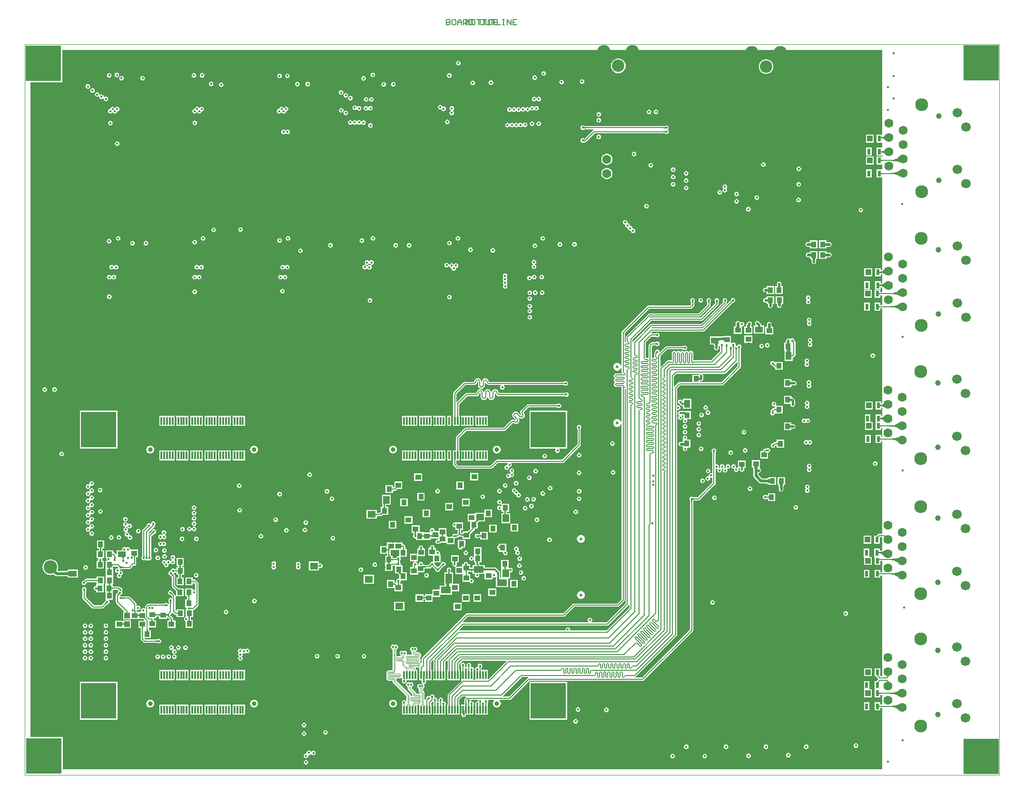
<source format=gbl>
G04 Layer_Physical_Order=8*
G04 Layer_Color=16711680*
%FSLAX43Y43*%
%MOMM*%
G71*
G01*
G75*
%ADD10C,0.100*%
%ADD11C,0.165*%
%ADD14R,0.950X1.000*%
%ADD15R,1.000X0.950*%
%ADD16R,1.000X0.900*%
%ADD20R,0.900X1.000*%
%ADD21R,1.400X1.050*%
%ADD25R,1.050X1.400*%
%ADD28R,1.000X1.000*%
%ADD35C,1.000*%
%ADD39R,0.950X1.000*%
%ADD44C,0.500*%
%ADD49C,0.200*%
%ADD50C,0.400*%
%ADD51C,0.250*%
%ADD53C,0.120*%
%ADD54C,0.300*%
%ADD57C,1.600*%
%ADD58C,2.300*%
%ADD59C,1.700*%
%ADD60C,2.200*%
%ADD61C,0.800*%
%ADD62C,2.400*%
%ADD63R,6.350X6.350*%
%ADD64C,0.400*%
%ADD79R,1.000X1.000*%
%ADD80R,0.600X1.000*%
%ADD81R,1.450X1.150*%
%ADD82R,0.305X1.448*%
%ADD83R,1.150X1.450*%
%ADD84R,1.800X1.150*%
%ADD85R,1.150X1.800*%
%ADD86C,0.500*%
G36*
X142022Y4649D02*
X142032Y4635D01*
X142049Y4623D01*
X142072Y4612D01*
X142102Y4603D01*
X142139Y4596D01*
X142182Y4590D01*
X142289Y4583D01*
X142352Y4582D01*
Y4418D01*
X142289Y4417D01*
X142139Y4404D01*
X142102Y4397D01*
X142072Y4388D01*
X142049Y4377D01*
X142032Y4365D01*
X142022Y4351D01*
X142019Y4335D01*
Y4665D01*
X142022Y4649D01*
D02*
G37*
G36*
X145586Y3950D02*
X145482Y4038D01*
X145360Y4118D01*
X145221Y4188D01*
X145064Y4249D01*
X144890Y4301D01*
X144698Y4343D01*
X144488Y4375D01*
X144261Y4399D01*
X143753Y4418D01*
X143749Y4582D01*
X144008Y4587D01*
X144475Y4627D01*
X144683Y4662D01*
X144874Y4707D01*
X145048Y4762D01*
X145206Y4827D01*
X145346Y4902D01*
X145470Y4987D01*
X145577Y5082D01*
X145586Y3950D01*
D02*
G37*
G36*
X142022Y28474D02*
X142032Y28460D01*
X142049Y28448D01*
X142072Y28437D01*
X142102Y28428D01*
X142139Y28421D01*
X142182Y28415D01*
X142289Y28408D01*
X142352Y28407D01*
Y28243D01*
X142289Y28242D01*
X142139Y28229D01*
X142102Y28222D01*
X142072Y28213D01*
X142049Y28202D01*
X142032Y28190D01*
X142022Y28176D01*
X142019Y28160D01*
Y28490D01*
X142022Y28474D01*
D02*
G37*
G36*
X145536Y27595D02*
X145420Y27718D01*
X145290Y27828D01*
X145147Y27925D01*
X144990Y28009D01*
X144819Y28081D01*
X144634Y28139D01*
X144436Y28184D01*
X144224Y28217D01*
X143998Y28236D01*
X143759Y28243D01*
X143805Y28407D01*
X144084Y28411D01*
X144792Y28459D01*
X144986Y28487D01*
X145159Y28523D01*
X145311Y28564D01*
X145441Y28612D01*
X145550Y28667D01*
X145638Y28727D01*
X145536Y27595D01*
D02*
G37*
G36*
X143160Y55309D02*
X143065Y55373D01*
X142964Y55429D01*
X142855Y55479D01*
X142739Y55523D01*
X142617Y55559D01*
X142487Y55589D01*
X142351Y55613D01*
X142275Y55621D01*
X142247Y55613D01*
X142224Y55602D01*
X142207Y55590D01*
X142197Y55576D01*
X142194Y55560D01*
Y55630D01*
X141900Y55643D01*
Y55807D01*
X142058Y55812D01*
X142194Y55824D01*
Y55890D01*
X142197Y55874D01*
X142207Y55860D01*
X142224Y55848D01*
X142247Y55837D01*
X142259Y55834D01*
X142334Y55846D01*
X142452Y55876D01*
X142557Y55914D01*
X142649Y55961D01*
X142727Y56017D01*
X142792Y56081D01*
X142844Y56153D01*
X142882Y56234D01*
X143160Y55309D01*
D02*
G37*
G36*
X142943Y28936D02*
X142866Y29037D01*
X142778Y29127D01*
X142679Y29207D01*
X142569Y29276D01*
X142448Y29335D01*
X142316Y29382D01*
X142172Y29420D01*
X142038Y29443D01*
X142022Y29438D01*
X141999Y29427D01*
X141982Y29415D01*
X141972Y29401D01*
X141969Y29385D01*
Y29451D01*
X141852Y29462D01*
X141675Y29468D01*
Y29632D01*
X141851Y29637D01*
X141969Y29648D01*
Y29715D01*
X141972Y29699D01*
X141982Y29685D01*
X141999Y29673D01*
X142022Y29662D01*
X142045Y29655D01*
X142185Y29669D01*
X142342Y29697D01*
X142492Y29733D01*
X142637Y29778D01*
X142774Y29830D01*
X142906Y29891D01*
X143031Y29959D01*
X143149Y30036D01*
X142943Y28936D01*
D02*
G37*
G36*
X142047Y75774D02*
X142057Y75760D01*
X142074Y75748D01*
X142097Y75737D01*
X142127Y75728D01*
X142164Y75721D01*
X142207Y75715D01*
X142314Y75708D01*
X142377Y75707D01*
Y75543D01*
X142314Y75542D01*
X142164Y75529D01*
X142127Y75522D01*
X142097Y75513D01*
X142074Y75502D01*
X142057Y75490D01*
X142047Y75476D01*
X142044Y75460D01*
Y75790D01*
X142047Y75774D01*
D02*
G37*
G36*
X145534Y1466D02*
X145418Y1590D01*
X145288Y1701D01*
X145145Y1798D01*
X144988Y1883D01*
X144817Y1955D01*
X144633Y2013D01*
X144435Y2059D01*
X144223Y2091D01*
X143998Y2111D01*
X143759Y2118D01*
X143806Y2283D01*
X144085Y2286D01*
X144794Y2333D01*
X144988Y2362D01*
X145161Y2396D01*
X145312Y2437D01*
X145443Y2485D01*
X145551Y2538D01*
X145639Y2598D01*
X145534Y1466D01*
D02*
G37*
G36*
X142022Y2349D02*
X142032Y2335D01*
X142049Y2323D01*
X142072Y2312D01*
X142102Y2303D01*
X142139Y2296D01*
X142182Y2290D01*
X142289Y2283D01*
X142352Y2283D01*
Y2118D01*
X142289Y2117D01*
X142139Y2104D01*
X142102Y2097D01*
X142072Y2088D01*
X142049Y2077D01*
X142032Y2065D01*
X142022Y2051D01*
X142019Y2035D01*
Y2365D01*
X142022Y2349D01*
D02*
G37*
G36*
X145744Y75231D02*
X145657Y75290D01*
X145548Y75343D01*
X145419Y75390D01*
X145267Y75430D01*
X145095Y75465D01*
X144901Y75493D01*
X144449Y75530D01*
X143911Y75543D01*
X143863Y75707D01*
X144101Y75714D01*
X144326Y75734D01*
X144537Y75766D01*
X144735Y75812D01*
X144919Y75871D01*
X145089Y75943D01*
X145246Y76029D01*
X145390Y76127D01*
X145520Y76238D01*
X145636Y76363D01*
X145744Y75231D01*
D02*
G37*
G36*
X142397Y99474D02*
X142407Y99460D01*
X142424Y99448D01*
X142447Y99437D01*
X142477Y99428D01*
X142514Y99421D01*
X142557Y99415D01*
X142664Y99408D01*
X142727Y99408D01*
Y99243D01*
X142664Y99242D01*
X142514Y99229D01*
X142477Y99222D01*
X142447Y99213D01*
X142424Y99202D01*
X142407Y99190D01*
X142397Y99176D01*
X142394Y99160D01*
Y99490D01*
X142397Y99474D01*
D02*
G37*
G36*
X143029Y100480D02*
X142990Y100537D01*
X142941Y100589D01*
X142881Y100634D01*
X142810Y100674D01*
X142729Y100707D01*
X142636Y100734D01*
X142533Y100755D01*
X142480Y100762D01*
X142477Y100762D01*
X142447Y100753D01*
X142424Y100742D01*
X142407Y100730D01*
X142397Y100716D01*
X142394Y100700D01*
Y100772D01*
X142295Y100780D01*
X142160Y100783D01*
Y100948D01*
X142295Y100951D01*
X142394Y100961D01*
Y101030D01*
X142397Y101014D01*
X142407Y101000D01*
X142424Y100988D01*
X142447Y100977D01*
X142475Y100969D01*
X142533Y100975D01*
X142636Y100996D01*
X142729Y101023D01*
X142810Y101056D01*
X142881Y101096D01*
X142941Y101141D01*
X142990Y101193D01*
X143029Y101250D01*
Y100480D01*
D02*
G37*
G36*
X145777Y98965D02*
X145695Y99018D01*
X145591Y99065D01*
X145464Y99106D01*
X145315Y99143D01*
X145143Y99173D01*
X144734Y99218D01*
X144235Y99240D01*
X143952Y99243D01*
X143892Y99408D01*
X144126Y99414D01*
X144346Y99435D01*
X144554Y99470D01*
X144749Y99518D01*
X144930Y99580D01*
X145099Y99656D01*
X145256Y99745D01*
X145399Y99849D01*
X145530Y99966D01*
X145647Y100097D01*
X145777Y98965D01*
D02*
G37*
G36*
X142397Y97174D02*
X142407Y97160D01*
X142424Y97148D01*
X142447Y97137D01*
X142477Y97128D01*
X142514Y97121D01*
X142557Y97115D01*
X142664Y97108D01*
X142727Y97107D01*
Y96942D01*
X142664Y96942D01*
X142514Y96929D01*
X142477Y96922D01*
X142447Y96913D01*
X142424Y96902D01*
X142407Y96890D01*
X142397Y96876D01*
X142394Y96860D01*
Y97190D01*
X142397Y97174D01*
D02*
G37*
G36*
X145712Y96482D02*
X145608Y96569D01*
X145487Y96648D01*
X145348Y96717D01*
X145191Y96777D01*
X145017Y96827D01*
X144825Y96869D01*
X144615Y96901D01*
X144141Y96938D01*
X143878Y96942D01*
X143872Y97107D01*
X144130Y97113D01*
X144595Y97153D01*
X144803Y97189D01*
X144994Y97234D01*
X145168Y97290D01*
X145326Y97356D01*
X145466Y97432D01*
X145590Y97518D01*
X145698Y97614D01*
X145712Y96482D01*
D02*
G37*
G36*
X142022Y25924D02*
X142032Y25910D01*
X142049Y25898D01*
X142072Y25887D01*
X142102Y25878D01*
X142139Y25871D01*
X142182Y25865D01*
X142289Y25858D01*
X142352Y25858D01*
Y25692D01*
X142289Y25692D01*
X142139Y25679D01*
X142102Y25672D01*
X142072Y25663D01*
X142049Y25652D01*
X142032Y25640D01*
X142022Y25626D01*
X142019Y25610D01*
Y25940D01*
X142022Y25924D01*
D02*
G37*
G36*
X142047Y73474D02*
X142057Y73460D01*
X142074Y73448D01*
X142097Y73437D01*
X142127Y73428D01*
X142164Y73421D01*
X142207Y73415D01*
X142314Y73408D01*
X142377Y73408D01*
Y73243D01*
X142314Y73242D01*
X142164Y73229D01*
X142127Y73222D01*
X142097Y73213D01*
X142074Y73202D01*
X142057Y73190D01*
X142047Y73176D01*
X142044Y73160D01*
Y73490D01*
X142047Y73474D01*
D02*
G37*
G36*
X145681Y72747D02*
X145575Y72842D01*
X145451Y72926D01*
X145311Y73000D01*
X145154Y73064D01*
X144979Y73119D01*
X144788Y73163D01*
X144580Y73198D01*
X144354Y73223D01*
X143853Y73243D01*
X143856Y73408D01*
X144118Y73412D01*
X144589Y73450D01*
X144799Y73483D01*
X144991Y73526D01*
X145165Y73577D01*
X145322Y73639D01*
X145462Y73710D01*
X145584Y73790D01*
X145688Y73880D01*
X145681Y72747D01*
D02*
G37*
G36*
X142999Y103080D02*
X142972Y103126D01*
X142936Y103167D01*
X142889Y103204D01*
X142832Y103235D01*
X142765Y103262D01*
X142688Y103284D01*
X142601Y103301D01*
X142525Y103310D01*
X142514Y103309D01*
X142477Y103302D01*
X142447Y103293D01*
X142424Y103282D01*
X142407Y103270D01*
X142397Y103256D01*
X142394Y103240D01*
Y103320D01*
X142280Y103323D01*
Y103488D01*
X142394Y103490D01*
Y103570D01*
X142397Y103554D01*
X142407Y103540D01*
X142424Y103528D01*
X142447Y103517D01*
X142477Y103508D01*
X142513Y103501D01*
X142601Y103509D01*
X142688Y103526D01*
X142765Y103548D01*
X142832Y103575D01*
X142889Y103606D01*
X142936Y103643D01*
X142972Y103684D01*
X142999Y103730D01*
Y103080D01*
D02*
G37*
G36*
X145538Y25053D02*
X145422Y25174D01*
X145293Y25283D01*
X145150Y25379D01*
X144992Y25462D01*
X144821Y25533D01*
X144636Y25590D01*
X144437Y25635D01*
X144224Y25667D01*
X143998Y25686D01*
X143757Y25692D01*
X143801Y25858D01*
X144079Y25861D01*
X144787Y25910D01*
X144981Y25939D01*
X145154Y25975D01*
X145305Y26018D01*
X145436Y26067D01*
X145547Y26123D01*
X145636Y26185D01*
X145538Y25053D01*
D02*
G37*
G36*
X142976Y52957D02*
X142917Y53030D01*
X142847Y53096D01*
X142766Y53154D01*
X142675Y53204D01*
X142572Y53246D01*
X142459Y53281D01*
X142336Y53308D01*
X142264Y53318D01*
X142247Y53313D01*
X142224Y53302D01*
X142207Y53290D01*
X142197Y53276D01*
X142194Y53260D01*
Y53328D01*
X142056Y53339D01*
X141900Y53342D01*
Y53507D01*
X142056Y53511D01*
X142194Y53522D01*
Y53590D01*
X142197Y53574D01*
X142207Y53560D01*
X142224Y53548D01*
X142247Y53537D01*
X142265Y53532D01*
X142337Y53542D01*
X142461Y53569D01*
X142575Y53603D01*
X142679Y53645D01*
X142772Y53694D01*
X142854Y53752D01*
X142926Y53817D01*
X142987Y53889D01*
X142976Y52957D01*
D02*
G37*
G36*
X143130Y76569D02*
X143036Y76659D01*
X142933Y76739D01*
X142821Y76810D01*
X142701Y76872D01*
X142572Y76924D01*
X142435Y76967D01*
X142289Y77000D01*
X142167Y77019D01*
X142147Y77013D01*
X142124Y77002D01*
X142107Y76990D01*
X142097Y76976D01*
X142094Y76960D01*
Y77027D01*
X141972Y77038D01*
X141800Y77043D01*
Y77207D01*
X141971Y77212D01*
X142094Y77223D01*
Y77290D01*
X142097Y77274D01*
X142107Y77260D01*
X142124Y77248D01*
X142147Y77237D01*
X142167Y77231D01*
X142289Y77250D01*
X142435Y77283D01*
X142573Y77325D01*
X142703Y77377D01*
X142824Y77438D01*
X142937Y77509D01*
X143041Y77589D01*
X143137Y77679D01*
X143130Y76569D01*
D02*
G37*
G36*
X142575Y103925D02*
X141600D01*
Y102525D01*
X142575D01*
Y101625D01*
X141600D01*
Y100225D01*
X142575D01*
Y100025D01*
X141600D01*
Y98625D01*
X142575D01*
Y97725D01*
X141600D01*
Y96325D01*
X142575D01*
Y79880D01*
X142570Y79876D01*
X142477Y79828D01*
X142400Y79799D01*
X142300Y79849D01*
Y80125D01*
X141300D01*
Y78725D01*
X142300D01*
Y79031D01*
X142376Y79096D01*
X142444Y79085D01*
X142575Y79058D01*
Y77546D01*
X142505Y77518D01*
X142400Y77485D01*
X142330Y77518D01*
X142300Y77541D01*
Y77825D01*
X141300D01*
Y76425D01*
X142300D01*
Y76708D01*
X142329Y76731D01*
X142400Y76764D01*
X142504Y76732D01*
X142575Y76703D01*
Y75913D01*
X142307D01*
X142250Y75917D01*
Y76325D01*
X141250D01*
Y74925D01*
X142250D01*
Y75332D01*
X142313Y75337D01*
X142575D01*
Y73613D01*
X142307D01*
X142250Y73617D01*
Y74025D01*
X141250D01*
Y72625D01*
X142250D01*
Y73032D01*
X142313Y73037D01*
X142575D01*
Y56170D01*
X142492Y56117D01*
X142400Y56155D01*
Y56425D01*
X141400D01*
Y55025D01*
X142400D01*
Y55305D01*
X142479Y55359D01*
X142575Y55323D01*
Y53848D01*
X142482Y53807D01*
X142400Y53868D01*
Y54125D01*
X141400D01*
Y52725D01*
X141425D01*
Y51375D01*
X142425D01*
Y51708D01*
X142475Y51740D01*
X142575Y51685D01*
Y50158D01*
X142475Y50106D01*
X142425Y50141D01*
Y50475D01*
X141425D01*
Y49075D01*
X142425D01*
Y49408D01*
X142475Y49440D01*
X142575Y49385D01*
Y32888D01*
X142025D01*
X141915Y32866D01*
X141821Y32804D01*
X141700Y32682D01*
X141661Y32645D01*
X141591Y32587D01*
X141565Y32569D01*
X141544Y32555D01*
X141534Y32550D01*
X141175D01*
Y31150D01*
X142175D01*
Y32312D01*
X142575D01*
Y29972D01*
X142570Y29971D01*
X142438Y29930D01*
X142300Y29897D01*
X142252Y29888D01*
X142175Y29952D01*
Y30250D01*
X141175D01*
Y28850D01*
X141175D01*
X141225Y28775D01*
Y27375D01*
X142225D01*
Y28032D01*
X142288Y28037D01*
X142575D01*
Y26063D01*
X142282D01*
X142225Y26067D01*
Y26475D01*
X141225D01*
Y25075D01*
X142225D01*
Y25482D01*
X142288Y25487D01*
X142575D01*
Y7556D01*
X142244D01*
X142225Y7575D01*
Y8975D01*
X141225D01*
Y7575D01*
X141455D01*
X141459Y7558D01*
X141521Y7464D01*
X141858Y7128D01*
X141918Y7060D01*
X141858Y6993D01*
X141604Y6739D01*
X141561Y6675D01*
X141225D01*
Y5275D01*
X141225D01*
Y5200D01*
X141225D01*
Y3800D01*
X142225D01*
Y4207D01*
X142288Y4212D01*
X142575D01*
Y2488D01*
X142282D01*
X142225Y2492D01*
Y2900D01*
X141225D01*
Y1500D01*
X142225D01*
Y1907D01*
X142288Y1912D01*
X142575D01*
Y-9000D01*
X-3225D01*
Y-3225D01*
X-9000D01*
Y113275D01*
X-3275D01*
Y119000D01*
X142575Y119000D01*
Y103925D01*
D02*
G37*
G36*
X142222Y52224D02*
X142232Y52210D01*
X142249Y52198D01*
X142272Y52187D01*
X142302Y52178D01*
X142339Y52171D01*
X142382Y52165D01*
X142489Y52158D01*
X142552Y52158D01*
Y51993D01*
X142489Y51992D01*
X142339Y51979D01*
X142302Y51972D01*
X142272Y51963D01*
X142249Y51952D01*
X142232Y51940D01*
X142222Y51926D01*
X142219Y51910D01*
Y52240D01*
X142222Y52224D01*
D02*
G37*
G36*
X145569Y49079D02*
X145455Y49196D01*
X145326Y49300D01*
X145183Y49392D01*
X145025Y49472D01*
X144853Y49539D01*
X144667Y49594D01*
X144466Y49637D01*
X144251Y49668D01*
X144021Y49686D01*
X143777Y49693D01*
X143813Y49857D01*
X144088Y49861D01*
X144791Y49914D01*
X144985Y49946D01*
X145158Y49985D01*
X145312Y50031D01*
X145445Y50084D01*
X145557Y50144D01*
X145650Y50212D01*
X145569Y49079D01*
D02*
G37*
G36*
X142083Y32542D02*
X142042Y32500D01*
X141980Y32428D01*
X141959Y32399D01*
X141944Y32374D01*
X141936Y32354D01*
X141935Y32337D01*
X141940Y32325D01*
X141951Y32317D01*
X141969Y32314D01*
X141539Y32344D01*
X141561Y32345D01*
X141587Y32351D01*
X141615Y32362D01*
X141646Y32378D01*
X141679Y32399D01*
X141716Y32425D01*
X141797Y32493D01*
X141889Y32580D01*
X142083Y32542D01*
D02*
G37*
G36*
X142222Y49924D02*
X142232Y49910D01*
X142249Y49898D01*
X142272Y49887D01*
X142302Y49878D01*
X142339Y49871D01*
X142382Y49865D01*
X142489Y49858D01*
X142552Y49857D01*
Y49693D01*
X142489Y49692D01*
X142339Y49679D01*
X142302Y49672D01*
X142272Y49663D01*
X142249Y49652D01*
X142232Y49640D01*
X142222Y49626D01*
X142219Y49610D01*
Y49940D01*
X142222Y49924D01*
D02*
G37*
G36*
X143276Y78988D02*
X143162Y79055D01*
X143041Y79116D01*
X142913Y79169D01*
X142776Y79215D01*
X142632Y79254D01*
X142481Y79286D01*
X142322Y79311D01*
X142180Y79322D01*
X142177Y79322D01*
X142147Y79313D01*
X142124Y79302D01*
X142107Y79290D01*
X142097Y79276D01*
X142094Y79260D01*
Y79330D01*
X141982Y79339D01*
X141800Y79342D01*
Y79507D01*
X141977Y79513D01*
X142094Y79524D01*
Y79590D01*
X142097Y79574D01*
X142107Y79560D01*
X142124Y79548D01*
X142147Y79537D01*
X142162Y79533D01*
X142293Y79556D01*
X142433Y79593D01*
X142560Y79641D01*
X142674Y79700D01*
X142776Y79770D01*
X142866Y79850D01*
X142943Y79941D01*
X143008Y80043D01*
X143276Y78988D01*
D02*
G37*
G36*
X145624Y51563D02*
X145523Y51644D01*
X145404Y51717D01*
X145266Y51782D01*
X145110Y51838D01*
X144936Y51885D01*
X144743Y51924D01*
X144532Y51954D01*
X144053Y51988D01*
X143787Y51993D01*
X143772Y52158D01*
X144026Y52163D01*
X144486Y52206D01*
X144692Y52243D01*
X144882Y52292D01*
X145056Y52351D01*
X145213Y52421D01*
X145355Y52501D01*
X145481Y52593D01*
X145590Y52695D01*
X145624Y51563D01*
D02*
G37*
%LPC*%
G36*
X1925Y38444D02*
X1769Y38412D01*
X1637Y38324D01*
X1548Y38192D01*
X1517Y38036D01*
X1542Y37912D01*
X1458Y37848D01*
X1431Y37866D01*
X1275Y37897D01*
X1119Y37866D01*
X987Y37778D01*
X898Y37645D01*
X867Y37489D01*
X898Y37333D01*
X987Y37201D01*
X1119Y37112D01*
X1275Y37081D01*
X1431Y37112D01*
X1563Y37201D01*
X1652Y37333D01*
X1683Y37489D01*
X1658Y37613D01*
X1742Y37677D01*
X1769Y37659D01*
X1925Y37628D01*
X2081Y37659D01*
X2213Y37747D01*
X2302Y37880D01*
X2333Y38036D01*
X2302Y38192D01*
X2213Y38324D01*
X2081Y38412D01*
X1925Y38444D01*
D02*
G37*
G36*
X74500Y38933D02*
X74344Y38902D01*
X74212Y38813D01*
X74123Y38681D01*
X74092Y38525D01*
X74123Y38369D01*
X74212Y38237D01*
X74344Y38148D01*
X74500Y38117D01*
X74656Y38148D01*
X74725Y38194D01*
X74825Y38141D01*
Y37884D01*
X74725Y37831D01*
X74656Y37877D01*
X74500Y37908D01*
X74344Y37877D01*
X74212Y37788D01*
X74123Y37656D01*
X74092Y37500D01*
X74123Y37344D01*
X74212Y37212D01*
X74344Y37123D01*
X74500Y37092D01*
X74656Y37123D01*
X74725Y37169D01*
X74825Y37116D01*
Y36825D01*
X75184D01*
X75194Y36708D01*
Y36686D01*
X75188Y36586D01*
X75186Y36575D01*
X74850D01*
Y34725D01*
X76314Y34725D01*
X76326Y34725D01*
X76338Y34724D01*
X76405Y34706D01*
X76424Y34638D01*
X76425Y34626D01*
X76425Y34614D01*
Y33300D01*
X77775D01*
Y34700D01*
X76511Y34700D01*
X76499Y34700D01*
X76487Y34701D01*
X76420Y34720D01*
X76401Y34787D01*
X76400Y34799D01*
X76400Y34811D01*
Y36575D01*
X75816D01*
X75806Y36692D01*
Y36714D01*
X75812Y36814D01*
X75814Y36825D01*
X76175D01*
Y38225D01*
X74901D01*
X74847Y38325D01*
X74877Y38369D01*
X74908Y38525D01*
X74877Y38681D01*
X74788Y38813D01*
X74656Y38902D01*
X74500Y38933D01*
D02*
G37*
G36*
X123525Y40125D02*
X122225D01*
Y39761D01*
X122128Y39734D01*
X122080Y39735D01*
X122007Y39742D01*
X121991Y39745D01*
X121906Y39802D01*
X121750Y39833D01*
X121594Y39802D01*
X121462Y39713D01*
X121373Y39581D01*
X121342Y39425D01*
X121373Y39269D01*
X121462Y39137D01*
X121594Y39048D01*
X121750Y39017D01*
X121906Y39048D01*
X121988Y39103D01*
X122125Y39112D01*
X122225Y39037D01*
Y38725D01*
X123525D01*
Y40125D01*
D02*
G37*
G36*
X79450Y39408D02*
X79294Y39377D01*
X79162Y39288D01*
X79073Y39156D01*
X79042Y39000D01*
X79073Y38844D01*
X79162Y38712D01*
X79294Y38623D01*
X79450Y38592D01*
X79606Y38623D01*
X79738Y38712D01*
X79827Y38844D01*
X79858Y39000D01*
X79827Y39156D01*
X79738Y39288D01*
X79606Y39377D01*
X79450Y39408D01*
D02*
G37*
G36*
X69200Y39200D02*
X67800D01*
Y37850D01*
X69200D01*
Y39200D01*
D02*
G37*
G36*
X74025Y34525D02*
X72675D01*
Y33125D01*
X73341D01*
X73344Y33123D01*
X73500Y33092D01*
X73656Y33123D01*
X73659Y33125D01*
X74025D01*
Y34525D01*
D02*
G37*
G36*
X43800Y40858D02*
X43644Y40827D01*
X43512Y40738D01*
X43423Y40606D01*
X43392Y40450D01*
X43423Y40294D01*
X43512Y40162D01*
X43644Y40073D01*
X43800Y40042D01*
X43956Y40073D01*
X44088Y40162D01*
X44177Y40294D01*
X44208Y40450D01*
X44177Y40606D01*
X44088Y40738D01*
X43956Y40827D01*
X43800Y40858D01*
D02*
G37*
G36*
X80175Y38233D02*
X80019Y38202D01*
X79887Y38113D01*
X79798Y37981D01*
X79767Y37825D01*
X79798Y37669D01*
X79887Y37537D01*
X80019Y37448D01*
X80175Y37417D01*
X80331Y37448D01*
X80463Y37537D01*
X80552Y37669D01*
X80583Y37825D01*
X80552Y37981D01*
X80463Y38113D01*
X80331Y38202D01*
X80175Y38233D01*
D02*
G37*
G36*
X10225Y33783D02*
X10069Y33752D01*
X9937Y33663D01*
X9848Y33531D01*
X9817Y33375D01*
X9848Y33219D01*
X9937Y33087D01*
X10069Y32998D01*
X10225Y32967D01*
X10381Y32998D01*
X10513Y33087D01*
X10602Y33219D01*
X10633Y33375D01*
X10602Y33531D01*
X10513Y33663D01*
X10381Y33752D01*
X10225Y33783D01*
D02*
G37*
G36*
X58150Y39200D02*
X56800D01*
Y37800D01*
X58150D01*
Y39200D01*
D02*
G37*
G36*
X80550Y39458D02*
X80394Y39427D01*
X80262Y39338D01*
X80173Y39206D01*
X80142Y39050D01*
X80173Y38894D01*
X80262Y38762D01*
X80394Y38673D01*
X80550Y38642D01*
X80706Y38673D01*
X80838Y38762D01*
X80927Y38894D01*
X80958Y39050D01*
X80927Y39206D01*
X80838Y39338D01*
X80706Y39427D01*
X80550Y39458D01*
D02*
G37*
G36*
X71500Y39908D02*
X71344Y39877D01*
X71212Y39788D01*
X71123Y39656D01*
X71092Y39500D01*
X71123Y39344D01*
X71212Y39212D01*
X71344Y39123D01*
X71500Y39092D01*
X71656Y39123D01*
X71788Y39212D01*
X71877Y39344D01*
X71908Y39500D01*
X71877Y39656D01*
X71788Y39788D01*
X71656Y39877D01*
X71500Y39908D01*
D02*
G37*
G36*
X112750Y39733D02*
X112594Y39702D01*
X112462Y39613D01*
X112373Y39481D01*
X112342Y39325D01*
X112373Y39169D01*
X112462Y39037D01*
X112594Y38948D01*
X112750Y38917D01*
X112906Y38948D01*
X113038Y39037D01*
X113127Y39169D01*
X113158Y39325D01*
X113127Y39481D01*
X113038Y39613D01*
X112906Y39702D01*
X112750Y39733D01*
D02*
G37*
G36*
X1925Y39715D02*
X1769Y39684D01*
X1637Y39596D01*
X1548Y39463D01*
X1517Y39307D01*
X1542Y39184D01*
X1458Y39119D01*
X1431Y39138D01*
X1275Y39169D01*
X1119Y39138D01*
X987Y39049D01*
X898Y38917D01*
X867Y38761D01*
X898Y38605D01*
X987Y38472D01*
X1119Y38384D01*
X1275Y38353D01*
X1431Y38384D01*
X1563Y38472D01*
X1652Y38605D01*
X1683Y38761D01*
X1658Y38884D01*
X1742Y38949D01*
X1769Y38930D01*
X1925Y38899D01*
X2081Y38930D01*
X2213Y39019D01*
X2302Y39151D01*
X2333Y39307D01*
X2302Y39463D01*
X2213Y39596D01*
X2081Y39684D01*
X1925Y39715D01*
D02*
G37*
G36*
X77100Y41008D02*
X76944Y40977D01*
X76812Y40888D01*
X76723Y40756D01*
X76692Y40600D01*
X76723Y40444D01*
X76812Y40312D01*
X76944Y40223D01*
X77049Y40202D01*
X77075Y40071D01*
X77164Y39939D01*
X77296Y39850D01*
X77377Y39834D01*
X77467Y39775D01*
X77498Y39619D01*
X77587Y39487D01*
X77719Y39398D01*
X77875Y39367D01*
X78031Y39398D01*
X78163Y39487D01*
X78252Y39619D01*
X78283Y39775D01*
X78252Y39931D01*
X78163Y40063D01*
X78031Y40152D01*
X77950Y40168D01*
X77860Y40227D01*
X77829Y40383D01*
X77740Y40515D01*
X77608Y40604D01*
X77503Y40625D01*
X77477Y40756D01*
X77388Y40888D01*
X77256Y40977D01*
X77100Y41008D01*
D02*
G37*
G36*
X35375Y40358D02*
X35219Y40327D01*
X35087Y40238D01*
X34998Y40106D01*
X34967Y39950D01*
X34998Y39794D01*
X35087Y39662D01*
X35219Y39573D01*
X35375Y39542D01*
X35531Y39573D01*
X35663Y39662D01*
X35752Y39794D01*
X35783Y39950D01*
X35752Y40106D01*
X35663Y40238D01*
X35531Y40327D01*
X35375Y40358D01*
D02*
G37*
G36*
X88650Y39533D02*
X88494Y39502D01*
X88362Y39413D01*
X88273Y39281D01*
X88242Y39125D01*
X88273Y38969D01*
X88362Y38837D01*
X88494Y38748D01*
X88650Y38717D01*
X88806Y38748D01*
X88938Y38837D01*
X89027Y38969D01*
X89058Y39125D01*
X89027Y39281D01*
X88938Y39413D01*
X88806Y39502D01*
X88650Y39533D01*
D02*
G37*
G36*
X73175Y37225D02*
X71825D01*
Y36650D01*
X70075D01*
Y36450D01*
X68800D01*
Y35100D01*
X69225D01*
Y33825D01*
X69262D01*
X69300Y33733D01*
X69061Y33493D01*
X68960Y33402D01*
X68917Y33366D01*
X68894Y33350D01*
X67875D01*
Y32991D01*
X67757Y32981D01*
X67727D01*
X67714Y32994D01*
X67705Y33005D01*
X67693Y33023D01*
X67682Y33041D01*
X67674Y33059D01*
X67667Y33078D01*
X67661Y33098D01*
X67657Y33119D01*
X67656Y33133D01*
Y33464D01*
X67662Y33564D01*
X67664Y33575D01*
X68025D01*
Y34925D01*
X66625D01*
Y34925D01*
X66584Y34891D01*
X66500Y34908D01*
X66344Y34877D01*
X66212Y34788D01*
X66123Y34656D01*
X66092Y34500D01*
X66123Y34344D01*
X66212Y34212D01*
X66344Y34123D01*
X66500Y34092D01*
X66548Y34102D01*
X66625Y34038D01*
Y33575D01*
X67034D01*
X67044Y33458D01*
Y33133D01*
X67042Y33119D01*
X67038Y33098D01*
X67033Y33078D01*
X67026Y33059D01*
X67018Y33041D01*
X67007Y33023D01*
X66995Y33005D01*
X66986Y32994D01*
X66798Y32806D01*
X66761Y32807D01*
X66656Y32877D01*
X66500Y32908D01*
X66344Y32877D01*
X66212Y32788D01*
X66123Y32656D01*
X66092Y32500D01*
X66102Y32452D01*
X66038Y32375D01*
X65100Y32375D01*
X65075Y32465D01*
Y32625D01*
X65050D01*
Y33925D01*
X63650D01*
Y33375D01*
X62962D01*
X62898Y33452D01*
X62908Y33500D01*
X62877Y33656D01*
X62788Y33788D01*
X62656Y33877D01*
X62500Y33908D01*
X62344Y33877D01*
X62212Y33788D01*
X62123Y33656D01*
X62092Y33500D01*
X62123Y33344D01*
X62169Y33275D01*
X62116Y33175D01*
X60975D01*
Y33200D01*
X60250D01*
Y34425D01*
X58850D01*
Y33075D01*
X59184D01*
X59194Y32958D01*
Y32957D01*
X59190Y32830D01*
X59183Y32757D01*
X59180Y32741D01*
X59123Y32656D01*
X59092Y32500D01*
X59123Y32344D01*
X59212Y32212D01*
X59344Y32123D01*
X59500Y32092D01*
X59548Y32102D01*
X59625Y32038D01*
Y31800D01*
X60975D01*
Y31825D01*
X62275D01*
Y32075D01*
X62305Y32092D01*
X62400Y32038D01*
Y32025D01*
X63578D01*
X63590Y31992D01*
X63515Y31905D01*
X63500Y31908D01*
X63344Y31877D01*
X63212Y31788D01*
X63123Y31656D01*
X63092Y31500D01*
X63123Y31344D01*
X63212Y31212D01*
X63344Y31123D01*
X63500Y31092D01*
X63656Y31123D01*
X63762Y31194D01*
X63875D01*
X63875Y31194D01*
X63992Y31217D01*
X64078Y31275D01*
X65075Y31275D01*
X65100Y31185D01*
Y31025D01*
X66500D01*
Y32092D01*
X66500Y32092D01*
X66656Y32123D01*
X66752Y32188D01*
X66889Y32194D01*
X66925D01*
X66925Y32194D01*
X67042Y32217D01*
X67141Y32284D01*
X67294Y32436D01*
X67384Y32459D01*
X67483Y32392D01*
X67600Y32369D01*
X67600Y32369D01*
X67763D01*
X67862Y32363D01*
X67875Y32361D01*
Y32000D01*
X69275D01*
Y32810D01*
X69285Y32825D01*
X69307Y32857D01*
X69431Y32998D01*
X70016Y33584D01*
X70016Y33584D01*
X70083Y33683D01*
X70106Y33800D01*
Y33825D01*
X70575D01*
Y34817D01*
X70594Y34843D01*
X70684Y34946D01*
X70769Y35019D01*
X70812Y35051D01*
X70849Y35076D01*
X70877Y35093D01*
X70893Y35100D01*
X71925D01*
Y35825D01*
X73175D01*
Y37225D01*
D02*
G37*
G36*
X44700Y39533D02*
X44544Y39502D01*
X44412Y39413D01*
X44323Y39281D01*
X44292Y39125D01*
X44323Y38969D01*
X44412Y38837D01*
X44544Y38748D01*
X44700Y38717D01*
X44856Y38748D01*
X44988Y38837D01*
X45077Y38969D01*
X45108Y39125D01*
X45077Y39281D01*
X44988Y39413D01*
X44856Y39502D01*
X44700Y39533D01*
D02*
G37*
G36*
X61175Y40200D02*
X59825D01*
Y38800D01*
X61175D01*
Y40200D01*
D02*
G37*
G36*
X82200Y40483D02*
X82044Y40452D01*
X81912Y40363D01*
X81823Y40231D01*
X81792Y40075D01*
X81823Y39919D01*
X81912Y39787D01*
X82044Y39698D01*
X82200Y39667D01*
X82356Y39698D01*
X82488Y39787D01*
X82577Y39919D01*
X82608Y40075D01*
X82577Y40231D01*
X82488Y40363D01*
X82356Y40452D01*
X82200Y40483D01*
D02*
G37*
G36*
X7925Y35883D02*
X7769Y35852D01*
X7637Y35763D01*
X7548Y35631D01*
X7517Y35475D01*
X7548Y35319D01*
X7637Y35187D01*
X7769Y35098D01*
X7925Y35067D01*
X8081Y35098D01*
X8213Y35187D01*
X8302Y35319D01*
X8333Y35475D01*
X8302Y35631D01*
X8213Y35763D01*
X8081Y35852D01*
X7925Y35883D01*
D02*
G37*
G36*
X7950Y34958D02*
X7794Y34927D01*
X7662Y34838D01*
X7573Y34706D01*
X7542Y34550D01*
X7573Y34394D01*
X7662Y34262D01*
X7794Y34173D01*
X7907Y34151D01*
X7918Y34148D01*
Y34047D01*
X7910Y34045D01*
X7819Y34027D01*
X7687Y33938D01*
X7598Y33806D01*
X7567Y33650D01*
X7598Y33494D01*
X7687Y33362D01*
X7819Y33273D01*
X7965Y33244D01*
X7981Y33214D01*
X7995Y33144D01*
X7912Y33088D01*
X7823Y32956D01*
X7792Y32800D01*
X7823Y32644D01*
X7912Y32512D01*
X8044Y32423D01*
X8200Y32392D01*
X8280Y32408D01*
X8362Y32322D01*
X8342Y32225D01*
X8373Y32069D01*
X8462Y31937D01*
X8594Y31848D01*
X8750Y31817D01*
X8906Y31848D01*
X9038Y31937D01*
X9127Y32069D01*
X9158Y32225D01*
X9127Y32381D01*
X9038Y32513D01*
X8906Y32602D01*
X8750Y32633D01*
X8670Y32617D01*
X8588Y32703D01*
X8608Y32800D01*
X8577Y32956D01*
X8488Y33088D01*
X8356Y33177D01*
X8210Y33206D01*
X8194Y33236D01*
X8180Y33306D01*
X8263Y33362D01*
X8352Y33494D01*
X8383Y33650D01*
X8352Y33806D01*
X8263Y33938D01*
X8131Y34027D01*
X8018Y34049D01*
X8007Y34052D01*
Y34153D01*
X8015Y34155D01*
X8106Y34173D01*
X8154Y34205D01*
X8265Y34159D01*
X8273Y34119D01*
X8362Y33987D01*
X8494Y33898D01*
X8650Y33867D01*
X8806Y33898D01*
X8938Y33987D01*
X9027Y34119D01*
X9058Y34275D01*
X9027Y34431D01*
X8938Y34563D01*
X8806Y34652D01*
X8650Y34683D01*
X8494Y34652D01*
X8446Y34620D01*
X8335Y34666D01*
X8327Y34706D01*
X8238Y34838D01*
X8106Y34927D01*
X7950Y34958D01*
D02*
G37*
G36*
X34652Y35805D02*
X34496Y35774D01*
X34364Y35686D01*
X34276Y35554D01*
X34245Y35398D01*
X34276Y35241D01*
X34364Y35109D01*
X34496Y35021D01*
X34652Y34990D01*
X34809Y35021D01*
X34941Y35109D01*
X35029Y35241D01*
X35060Y35398D01*
X35029Y35554D01*
X34941Y35686D01*
X34809Y35774D01*
X34652Y35805D01*
D02*
G37*
G36*
X20150Y36058D02*
X19994Y36027D01*
X19862Y35938D01*
X19773Y35806D01*
X19742Y35650D01*
X19773Y35494D01*
X19862Y35362D01*
X19994Y35273D01*
X20150Y35242D01*
X20306Y35273D01*
X20438Y35362D01*
X20527Y35494D01*
X20558Y35650D01*
X20527Y35806D01*
X20438Y35938D01*
X20306Y36027D01*
X20150Y36058D01*
D02*
G37*
G36*
X18075Y34108D02*
X17919Y34077D01*
X17787Y33988D01*
X17698Y33856D01*
X17667Y33700D01*
X17698Y33544D01*
X17787Y33412D01*
X17919Y33323D01*
X18075Y33292D01*
X18231Y33323D01*
X18363Y33412D01*
X18452Y33544D01*
X18483Y33700D01*
X18452Y33856D01*
X18363Y33988D01*
X18231Y34077D01*
X18075Y34108D01*
D02*
G37*
G36*
X56175Y35200D02*
X54825D01*
Y33800D01*
X56175D01*
Y35200D01*
D02*
G37*
G36*
X20150Y34158D02*
X19994Y34127D01*
X19862Y34038D01*
X19781Y33917D01*
X19733Y33909D01*
X19673Y33914D01*
X19593Y34033D01*
X19461Y34122D01*
X19305Y34153D01*
X19149Y34122D01*
X19017Y34033D01*
X18928Y33901D01*
X18897Y33745D01*
X18928Y33589D01*
X19017Y33457D01*
X19149Y33368D01*
X19305Y33337D01*
X19461Y33368D01*
X19593Y33457D01*
X19674Y33578D01*
X19722Y33586D01*
X19782Y33581D01*
X19862Y33462D01*
X19994Y33373D01*
X20150Y33342D01*
X20306Y33373D01*
X20438Y33462D01*
X20527Y33594D01*
X20558Y33750D01*
X20527Y33906D01*
X20438Y34038D01*
X20306Y34127D01*
X20150Y34158D01*
D02*
G37*
G36*
X58975Y36000D02*
X57575D01*
Y34650D01*
X58975D01*
Y36000D01*
D02*
G37*
G36*
X20150Y35108D02*
X19994Y35077D01*
X19862Y34988D01*
X19773Y34856D01*
X19742Y34700D01*
X19773Y34544D01*
X19862Y34412D01*
X19994Y34323D01*
X20150Y34292D01*
X20306Y34323D01*
X20438Y34412D01*
X20527Y34544D01*
X20558Y34700D01*
X20527Y34856D01*
X20438Y34988D01*
X20306Y35077D01*
X20150Y35108D01*
D02*
G37*
G36*
X40025Y35308D02*
X39869Y35277D01*
X39737Y35188D01*
X39648Y35056D01*
X39617Y34900D01*
X39648Y34744D01*
X39737Y34612D01*
X39869Y34523D01*
X40025Y34492D01*
X40181Y34523D01*
X40313Y34612D01*
X40402Y34744D01*
X40433Y34900D01*
X40402Y35056D01*
X40313Y35188D01*
X40181Y35277D01*
X40025Y35308D01*
D02*
G37*
G36*
X81150Y35783D02*
X80994Y35752D01*
X80862Y35663D01*
X80773Y35531D01*
X80742Y35375D01*
X80773Y35219D01*
X80862Y35087D01*
X80994Y34998D01*
X81150Y34967D01*
X81306Y34998D01*
X81438Y35087D01*
X81527Y35219D01*
X81558Y35375D01*
X81527Y35531D01*
X81438Y35663D01*
X81306Y35752D01*
X81150Y35783D01*
D02*
G37*
G36*
X12875Y35108D02*
X12719Y35077D01*
X12587Y34988D01*
X12498Y34856D01*
X12478Y34757D01*
X12371Y34708D01*
X12306Y34752D01*
X12150Y34783D01*
X11994Y34752D01*
X11862Y34663D01*
X11773Y34531D01*
X11754Y34434D01*
X11593Y34250D01*
X10984Y33641D01*
X10917Y33542D01*
X10894Y33425D01*
X10894Y33425D01*
Y29057D01*
X10890Y28930D01*
X10883Y28857D01*
X10880Y28841D01*
X10823Y28756D01*
X10792Y28600D01*
X10823Y28444D01*
X10912Y28312D01*
X11044Y28223D01*
X11200Y28192D01*
X11356Y28223D01*
X11431Y28273D01*
X11544Y28198D01*
X11700Y28167D01*
X11856Y28198D01*
X11950Y28261D01*
X12044Y28198D01*
X12200Y28167D01*
X12356Y28198D01*
X12488Y28287D01*
X12577Y28419D01*
X12608Y28575D01*
X12577Y28731D01*
X12522Y28813D01*
X12506Y29057D01*
Y32398D01*
X12868Y32761D01*
X12961Y32847D01*
X13018Y32894D01*
X13030Y32903D01*
X13131Y32923D01*
X13263Y33012D01*
X13352Y33144D01*
X13383Y33300D01*
X13352Y33456D01*
X13263Y33588D01*
X13131Y33677D01*
X12975Y33708D01*
X12819Y33677D01*
X12687Y33588D01*
X12598Y33456D01*
X12579Y33359D01*
X12418Y33175D01*
X12098Y32856D01*
X12006Y32894D01*
Y33098D01*
X13091Y34184D01*
X13091Y34184D01*
X13158Y34283D01*
X13181Y34400D01*
X13181Y34400D01*
Y34438D01*
X13252Y34544D01*
X13283Y34700D01*
X13252Y34856D01*
X13163Y34988D01*
X13031Y35077D01*
X12875Y35108D01*
D02*
G37*
G36*
X1925Y34629D02*
X1769Y34598D01*
X1637Y34510D01*
X1548Y34377D01*
X1517Y34221D01*
X1542Y34098D01*
X1458Y34034D01*
X1431Y34052D01*
X1275Y34083D01*
X1119Y34052D01*
X987Y33963D01*
X898Y33831D01*
X867Y33675D01*
X898Y33519D01*
X987Y33387D01*
X1119Y33298D01*
X1275Y33267D01*
X1431Y33298D01*
X1563Y33387D01*
X1652Y33519D01*
X1683Y33675D01*
X1658Y33798D01*
X1742Y33863D01*
X1769Y33845D01*
X1925Y33814D01*
X2081Y33845D01*
X2213Y33933D01*
X2302Y34065D01*
X2333Y34221D01*
X2302Y34377D01*
X2213Y34510D01*
X2081Y34598D01*
X1925Y34629D01*
D02*
G37*
G36*
Y35901D02*
X1769Y35870D01*
X1637Y35781D01*
X1548Y35649D01*
X1517Y35493D01*
X1542Y35370D01*
X1458Y35305D01*
X1431Y35323D01*
X1275Y35354D01*
X1119Y35323D01*
X987Y35235D01*
X898Y35103D01*
X867Y34946D01*
X898Y34790D01*
X987Y34658D01*
X1119Y34570D01*
X1275Y34539D01*
X1431Y34570D01*
X1563Y34658D01*
X1652Y34790D01*
X1683Y34946D01*
X1658Y35070D01*
X1742Y35134D01*
X1769Y35116D01*
X1925Y35085D01*
X2081Y35116D01*
X2213Y35204D01*
X2302Y35337D01*
X2333Y35493D01*
X2302Y35649D01*
X2213Y35781D01*
X2081Y35870D01*
X1925Y35901D01*
D02*
G37*
G36*
X79050Y37858D02*
X78894Y37827D01*
X78762Y37738D01*
X78673Y37606D01*
X78642Y37450D01*
X78673Y37294D01*
X78762Y37162D01*
X78894Y37073D01*
X79050Y37042D01*
X79206Y37073D01*
X79338Y37162D01*
X79427Y37294D01*
X79458Y37450D01*
X79427Y37606D01*
X79338Y37738D01*
X79206Y37827D01*
X79050Y37858D01*
D02*
G37*
G36*
X28275Y37508D02*
X28119Y37477D01*
X27987Y37388D01*
X27898Y37256D01*
X27867Y37100D01*
X27898Y36944D01*
X27987Y36812D01*
X28119Y36723D01*
X28275Y36692D01*
X28431Y36723D01*
X28563Y36812D01*
X28652Y36944D01*
X28683Y37100D01*
X28652Y37256D01*
X28563Y37388D01*
X28431Y37477D01*
X28275Y37508D01*
D02*
G37*
G36*
X55150Y39875D02*
X53600D01*
Y38231D01*
X53599Y38226D01*
X53600Y38222D01*
Y38025D01*
X53685D01*
X53694Y37908D01*
Y37812D01*
X53688Y37713D01*
X53686Y37700D01*
X53325D01*
Y36774D01*
X53220Y36656D01*
X52736D01*
X52636Y36662D01*
X52625Y36664D01*
Y37125D01*
X50775D01*
Y35575D01*
X52625D01*
Y36034D01*
X52742Y36044D01*
X53350D01*
X53350Y36044D01*
X53467Y36067D01*
X53566Y36134D01*
X53646Y36213D01*
X53718Y36283D01*
X53738Y36300D01*
X54675D01*
Y37700D01*
X54316D01*
X54306Y37818D01*
Y37914D01*
X54312Y38013D01*
X54314Y38025D01*
X55150D01*
Y39875D01*
D02*
G37*
G36*
X127200Y38008D02*
X127044Y37977D01*
X126912Y37888D01*
X126823Y37756D01*
X126792Y37600D01*
X126823Y37444D01*
X126912Y37312D01*
X127044Y37223D01*
X127200Y37192D01*
X127356Y37223D01*
X127488Y37312D01*
X127577Y37444D01*
X127608Y37600D01*
X127577Y37756D01*
X127488Y37888D01*
X127356Y37977D01*
X127200Y38008D01*
D02*
G37*
G36*
X20150Y37958D02*
X19994Y37927D01*
X19862Y37838D01*
X19773Y37706D01*
X19742Y37550D01*
X19773Y37394D01*
X19862Y37262D01*
X19994Y37173D01*
X20150Y37142D01*
X20306Y37173D01*
X20438Y37262D01*
X20527Y37394D01*
X20558Y37550D01*
X20527Y37706D01*
X20438Y37838D01*
X20306Y37927D01*
X20150Y37958D01*
D02*
G37*
G36*
X66225Y38425D02*
X64825D01*
Y37075D01*
X66225D01*
Y38425D01*
D02*
G37*
G36*
X1925Y37172D02*
X1769Y37141D01*
X1637Y37053D01*
X1548Y36920D01*
X1517Y36764D01*
X1542Y36641D01*
X1458Y36576D01*
X1431Y36595D01*
X1275Y36626D01*
X1119Y36595D01*
X987Y36506D01*
X898Y36374D01*
X867Y36218D01*
X898Y36062D01*
X987Y35929D01*
X1119Y35841D01*
X1275Y35810D01*
X1431Y35841D01*
X1563Y35929D01*
X1652Y36062D01*
X1683Y36218D01*
X1658Y36341D01*
X1742Y36406D01*
X1769Y36387D01*
X1925Y36356D01*
X2081Y36387D01*
X2213Y36476D01*
X2302Y36608D01*
X2333Y36764D01*
X2302Y36920D01*
X2213Y37053D01*
X2081Y37141D01*
X1925Y37172D01*
D02*
G37*
G36*
X20150Y37008D02*
X19994Y36977D01*
X19862Y36888D01*
X19773Y36756D01*
X19742Y36600D01*
X19773Y36444D01*
X19862Y36312D01*
X19994Y36223D01*
X20150Y36192D01*
X20306Y36223D01*
X20438Y36312D01*
X20527Y36444D01*
X20558Y36600D01*
X20527Y36756D01*
X20438Y36888D01*
X20306Y36977D01*
X20150Y37008D01*
D02*
G37*
G36*
X62175Y37225D02*
X60825D01*
Y35825D01*
X62175D01*
Y37225D01*
D02*
G37*
G36*
X39875Y33983D02*
X39719Y33952D01*
X39587Y33863D01*
X39498Y33731D01*
X39467Y33575D01*
X39498Y33419D01*
X39587Y33287D01*
X39719Y33198D01*
X39875Y33167D01*
X40031Y33198D01*
X40163Y33287D01*
X40252Y33419D01*
X40283Y33575D01*
X40252Y33731D01*
X40163Y33863D01*
X40031Y33952D01*
X39875Y33983D01*
D02*
G37*
G36*
X3475Y37283D02*
X3319Y37252D01*
X3187Y37163D01*
X3098Y37031D01*
X3067Y36875D01*
X3098Y36719D01*
X3187Y36587D01*
X3319Y36498D01*
X3475Y36467D01*
X3631Y36498D01*
X3763Y36587D01*
X3852Y36719D01*
X3883Y36875D01*
X3852Y37031D01*
X3763Y37163D01*
X3631Y37252D01*
X3475Y37283D01*
D02*
G37*
G36*
X36575Y33933D02*
X36419Y33902D01*
X36287Y33813D01*
X36198Y33681D01*
X36167Y33525D01*
X36198Y33369D01*
X36287Y33237D01*
X36419Y33148D01*
X36575Y33117D01*
X36731Y33148D01*
X36863Y33237D01*
X36952Y33369D01*
X36983Y33525D01*
X36952Y33681D01*
X36863Y33813D01*
X36731Y33902D01*
X36575Y33933D01*
D02*
G37*
G36*
X88075Y37208D02*
X87919Y37177D01*
X87787Y37088D01*
X87698Y36956D01*
X87667Y36800D01*
X87698Y36644D01*
X87787Y36512D01*
X87919Y36423D01*
X88075Y36392D01*
X88231Y36423D01*
X88363Y36512D01*
X88452Y36644D01*
X88483Y36800D01*
X88452Y36956D01*
X88363Y37088D01*
X88231Y37177D01*
X88075Y37208D01*
D02*
G37*
G36*
X82550Y47158D02*
X82394Y47127D01*
X82262Y47038D01*
X82173Y46906D01*
X82142Y46750D01*
X82173Y46594D01*
X82262Y46462D01*
X82394Y46373D01*
X82550Y46342D01*
X82706Y46373D01*
X82838Y46462D01*
X82927Y46594D01*
X82958Y46750D01*
X82927Y46906D01*
X82838Y47038D01*
X82706Y47127D01*
X82550Y47158D01*
D02*
G37*
G36*
X122263Y48140D02*
X122107Y48109D01*
X122028Y48056D01*
X122027Y48056D01*
X122022Y48054D01*
X122012Y48052D01*
X121811Y48038D01*
X121732D01*
X121615Y48015D01*
X121516Y47948D01*
X121516Y47948D01*
X121359Y47791D01*
X121292Y47692D01*
X121284Y47650D01*
X120875D01*
Y46300D01*
X122275D01*
Y47327D01*
X122419Y47355D01*
X122551Y47444D01*
X122640Y47576D01*
X122671Y47732D01*
X122640Y47888D01*
X122551Y48021D01*
X122419Y48109D01*
X122263Y48140D01*
D02*
G37*
G36*
X72385Y47756D02*
X70179D01*
Y45908D01*
X72385D01*
Y47756D01*
D02*
G37*
G36*
X88650Y47283D02*
X88494Y47252D01*
X88362Y47163D01*
X88273Y47031D01*
X88242Y46875D01*
X88273Y46719D01*
X88362Y46587D01*
X88494Y46498D01*
X88650Y46467D01*
X88806Y46498D01*
X88938Y46587D01*
X89027Y46719D01*
X89058Y46875D01*
X89027Y47031D01*
X88938Y47163D01*
X88806Y47252D01*
X88650Y47283D01*
D02*
G37*
G36*
X12340Y48600D02*
X12156Y48576D01*
X11983Y48504D01*
X11836Y48391D01*
X11722Y48243D01*
X11651Y48071D01*
X11626Y47886D01*
X11651Y47701D01*
X11722Y47529D01*
X11836Y47381D01*
X11983Y47268D01*
X12156Y47196D01*
X12340Y47172D01*
X12525Y47196D01*
X12698Y47268D01*
X12845Y47381D01*
X12959Y47529D01*
X13030Y47701D01*
X13055Y47886D01*
X13030Y48071D01*
X12959Y48243D01*
X12845Y48391D01*
X12698Y48504D01*
X12525Y48576D01*
X12340Y48600D01*
D02*
G37*
G36*
X115625Y47733D02*
X115469Y47702D01*
X115337Y47613D01*
X115248Y47481D01*
X115217Y47325D01*
X115248Y47169D01*
X115337Y47037D01*
X115469Y46948D01*
X115625Y46917D01*
X115781Y46948D01*
X115913Y47037D01*
X116002Y47169D01*
X116033Y47325D01*
X116002Y47481D01*
X115913Y47613D01*
X115781Y47702D01*
X115625Y47733D01*
D02*
G37*
G36*
X-3400Y47533D02*
X-3556Y47502D01*
X-3688Y47413D01*
X-3777Y47281D01*
X-3808Y47125D01*
X-3777Y46969D01*
X-3688Y46837D01*
X-3556Y46748D01*
X-3400Y46717D01*
X-3244Y46748D01*
X-3112Y46837D01*
X-3023Y46969D01*
X-2992Y47125D01*
X-3023Y47281D01*
X-3112Y47413D01*
X-3244Y47502D01*
X-3400Y47533D01*
D02*
G37*
G36*
X69884Y47756D02*
X67679D01*
Y45908D01*
X69884D01*
Y47756D01*
D02*
G37*
G36*
X29181D02*
X26976D01*
Y45908D01*
X29181D01*
Y47756D01*
D02*
G37*
G36*
X26681D02*
X24475D01*
Y45908D01*
X26681D01*
Y47756D01*
D02*
G37*
G36*
X24180D02*
X21976D01*
Y45908D01*
X24180D01*
Y47756D01*
D02*
G37*
G36*
X59885D02*
X57179D01*
Y45908D01*
X59885D01*
Y47756D01*
D02*
G37*
G36*
X65885D02*
X65180D01*
Y45908D01*
X65885D01*
Y47756D01*
D02*
G37*
G36*
X64885D02*
X62679D01*
Y45908D01*
X64885D01*
Y47756D01*
D02*
G37*
G36*
X62384D02*
X60180D01*
Y45908D01*
X62384D01*
Y47756D01*
D02*
G37*
G36*
X30816Y48600D02*
X30631Y48576D01*
X30458Y48504D01*
X30311Y48391D01*
X30197Y48243D01*
X30126Y48071D01*
X30101Y47886D01*
X30126Y47701D01*
X30197Y47529D01*
X30311Y47381D01*
X30458Y47268D01*
X30631Y47196D01*
X30816Y47172D01*
X31000Y47196D01*
X31173Y47268D01*
X31320Y47381D01*
X31434Y47529D01*
X31505Y47701D01*
X31530Y47886D01*
X31505Y48071D01*
X31434Y48243D01*
X31320Y48391D01*
X31173Y48504D01*
X31000Y48576D01*
X30816Y48600D01*
D02*
G37*
G36*
X129708Y49583D02*
X129551Y49552D01*
X129419Y49463D01*
X129346D01*
X129214Y49552D01*
X129057Y49583D01*
X128901Y49552D01*
X128769Y49463D01*
X128681Y49331D01*
X128650Y49175D01*
X128681Y49019D01*
X128769Y48887D01*
X128901Y48798D01*
X129057Y48767D01*
X129214Y48798D01*
X129346Y48887D01*
X129419D01*
X129551Y48798D01*
X129708Y48767D01*
X129864Y48798D01*
X129996Y48887D01*
X130084Y49019D01*
X130115Y49175D01*
X130084Y49331D01*
X129996Y49463D01*
X129864Y49552D01*
X129708Y49583D01*
D02*
G37*
G36*
X125175Y49625D02*
X123825D01*
Y49241D01*
X123708Y49231D01*
X123500D01*
X123500Y49231D01*
X123383Y49208D01*
X123284Y49141D01*
X123202Y49059D01*
X123162Y49023D01*
X123134Y49000D01*
X123019Y48977D01*
X122887Y48888D01*
X122798Y48756D01*
X122767Y48600D01*
X122798Y48444D01*
X122887Y48312D01*
X123019Y48223D01*
X123175Y48192D01*
X123331Y48223D01*
X123463Y48312D01*
X123552Y48444D01*
X123573Y48553D01*
X123632Y48619D01*
X123714D01*
X123814Y48613D01*
X123825Y48611D01*
Y48225D01*
X125175D01*
Y49625D01*
D02*
G37*
G36*
X140525Y50475D02*
X139525D01*
Y49075D01*
X140525D01*
Y50475D01*
D02*
G37*
G36*
X109950Y50908D02*
X109794Y50877D01*
X109662Y50788D01*
X109573Y50656D01*
X109542Y50500D01*
X109573Y50344D01*
X109662Y50212D01*
X109794Y50123D01*
X109950Y50092D01*
X110106Y50123D01*
X110238Y50212D01*
X110327Y50344D01*
X110358Y50500D01*
X110327Y50656D01*
X110238Y50788D01*
X110106Y50877D01*
X109950Y50908D01*
D02*
G37*
G36*
Y51908D02*
X109794Y51877D01*
X109662Y51788D01*
X109573Y51656D01*
X109542Y51500D01*
X109573Y51344D01*
X109662Y51212D01*
X109794Y51123D01*
X109950Y51092D01*
X110106Y51123D01*
X110238Y51212D01*
X110327Y51344D01*
X110358Y51500D01*
X110327Y51656D01*
X110238Y51788D01*
X110106Y51877D01*
X109950Y51908D01*
D02*
G37*
G36*
X118000Y51408D02*
X117844Y51377D01*
X117712Y51288D01*
X117623Y51156D01*
X117592Y51000D01*
X117623Y50844D01*
X117712Y50712D01*
X117844Y50623D01*
X118000Y50592D01*
X118156Y50623D01*
X118288Y50712D01*
X118377Y50844D01*
X118408Y51000D01*
X118377Y51156D01*
X118288Y51288D01*
X118156Y51377D01*
X118000Y51408D01*
D02*
G37*
G36*
X107500Y51408D02*
X107344Y51377D01*
X107212Y51288D01*
X107123Y51156D01*
X107092Y51000D01*
X107123Y50844D01*
X107212Y50712D01*
X107344Y50623D01*
X107500Y50592D01*
X107656Y50623D01*
X107788Y50712D01*
X107877Y50844D01*
X107908Y51000D01*
X107877Y51156D01*
X107788Y51288D01*
X107656Y51377D01*
X107500Y51408D01*
D02*
G37*
G36*
X94575Y49383D02*
X94419Y49352D01*
X94287Y49263D01*
X94198Y49131D01*
X94167Y48975D01*
X94198Y48819D01*
X94287Y48687D01*
X94419Y48598D01*
X94575Y48567D01*
X94731Y48598D01*
X94863Y48687D01*
X94952Y48819D01*
X94983Y48975D01*
X94952Y49131D01*
X94863Y49263D01*
X94731Y49352D01*
X94575Y49383D01*
D02*
G37*
G36*
X86560Y54810D02*
X79810D01*
Y48060D01*
X84452D01*
X84493Y47960D01*
X84423Y47856D01*
X84392Y47700D01*
X84423Y47544D01*
X84512Y47412D01*
X84644Y47323D01*
X84800Y47292D01*
X84956Y47323D01*
X85088Y47412D01*
X85177Y47544D01*
X85208Y47700D01*
X85177Y47856D01*
X85107Y47960D01*
X85148Y48060D01*
X86560D01*
Y54810D01*
D02*
G37*
G36*
X74020Y48600D02*
X73835Y48576D01*
X73662Y48504D01*
X73515Y48391D01*
X73401Y48243D01*
X73330Y48071D01*
X73305Y47886D01*
X73330Y47701D01*
X73401Y47529D01*
X73515Y47381D01*
X73662Y47268D01*
X73835Y47196D01*
X74020Y47172D01*
X74204Y47196D01*
X74377Y47268D01*
X74524Y47381D01*
X74638Y47529D01*
X74709Y47701D01*
X74734Y47886D01*
X74709Y48071D01*
X74638Y48243D01*
X74524Y48391D01*
X74377Y48504D01*
X74204Y48576D01*
X74020Y48600D01*
D02*
G37*
G36*
X55544D02*
X55360Y48576D01*
X55187Y48504D01*
X55040Y48391D01*
X54926Y48243D01*
X54855Y48071D01*
X54830Y47886D01*
X54855Y47701D01*
X54926Y47529D01*
X55040Y47381D01*
X55187Y47268D01*
X55360Y47196D01*
X55544Y47172D01*
X55729Y47196D01*
X55902Y47268D01*
X56049Y47381D01*
X56163Y47529D01*
X56234Y47701D01*
X56259Y47886D01*
X56234Y48071D01*
X56163Y48243D01*
X56049Y48391D01*
X55902Y48504D01*
X55729Y48576D01*
X55544Y48600D01*
D02*
G37*
G36*
X118199Y48140D02*
X118043Y48109D01*
X117910Y48021D01*
X117822Y47888D01*
X117791Y47732D01*
X117822Y47576D01*
X117910Y47444D01*
X118043Y47355D01*
X118199Y47324D01*
X118355Y47355D01*
X118487Y47444D01*
X118576Y47576D01*
X118607Y47732D01*
X118576Y47888D01*
X118487Y48021D01*
X118355Y48109D01*
X118199Y48140D01*
D02*
G37*
G36*
X6550Y54810D02*
X-200D01*
Y48060D01*
X6550D01*
Y54810D01*
D02*
G37*
G36*
X110357Y48431D02*
X110201Y48400D01*
X110069Y48312D01*
X109980Y48179D01*
X109949Y48023D01*
X109980Y47867D01*
X110069Y47735D01*
X110201Y47646D01*
X110357Y47615D01*
X110513Y47646D01*
X110646Y47735D01*
X110734Y47867D01*
X110765Y48023D01*
X110734Y48179D01*
X110646Y48312D01*
X110513Y48400D01*
X110357Y48431D01*
D02*
G37*
G36*
X107500Y50408D02*
X107344Y50377D01*
X107212Y50288D01*
X107123Y50156D01*
X107092Y50000D01*
X107123Y49844D01*
X107186Y49750D01*
X107137Y49650D01*
X107125D01*
Y49273D01*
X106900Y49258D01*
X106750D01*
X106594Y49227D01*
X106462Y49138D01*
X106373Y49006D01*
X106342Y48850D01*
X106373Y48694D01*
X106462Y48562D01*
X106594Y48473D01*
X106750Y48442D01*
X106958D01*
X107102Y48433D01*
X107125Y48430D01*
Y48250D01*
X107125Y48250D01*
X107122Y48151D01*
X107092Y48000D01*
X107123Y47844D01*
X107212Y47712D01*
X107344Y47623D01*
X107500Y47592D01*
X107656Y47623D01*
X107788Y47712D01*
X107877Y47844D01*
X107908Y48000D01*
X107878Y48150D01*
X107878Y48171D01*
X107920Y48250D01*
X108475D01*
Y49650D01*
X107862D01*
X107814Y49750D01*
X107877Y49844D01*
X107908Y50000D01*
X107877Y50156D01*
X107788Y50288D01*
X107656Y50377D01*
X107500Y50408D01*
D02*
G37*
G36*
X21681Y47756D02*
X19475D01*
Y45908D01*
X21681D01*
Y47756D01*
D02*
G37*
G36*
X28175Y41858D02*
X28019Y41827D01*
X27887Y41738D01*
X27798Y41606D01*
X27767Y41450D01*
X27798Y41294D01*
X27887Y41162D01*
X28019Y41073D01*
X28175Y41042D01*
X28331Y41073D01*
X28463Y41162D01*
X28552Y41294D01*
X28583Y41450D01*
X28552Y41606D01*
X28463Y41738D01*
X28331Y41827D01*
X28175Y41858D01*
D02*
G37*
G36*
X68175Y42200D02*
X66825D01*
Y40800D01*
X68175D01*
Y42200D01*
D02*
G37*
G36*
X83504Y41435D02*
X83348Y41404D01*
X83216Y41315D01*
X83127Y41183D01*
X83096Y41027D01*
X83127Y40871D01*
X83216Y40739D01*
X83348Y40650D01*
X83504Y40619D01*
X83660Y40650D01*
X83792Y40739D01*
X83881Y40871D01*
X83912Y41027D01*
X83881Y41183D01*
X83792Y41315D01*
X83660Y41404D01*
X83504Y41435D01*
D02*
G37*
G36*
X75500Y41908D02*
X75344Y41877D01*
X75212Y41788D01*
X75123Y41656D01*
X75092Y41500D01*
X75123Y41344D01*
X75212Y41212D01*
X75344Y41123D01*
X75500Y41092D01*
X75656Y41123D01*
X75788Y41212D01*
X75877Y41344D01*
X75908Y41500D01*
X75877Y41656D01*
X75788Y41788D01*
X75656Y41877D01*
X75500Y41908D01*
D02*
G37*
G36*
X120825Y46025D02*
X119425D01*
Y44675D01*
X119645D01*
X119666Y44379D01*
Y43200D01*
X119701Y43024D01*
X119801Y42876D01*
X120701Y41976D01*
X120849Y41876D01*
X121025Y41841D01*
X121751D01*
X122018Y41825D01*
X122134Y41809D01*
X122228Y41790D01*
X122296Y41770D01*
X122325Y41757D01*
Y41600D01*
X122524D01*
X122528Y41599D01*
X122532Y41600D01*
X123675D01*
Y43000D01*
X122532D01*
X122528Y43001D01*
X122524Y43000D01*
X122325D01*
Y42843D01*
X122296Y42830D01*
X122228Y42810D01*
X122139Y42792D01*
X121739Y42759D01*
X121215D01*
X120584Y43390D01*
Y43767D01*
X120625D01*
X120781Y43798D01*
X120913Y43887D01*
X121002Y44019D01*
X121033Y44175D01*
X121002Y44331D01*
X120913Y44463D01*
X120781Y44552D01*
X120664Y44575D01*
X120674Y44675D01*
X120825D01*
Y46025D01*
D02*
G37*
G36*
X77450Y42308D02*
X77294Y42277D01*
X77162Y42188D01*
X77073Y42056D01*
X77042Y41900D01*
X77073Y41744D01*
X77162Y41612D01*
X77294Y41523D01*
X77450Y41492D01*
X77606Y41523D01*
X77738Y41612D01*
X77827Y41744D01*
X77858Y41900D01*
X77827Y42056D01*
X77738Y42188D01*
X77606Y42277D01*
X77450Y42308D01*
D02*
G37*
G36*
X57175Y42175D02*
X55775D01*
Y41219D01*
X55720Y41156D01*
X55661D01*
X55561Y41162D01*
X55550Y41164D01*
Y41550D01*
X54200D01*
Y40150D01*
X55550D01*
Y40534D01*
X55667Y40544D01*
X55850D01*
X55850Y40544D01*
X55967Y40567D01*
X56066Y40634D01*
X56189Y40757D01*
X56197Y40764D01*
X56264Y40825D01*
X57175D01*
Y42175D01*
D02*
G37*
G36*
X119050Y41333D02*
X118894Y41302D01*
X118762Y41213D01*
X118673Y41081D01*
X118642Y40925D01*
X118673Y40769D01*
X118762Y40637D01*
X118894Y40548D01*
X119050Y40517D01*
X119206Y40548D01*
X119338Y40637D01*
X119427Y40769D01*
X119458Y40925D01*
X119427Y41081D01*
X119338Y41213D01*
X119206Y41302D01*
X119050Y41333D01*
D02*
G37*
G36*
X74500Y40908D02*
X74344Y40877D01*
X74212Y40788D01*
X74123Y40656D01*
X74092Y40500D01*
X74123Y40344D01*
X74212Y40212D01*
X74344Y40123D01*
X74500Y40092D01*
X74656Y40123D01*
X74788Y40212D01*
X74877Y40344D01*
X74908Y40500D01*
X74877Y40656D01*
X74788Y40788D01*
X74656Y40877D01*
X74500Y40908D01*
D02*
G37*
G36*
X63500D02*
X63344Y40877D01*
X63212Y40788D01*
X63123Y40656D01*
X63092Y40500D01*
X63123Y40344D01*
X63212Y40212D01*
X63344Y40123D01*
X63500Y40092D01*
X63656Y40123D01*
X63788Y40212D01*
X63877Y40344D01*
X63908Y40500D01*
X63877Y40656D01*
X63788Y40788D01*
X63656Y40877D01*
X63500Y40908D01*
D02*
G37*
G36*
X88675Y40858D02*
X88519Y40827D01*
X88387Y40738D01*
X88298Y40606D01*
X88267Y40450D01*
X88298Y40294D01*
X88387Y40162D01*
X88519Y40073D01*
X88675Y40042D01*
X88831Y40073D01*
X88963Y40162D01*
X89052Y40294D01*
X89083Y40450D01*
X89052Y40606D01*
X88963Y40738D01*
X88831Y40827D01*
X88675Y40858D01*
D02*
G37*
G36*
X129275Y41650D02*
X129119Y41619D01*
X128987Y41531D01*
X128898Y41399D01*
X128867Y41243D01*
X128898Y41086D01*
X128965Y40987D01*
X128979Y40917D01*
X128965Y40848D01*
X128898Y40749D01*
X128867Y40592D01*
X128898Y40436D01*
X128987Y40304D01*
X129119Y40216D01*
X129275Y40185D01*
X129431Y40216D01*
X129563Y40304D01*
X129652Y40436D01*
X129683Y40592D01*
X129652Y40749D01*
X129585Y40848D01*
X129571Y40917D01*
X129585Y40987D01*
X129652Y41086D01*
X129683Y41243D01*
X129652Y41399D01*
X129563Y41531D01*
X129431Y41619D01*
X129275Y41650D01*
D02*
G37*
G36*
X125275Y43000D02*
X123925D01*
Y41600D01*
X124138D01*
X124152Y41555D01*
X124166Y41488D01*
X124192Y41170D01*
Y40800D01*
X124223Y40644D01*
X124312Y40512D01*
X124444Y40423D01*
X124600Y40392D01*
X124756Y40423D01*
X124888Y40512D01*
X124977Y40644D01*
X125008Y40800D01*
Y41180D01*
X125021Y41393D01*
X125033Y41483D01*
X125048Y41555D01*
X125062Y41600D01*
X125275D01*
Y43000D01*
D02*
G37*
G36*
X1925Y40986D02*
X1769Y40955D01*
X1637Y40867D01*
X1548Y40735D01*
X1517Y40579D01*
X1542Y40455D01*
X1458Y40391D01*
X1431Y40409D01*
X1275Y40440D01*
X1119Y40409D01*
X987Y40321D01*
X898Y40188D01*
X867Y40032D01*
X898Y39876D01*
X987Y39744D01*
X1119Y39655D01*
X1275Y39624D01*
X1431Y39655D01*
X1563Y39744D01*
X1652Y39876D01*
X1683Y40032D01*
X1658Y40155D01*
X1742Y40220D01*
X1769Y40202D01*
X1925Y40171D01*
X2081Y40202D01*
X2213Y40290D01*
X2302Y40422D01*
X2333Y40579D01*
X2302Y40735D01*
X2213Y40867D01*
X2081Y40955D01*
X1925Y40986D01*
D02*
G37*
G36*
X3425Y41083D02*
X3269Y41052D01*
X3137Y40963D01*
X3048Y40831D01*
X3017Y40675D01*
X3048Y40519D01*
X3137Y40387D01*
X3269Y40298D01*
X3425Y40267D01*
X3581Y40298D01*
X3713Y40387D01*
X3802Y40519D01*
X3833Y40675D01*
X3802Y40831D01*
X3713Y40963D01*
X3581Y41052D01*
X3425Y41083D01*
D02*
G37*
G36*
X1925Y42258D02*
X1769Y42227D01*
X1637Y42138D01*
X1548Y42006D01*
X1517Y41850D01*
X1542Y41727D01*
X1458Y41662D01*
X1431Y41680D01*
X1275Y41711D01*
X1119Y41680D01*
X987Y41592D01*
X898Y41460D01*
X867Y41304D01*
X898Y41147D01*
X987Y41015D01*
X1119Y40927D01*
X1275Y40896D01*
X1431Y40927D01*
X1563Y41015D01*
X1652Y41147D01*
X1683Y41304D01*
X1658Y41427D01*
X1742Y41491D01*
X1769Y41473D01*
X1925Y41442D01*
X2081Y41473D01*
X2213Y41562D01*
X2302Y41694D01*
X2333Y41850D01*
X2302Y42006D01*
X2213Y42138D01*
X2081Y42227D01*
X1925Y42258D01*
D02*
G37*
G36*
X129600Y45375D02*
X129444Y45344D01*
X129312Y45256D01*
X129223Y45124D01*
X129192Y44967D01*
X129223Y44811D01*
X129290Y44712D01*
X129304Y44643D01*
X129290Y44573D01*
X129223Y44474D01*
X129192Y44318D01*
X129223Y44161D01*
X129312Y44029D01*
X129444Y43941D01*
X129600Y43910D01*
X129756Y43941D01*
X129888Y44029D01*
X129977Y44161D01*
X130008Y44318D01*
X129977Y44474D01*
X129910Y44573D01*
X129896Y44643D01*
X129910Y44712D01*
X129977Y44811D01*
X130008Y44967D01*
X129977Y45124D01*
X129888Y45256D01*
X129756Y45344D01*
X129600Y45375D01*
D02*
G37*
G36*
X111625Y44483D02*
X111469Y44452D01*
X111337Y44363D01*
X111248Y44231D01*
X111217Y44075D01*
X111248Y43919D01*
X111337Y43787D01*
X111469Y43698D01*
X111625Y43667D01*
X111781Y43698D01*
X111913Y43787D01*
X112002Y43919D01*
X112033Y44075D01*
X112002Y44231D01*
X111913Y44363D01*
X111781Y44452D01*
X111625Y44483D01*
D02*
G37*
G36*
X80925Y44458D02*
X80769Y44427D01*
X80637Y44338D01*
X80548Y44206D01*
X80517Y44050D01*
X80548Y43894D01*
X80637Y43762D01*
X80769Y43673D01*
X80925Y43642D01*
X81081Y43673D01*
X81213Y43762D01*
X81302Y43894D01*
X81333Y44050D01*
X81302Y44206D01*
X81213Y44338D01*
X81081Y44427D01*
X80925Y44458D01*
D02*
G37*
G36*
X118325Y45950D02*
X116925D01*
Y44701D01*
X116825Y44647D01*
X116781Y44677D01*
X116625Y44708D01*
X116601Y44703D01*
X116516Y44788D01*
X116533Y44875D01*
X116502Y45031D01*
X116413Y45163D01*
X116281Y45252D01*
X116125Y45283D01*
X115969Y45252D01*
X115837Y45163D01*
X115748Y45031D01*
X115717Y44875D01*
X115748Y44719D01*
X115837Y44587D01*
X115969Y44498D01*
X116125Y44467D01*
X116149Y44472D01*
X116234Y44387D01*
X116217Y44300D01*
X116248Y44144D01*
X116337Y44012D01*
X116469Y43923D01*
X116625Y43892D01*
X116781Y43923D01*
X116913Y44012D01*
X117002Y44144D01*
X117033Y44300D01*
X117002Y44456D01*
X116972Y44500D01*
X117026Y44600D01*
X117255D01*
X117263Y44503D01*
X117248Y44481D01*
X117217Y44325D01*
X117248Y44169D01*
X117337Y44037D01*
X117469Y43948D01*
X117625Y43917D01*
X117781Y43948D01*
X117913Y44037D01*
X118002Y44169D01*
X118033Y44325D01*
X118002Y44481D01*
X117988Y44501D01*
X118012Y44600D01*
X118325D01*
Y45950D01*
D02*
G37*
G36*
X19180Y47756D02*
X16976D01*
Y45908D01*
X19180D01*
Y47756D01*
D02*
G37*
G36*
X16681D02*
X13975D01*
Y45908D01*
X16681D01*
Y47756D01*
D02*
G37*
G36*
X141325Y45783D02*
X141169Y45752D01*
X141037Y45663D01*
X140948Y45531D01*
X140917Y45375D01*
X140948Y45219D01*
X141037Y45087D01*
X141169Y44998D01*
X141325Y44967D01*
X141481Y44998D01*
X141613Y45087D01*
X141702Y45219D01*
X141733Y45375D01*
X141702Y45531D01*
X141613Y45663D01*
X141481Y45752D01*
X141325Y45783D01*
D02*
G37*
G36*
X76700Y44533D02*
X76544Y44502D01*
X76412Y44413D01*
X76323Y44281D01*
X76292Y44125D01*
X76323Y43969D01*
X76412Y43837D01*
X76435Y43821D01*
Y43721D01*
X76387Y43688D01*
X76298Y43556D01*
X76236Y43573D01*
X76231Y43577D01*
X76075Y43608D01*
X75919Y43577D01*
X75787Y43488D01*
X75698Y43356D01*
X75667Y43200D01*
X75698Y43044D01*
X75787Y42912D01*
X75919Y42823D01*
X76075Y42792D01*
X76231Y42823D01*
X76363Y42912D01*
X76452Y43044D01*
X76514Y43027D01*
X76519Y43023D01*
X76675Y42992D01*
X76831Y43023D01*
X76963Y43112D01*
X77052Y43244D01*
X77083Y43400D01*
X77052Y43556D01*
X76963Y43688D01*
X76940Y43704D01*
Y43804D01*
X76988Y43837D01*
X77077Y43969D01*
X77108Y44125D01*
X77077Y44281D01*
X76988Y44413D01*
X76856Y44502D01*
X76700Y44533D01*
D02*
G37*
G36*
X70700Y43700D02*
X69300D01*
Y42350D01*
X70700D01*
Y43700D01*
D02*
G37*
G36*
X60700Y43625D02*
X59300D01*
Y42275D01*
X60700D01*
Y43625D01*
D02*
G37*
G36*
X110625Y42733D02*
X110469Y42702D01*
X110337Y42613D01*
X110248Y42481D01*
X110217Y42325D01*
X110248Y42169D01*
X110337Y42037D01*
X110469Y41948D01*
X110625Y41917D01*
X110781Y41948D01*
X110913Y42037D01*
X111002Y42169D01*
X111033Y42325D01*
X111002Y42481D01*
X110913Y42613D01*
X110781Y42702D01*
X110625Y42733D01*
D02*
G37*
G36*
X79800Y43283D02*
X79644Y43252D01*
X79512Y43163D01*
X79423Y43031D01*
X79392Y42875D01*
X79423Y42719D01*
X79512Y42587D01*
X79644Y42498D01*
X79800Y42467D01*
X79956Y42498D01*
X80088Y42587D01*
X80177Y42719D01*
X80208Y42875D01*
X80177Y43031D01*
X80088Y43163D01*
X79956Y43252D01*
X79800Y43283D01*
D02*
G37*
G36*
X94700Y44233D02*
X94544Y44202D01*
X94412Y44113D01*
X94323Y43981D01*
X94292Y43825D01*
X94323Y43669D01*
X94412Y43537D01*
X94544Y43448D01*
X94700Y43417D01*
X94856Y43448D01*
X94988Y43537D01*
X95077Y43669D01*
X95108Y43825D01*
X95077Y43981D01*
X94988Y44113D01*
X94856Y44202D01*
X94700Y44233D01*
D02*
G37*
G36*
X88650Y44150D02*
X88494Y44118D01*
X88362Y44030D01*
X88273Y43898D01*
X88242Y43742D01*
X88273Y43586D01*
X88362Y43453D01*
X88494Y43365D01*
X88650Y43334D01*
X88806Y43365D01*
X88938Y43453D01*
X89027Y43586D01*
X89058Y43742D01*
X89027Y43898D01*
X88938Y44030D01*
X88806Y44118D01*
X88650Y44150D01*
D02*
G37*
G36*
X40725Y43808D02*
X40569Y43777D01*
X40437Y43688D01*
X40348Y43556D01*
X40317Y43400D01*
X40348Y43244D01*
X40437Y43112D01*
X40569Y43023D01*
X40725Y42992D01*
X40881Y43023D01*
X41013Y43112D01*
X41102Y43244D01*
X41133Y43400D01*
X41102Y43556D01*
X41013Y43688D01*
X40881Y43777D01*
X40725Y43808D01*
D02*
G37*
G36*
X72425Y33250D02*
X71075D01*
Y32816D01*
X70958Y32806D01*
X70957D01*
X70830Y32810D01*
X70757Y32817D01*
X70741Y32820D01*
X70656Y32877D01*
X70500Y32908D01*
X70344Y32877D01*
X70212Y32788D01*
X70123Y32656D01*
X70092Y32500D01*
X70123Y32344D01*
X70212Y32212D01*
X70344Y32123D01*
X70500Y32092D01*
X70656Y32123D01*
X70738Y32178D01*
X70973Y32194D01*
X71064Y32188D01*
X71075Y32186D01*
Y31850D01*
X72425D01*
Y33250D01*
D02*
G37*
G36*
X15637Y11433D02*
X15481Y11402D01*
X15349Y11313D01*
X15261Y11181D01*
X15230Y11025D01*
X15261Y10869D01*
X15349Y10737D01*
X15481Y10648D01*
X15637Y10617D01*
X15794Y10648D01*
X15926Y10737D01*
X16014Y10869D01*
X16045Y11025D01*
X16014Y11181D01*
X15926Y11313D01*
X15794Y11402D01*
X15637Y11433D01*
D02*
G37*
G36*
X14644D02*
X14488Y11402D01*
X14355Y11313D01*
X14267Y11181D01*
X14236Y11025D01*
X14267Y10869D01*
X14355Y10737D01*
X14488Y10648D01*
X14644Y10617D01*
X14800Y10648D01*
X14932Y10737D01*
X15021Y10869D01*
X15052Y11025D01*
X15021Y11181D01*
X14932Y11313D01*
X14800Y11402D01*
X14644Y11433D01*
D02*
G37*
G36*
X13650D02*
X13494Y11402D01*
X13362Y11313D01*
X13273Y11181D01*
X13242Y11025D01*
X13273Y10869D01*
X13362Y10737D01*
X13494Y10648D01*
X13650Y10617D01*
X13806Y10648D01*
X13938Y10737D01*
X14027Y10869D01*
X14058Y11025D01*
X14027Y11181D01*
X13938Y11313D01*
X13806Y11402D01*
X13650Y11433D01*
D02*
G37*
G36*
X16650Y12333D02*
X16494Y12302D01*
X16362Y12213D01*
X16273Y12081D01*
X16242Y11925D01*
X16273Y11769D01*
X16362Y11637D01*
X16494Y11548D01*
X16587Y11530D01*
X16596Y11528D01*
Y11426D01*
X16585Y11424D01*
X16475Y11402D01*
X16343Y11313D01*
X16254Y11181D01*
X16223Y11025D01*
X16254Y10869D01*
X16343Y10737D01*
X16475Y10648D01*
X16631Y10617D01*
X16787Y10648D01*
X16920Y10737D01*
X17008Y10869D01*
X17039Y11025D01*
X17008Y11181D01*
X16920Y11313D01*
X16787Y11402D01*
X16694Y11420D01*
X16685Y11422D01*
Y11524D01*
X16696Y11526D01*
X16806Y11548D01*
X16938Y11637D01*
X17027Y11769D01*
X17058Y11925D01*
X17027Y12081D01*
X16938Y12213D01*
X16806Y12302D01*
X16650Y12333D01*
D02*
G37*
G36*
X45675Y11508D02*
X45519Y11477D01*
X45387Y11388D01*
X45298Y11256D01*
X45267Y11100D01*
X45298Y10944D01*
X45387Y10812D01*
X45519Y10723D01*
X45675Y10692D01*
X45831Y10723D01*
X45963Y10812D01*
X46052Y10944D01*
X46083Y11100D01*
X46052Y11256D01*
X45963Y11388D01*
X45831Y11477D01*
X45675Y11508D01*
D02*
G37*
G36*
X50378Y11503D02*
X50222Y11472D01*
X50090Y11384D01*
X50001Y11252D01*
X49970Y11096D01*
X50001Y10939D01*
X50090Y10807D01*
X50222Y10719D01*
X50378Y10688D01*
X50534Y10719D01*
X50666Y10807D01*
X50755Y10939D01*
X50786Y11096D01*
X50755Y11252D01*
X50666Y11384D01*
X50534Y11472D01*
X50378Y11503D01*
D02*
G37*
G36*
X42028D02*
X41872Y11472D01*
X41739Y11384D01*
X41651Y11252D01*
X41620Y11096D01*
X41651Y10939D01*
X41739Y10807D01*
X41872Y10719D01*
X42028Y10688D01*
X42184Y10719D01*
X42316Y10807D01*
X42404Y10939D01*
X42435Y11096D01*
X42404Y11252D01*
X42316Y11384D01*
X42184Y11472D01*
X42028Y11503D01*
D02*
G37*
G36*
X4450Y11183D02*
X4294Y11152D01*
X4162Y11063D01*
X4073Y10931D01*
X4042Y10775D01*
X4073Y10619D01*
X4162Y10487D01*
X4294Y10398D01*
X4450Y10367D01*
X4606Y10398D01*
X4738Y10487D01*
X4827Y10619D01*
X4858Y10775D01*
X4827Y10931D01*
X4738Y11063D01*
X4606Y11152D01*
X4450Y11183D01*
D02*
G37*
G36*
X26681Y8708D02*
X24475D01*
Y6860D01*
X26681D01*
Y8708D01*
D02*
G37*
G36*
X24180D02*
X21976D01*
Y6860D01*
X24180D01*
Y8708D01*
D02*
G37*
G36*
X21681D02*
X19475D01*
Y6860D01*
X21681D01*
Y8708D01*
D02*
G37*
G36*
X29181D02*
X26976D01*
Y6860D01*
X29181D01*
Y8708D01*
D02*
G37*
G36*
X1775Y11183D02*
X1619Y11152D01*
X1487Y11063D01*
X1398Y10931D01*
X1367Y10775D01*
X1398Y10619D01*
X1487Y10487D01*
X1619Y10398D01*
X1775Y10367D01*
X1931Y10398D01*
X2063Y10487D01*
X2152Y10619D01*
X2183Y10775D01*
X2152Y10931D01*
X2063Y11063D01*
X1931Y11152D01*
X1775Y11183D01*
D02*
G37*
G36*
X750D02*
X594Y11152D01*
X462Y11063D01*
X373Y10931D01*
X342Y10775D01*
X373Y10619D01*
X462Y10487D01*
X594Y10398D01*
X750Y10367D01*
X906Y10398D01*
X1038Y10487D01*
X1127Y10619D01*
X1158Y10775D01*
X1127Y10931D01*
X1038Y11063D01*
X906Y11152D01*
X750Y11183D01*
D02*
G37*
G36*
X140725Y8975D02*
X139325D01*
Y7575D01*
X140725D01*
Y8975D01*
D02*
G37*
G36*
X750Y14633D02*
X594Y14602D01*
X462Y14513D01*
X373Y14381D01*
X342Y14225D01*
X373Y14069D01*
X462Y13937D01*
X594Y13848D01*
X750Y13817D01*
X906Y13848D01*
X1038Y13937D01*
X1127Y14069D01*
X1158Y14225D01*
X1127Y14381D01*
X1038Y14513D01*
X906Y14602D01*
X750Y14633D01*
D02*
G37*
G36*
X4450Y13483D02*
X4294Y13452D01*
X4162Y13363D01*
X4073Y13231D01*
X4042Y13075D01*
X4073Y12919D01*
X4162Y12787D01*
X4294Y12698D01*
X4450Y12667D01*
X4606Y12698D01*
X4738Y12787D01*
X4827Y12919D01*
X4858Y13075D01*
X4827Y13231D01*
X4738Y13363D01*
X4606Y13452D01*
X4450Y13483D01*
D02*
G37*
G36*
X1775D02*
X1619Y13452D01*
X1487Y13363D01*
X1398Y13231D01*
X1367Y13075D01*
X1398Y12919D01*
X1487Y12787D01*
X1619Y12698D01*
X1775Y12667D01*
X1931Y12698D01*
X2063Y12787D01*
X2152Y12919D01*
X2183Y13075D01*
X2152Y13231D01*
X2063Y13363D01*
X1931Y13452D01*
X1775Y13483D01*
D02*
G37*
G36*
Y14633D02*
X1619Y14602D01*
X1487Y14513D01*
X1398Y14381D01*
X1367Y14225D01*
X1398Y14069D01*
X1487Y13937D01*
X1619Y13848D01*
X1775Y13817D01*
X1931Y13848D01*
X2063Y13937D01*
X2152Y14069D01*
X2183Y14225D01*
X2152Y14381D01*
X2063Y14513D01*
X1931Y14602D01*
X1775Y14633D01*
D02*
G37*
G36*
Y15783D02*
X1619Y15752D01*
X1487Y15663D01*
X1398Y15531D01*
X1367Y15375D01*
X1398Y15219D01*
X1487Y15087D01*
X1619Y14998D01*
X1775Y14967D01*
X1931Y14998D01*
X2063Y15087D01*
X2152Y15219D01*
X2183Y15375D01*
X2152Y15531D01*
X2063Y15663D01*
X1931Y15752D01*
X1775Y15783D01*
D02*
G37*
G36*
X750D02*
X594Y15752D01*
X462Y15663D01*
X373Y15531D01*
X342Y15375D01*
X373Y15219D01*
X462Y15087D01*
X594Y14998D01*
X750Y14967D01*
X906Y14998D01*
X1038Y15087D01*
X1127Y15219D01*
X1158Y15375D01*
X1127Y15531D01*
X1038Y15663D01*
X906Y15752D01*
X750Y15783D01*
D02*
G37*
G36*
X4450Y14633D02*
X4294Y14602D01*
X4162Y14513D01*
X4073Y14381D01*
X4042Y14225D01*
X4073Y14069D01*
X4162Y13937D01*
X4294Y13848D01*
X4450Y13817D01*
X4606Y13848D01*
X4738Y13937D01*
X4827Y14069D01*
X4858Y14225D01*
X4827Y14381D01*
X4738Y14513D01*
X4606Y14602D01*
X4450Y14633D01*
D02*
G37*
G36*
X750Y13483D02*
X594Y13452D01*
X462Y13363D01*
X373Y13231D01*
X342Y13075D01*
X373Y12919D01*
X462Y12787D01*
X594Y12698D01*
X750Y12667D01*
X906Y12698D01*
X1038Y12787D01*
X1127Y12919D01*
X1158Y13075D01*
X1127Y13231D01*
X1038Y13363D01*
X906Y13452D01*
X750Y13483D01*
D02*
G37*
G36*
X4450Y12333D02*
X4294Y12302D01*
X4162Y12213D01*
X4073Y12081D01*
X4042Y11925D01*
X4073Y11769D01*
X4162Y11637D01*
X4294Y11548D01*
X4450Y11517D01*
X4606Y11548D01*
X4738Y11637D01*
X4827Y11769D01*
X4858Y11925D01*
X4827Y12081D01*
X4738Y12213D01*
X4606Y12302D01*
X4450Y12333D01*
D02*
G37*
G36*
X1775D02*
X1619Y12302D01*
X1487Y12213D01*
X1398Y12081D01*
X1367Y11925D01*
X1398Y11769D01*
X1487Y11637D01*
X1619Y11548D01*
X1775Y11517D01*
X1931Y11548D01*
X2063Y11637D01*
X2152Y11769D01*
X2183Y11925D01*
X2152Y12081D01*
X2063Y12213D01*
X1931Y12302D01*
X1775Y12333D01*
D02*
G37*
G36*
X750D02*
X594Y12302D01*
X462Y12213D01*
X373Y12081D01*
X342Y11925D01*
X373Y11769D01*
X462Y11637D01*
X594Y11548D01*
X750Y11517D01*
X906Y11548D01*
X1038Y11637D01*
X1127Y11769D01*
X1158Y11925D01*
X1127Y12081D01*
X1038Y12213D01*
X906Y12302D01*
X750Y12333D01*
D02*
G37*
G36*
X28360Y12473D02*
X28204Y12442D01*
X28071Y12354D01*
X27983Y12221D01*
X27952Y12065D01*
X27983Y11909D01*
X28050Y11809D01*
X28069Y11760D01*
X28056Y11667D01*
X27998Y11581D01*
X27967Y11425D01*
X27998Y11269D01*
X28087Y11137D01*
X28104Y11125D01*
Y11025D01*
X28087Y11013D01*
X27998Y10881D01*
X27967Y10725D01*
X27998Y10569D01*
X28087Y10437D01*
X28219Y10348D01*
X28375Y10317D01*
X28531Y10348D01*
X28663Y10437D01*
X28752Y10569D01*
X28783Y10725D01*
X28752Y10881D01*
X28663Y11013D01*
X28646Y11025D01*
Y11125D01*
X28663Y11137D01*
X28752Y11269D01*
X28783Y11425D01*
X28752Y11581D01*
X28752Y11581D01*
X28824Y11653D01*
X28869Y11623D01*
X29025Y11592D01*
X29181Y11623D01*
X29313Y11712D01*
X29347Y11762D01*
X29474Y11678D01*
X29630Y11647D01*
X29786Y11678D01*
X29918Y11766D01*
X30006Y11899D01*
X30037Y12055D01*
X30006Y12211D01*
X29918Y12343D01*
X29786Y12431D01*
X29630Y12462D01*
X29474Y12431D01*
X29341Y12343D01*
X29307Y12292D01*
X29181Y12377D01*
X29025Y12408D01*
X28869Y12377D01*
X28737Y12288D01*
X28692D01*
X28648Y12354D01*
X28516Y12442D01*
X28360Y12473D01*
D02*
G37*
G36*
X18625Y13058D02*
X18469Y13027D01*
X18337Y12938D01*
X18248Y12806D01*
X18217Y12650D01*
X18248Y12494D01*
X18337Y12362D01*
X18469Y12273D01*
X18625Y12242D01*
X18781Y12273D01*
X18913Y12362D01*
X19002Y12494D01*
X19033Y12650D01*
X19002Y12806D01*
X18913Y12938D01*
X18781Y13027D01*
X18625Y13058D01*
D02*
G37*
G36*
X17362D02*
X17206Y13027D01*
X17074Y12938D01*
X16986Y12806D01*
X16955Y12650D01*
X16986Y12494D01*
X17074Y12362D01*
X17206Y12273D01*
X17362Y12242D01*
X17519Y12273D01*
X17651Y12362D01*
X17739Y12494D01*
X17770Y12650D01*
X17739Y12806D01*
X17651Y12938D01*
X17519Y13027D01*
X17362Y13058D01*
D02*
G37*
G36*
X16100D02*
X15944Y13027D01*
X15812Y12938D01*
X15723Y12806D01*
X15692Y12650D01*
X15723Y12494D01*
X15812Y12362D01*
X15944Y12273D01*
X16100Y12242D01*
X16256Y12273D01*
X16388Y12362D01*
X16477Y12494D01*
X16508Y12650D01*
X16477Y12806D01*
X16388Y12938D01*
X16256Y13027D01*
X16100Y13058D01*
D02*
G37*
G36*
X19180Y8708D02*
X16976D01*
Y6860D01*
X19180D01*
Y8708D01*
D02*
G37*
G36*
X137900Y-4392D02*
X137744Y-4423D01*
X137612Y-4512D01*
X137523Y-4644D01*
X137492Y-4800D01*
X137523Y-4956D01*
X137612Y-5088D01*
X137744Y-5177D01*
X137900Y-5208D01*
X138056Y-5177D01*
X138188Y-5088D01*
X138277Y-4956D01*
X138308Y-4800D01*
X138277Y-4644D01*
X138188Y-4512D01*
X138056Y-4423D01*
X137900Y-4392D01*
D02*
G37*
G36*
X129046Y-4613D02*
X128890Y-4644D01*
X128757Y-4732D01*
X128669Y-4865D01*
X128638Y-5021D01*
X128669Y-5177D01*
X128757Y-5309D01*
X128890Y-5398D01*
X129046Y-5429D01*
X129202Y-5398D01*
X129334Y-5309D01*
X129423Y-5177D01*
X129454Y-5021D01*
X129423Y-4865D01*
X129334Y-4732D01*
X129202Y-4644D01*
X129046Y-4613D01*
D02*
G37*
G36*
X121896D02*
X121740Y-4644D01*
X121607Y-4732D01*
X121519Y-4865D01*
X121488Y-5021D01*
X121519Y-5177D01*
X121607Y-5309D01*
X121740Y-5398D01*
X121896Y-5429D01*
X122052Y-5398D01*
X122184Y-5309D01*
X122273Y-5177D01*
X122304Y-5021D01*
X122273Y-4865D01*
X122184Y-4732D01*
X122052Y-4644D01*
X121896Y-4613D01*
D02*
G37*
G36*
X39716Y-2251D02*
X39560Y-2282D01*
X39427Y-2371D01*
X39339Y-2503D01*
X39308Y-2659D01*
X39339Y-2815D01*
X39427Y-2948D01*
X39560Y-3036D01*
X39716Y-3067D01*
X39872Y-3036D01*
X40004Y-2948D01*
X40093Y-2815D01*
X40124Y-2659D01*
X40093Y-2503D01*
X40004Y-2371D01*
X39872Y-2282D01*
X39716Y-2251D01*
D02*
G37*
G36*
X88050Y-67D02*
X87894Y-98D01*
X87762Y-187D01*
X87673Y-319D01*
X87642Y-475D01*
X87673Y-631D01*
X87762Y-763D01*
X87894Y-852D01*
X88050Y-883D01*
X88206Y-852D01*
X88338Y-763D01*
X88427Y-631D01*
X88458Y-475D01*
X88427Y-319D01*
X88338Y-187D01*
X88206Y-98D01*
X88050Y-67D01*
D02*
G37*
G36*
X39716Y-751D02*
X39560Y-782D01*
X39427Y-871D01*
X39339Y-1003D01*
X39308Y-1159D01*
X39339Y-1315D01*
X39427Y-1448D01*
X39560Y-1536D01*
X39716Y-1567D01*
X39872Y-1536D01*
X40004Y-1448D01*
X40093Y-1315D01*
X40124Y-1159D01*
X40093Y-1003D01*
X40004Y-871D01*
X39872Y-782D01*
X39716Y-751D01*
D02*
G37*
G36*
X43526Y-2043D02*
X43370Y-2074D01*
X43237Y-2162D01*
X43149Y-2295D01*
X43118Y-2451D01*
X43149Y-2607D01*
X43237Y-2739D01*
X43370Y-2828D01*
X43526Y-2859D01*
X43682Y-2828D01*
X43814Y-2739D01*
X43903Y-2607D01*
X43934Y-2451D01*
X43903Y-2295D01*
X43814Y-2162D01*
X43682Y-2074D01*
X43526Y-2043D01*
D02*
G37*
G36*
X114804Y-4613D02*
X114648Y-4644D01*
X114516Y-4732D01*
X114427Y-4865D01*
X114396Y-5021D01*
X114427Y-5177D01*
X114516Y-5309D01*
X114648Y-5398D01*
X114804Y-5429D01*
X114960Y-5398D01*
X115093Y-5309D01*
X115181Y-5177D01*
X115212Y-5021D01*
X115181Y-4865D01*
X115093Y-4732D01*
X114960Y-4644D01*
X114804Y-4613D01*
D02*
G37*
G36*
X105300Y-6242D02*
X105144Y-6273D01*
X105012Y-6362D01*
X104923Y-6494D01*
X104892Y-6650D01*
X104923Y-6806D01*
X105012Y-6938D01*
X105144Y-7027D01*
X105300Y-7058D01*
X105456Y-7027D01*
X105588Y-6938D01*
X105677Y-6806D01*
X105708Y-6650D01*
X105677Y-6494D01*
X105588Y-6362D01*
X105456Y-6273D01*
X105300Y-6242D01*
D02*
G37*
G36*
X111000Y-6267D02*
X110844Y-6298D01*
X110712Y-6387D01*
X110623Y-6519D01*
X110592Y-6675D01*
X110623Y-6831D01*
X110712Y-6963D01*
X110844Y-7052D01*
X111000Y-7083D01*
X111156Y-7052D01*
X111288Y-6963D01*
X111377Y-6831D01*
X111408Y-6675D01*
X111377Y-6519D01*
X111288Y-6387D01*
X111156Y-6298D01*
X111000Y-6267D01*
D02*
G37*
G36*
X40050Y-7342D02*
X39894Y-7373D01*
X39762Y-7462D01*
X39673Y-7594D01*
X39642Y-7750D01*
X39673Y-7906D01*
X39762Y-8038D01*
X39894Y-8127D01*
X40050Y-8158D01*
X40206Y-8127D01*
X40338Y-8038D01*
X40427Y-7906D01*
X40458Y-7750D01*
X40427Y-7594D01*
X40338Y-7462D01*
X40206Y-7373D01*
X40050Y-7342D01*
D02*
G37*
G36*
X118800Y-6217D02*
X118644Y-6248D01*
X118512Y-6337D01*
X118423Y-6469D01*
X118392Y-6625D01*
X118423Y-6781D01*
X118512Y-6913D01*
X118644Y-7002D01*
X118800Y-7033D01*
X118956Y-7002D01*
X119088Y-6913D01*
X119177Y-6781D01*
X119208Y-6625D01*
X119177Y-6469D01*
X119088Y-6337D01*
X118956Y-6248D01*
X118800Y-6217D01*
D02*
G37*
G36*
X107721Y-4613D02*
X107565Y-4644D01*
X107432Y-4732D01*
X107344Y-4865D01*
X107313Y-5021D01*
X107344Y-5177D01*
X107432Y-5309D01*
X107565Y-5398D01*
X107721Y-5429D01*
X107877Y-5398D01*
X108009Y-5309D01*
X108098Y-5177D01*
X108129Y-5021D01*
X108098Y-4865D01*
X108009Y-4732D01*
X107877Y-4644D01*
X107721Y-4613D01*
D02*
G37*
G36*
X40575Y-5667D02*
X40419Y-5698D01*
X40287Y-5787D01*
X40198Y-5919D01*
X40167Y-6075D01*
X40179Y-6136D01*
X40094Y-6221D01*
X40075Y-6217D01*
X39919Y-6248D01*
X39787Y-6337D01*
X39698Y-6469D01*
X39667Y-6625D01*
X39698Y-6781D01*
X39787Y-6913D01*
X39919Y-7002D01*
X40075Y-7033D01*
X40231Y-7002D01*
X40363Y-6913D01*
X40452Y-6781D01*
X40483Y-6625D01*
X40471Y-6564D01*
X40556Y-6479D01*
X40575Y-6483D01*
X40731Y-6452D01*
X40863Y-6363D01*
X40903Y-6304D01*
X40923Y-6300D01*
X41018Y-6311D01*
X41087Y-6413D01*
X41219Y-6502D01*
X41375Y-6533D01*
X41531Y-6502D01*
X41663Y-6413D01*
X41752Y-6281D01*
X41783Y-6125D01*
X41752Y-5969D01*
X41663Y-5837D01*
X41531Y-5748D01*
X41375Y-5717D01*
X41219Y-5748D01*
X41087Y-5837D01*
X41047Y-5896D01*
X41027Y-5900D01*
X40932Y-5889D01*
X40863Y-5787D01*
X40731Y-5698D01*
X40575Y-5667D01*
D02*
G37*
G36*
X125887Y-6080D02*
X125731Y-6111D01*
X125599Y-6199D01*
X125511Y-6331D01*
X125480Y-6488D01*
X125511Y-6644D01*
X125599Y-6776D01*
X125731Y-6864D01*
X125887Y-6895D01*
X126044Y-6864D01*
X126176Y-6776D01*
X126264Y-6644D01*
X126295Y-6488D01*
X126264Y-6331D01*
X126176Y-6199D01*
X126044Y-6111D01*
X125887Y-6080D01*
D02*
G37*
G36*
X12340Y3380D02*
X12156Y3356D01*
X11983Y3284D01*
X11836Y3171D01*
X11722Y3023D01*
X11651Y2851D01*
X11626Y2666D01*
X11651Y2481D01*
X11722Y2309D01*
X11836Y2161D01*
X11983Y2048D01*
X12156Y1976D01*
X12340Y1952D01*
X12525Y1976D01*
X12698Y2048D01*
X12845Y2161D01*
X12959Y2309D01*
X13030Y2481D01*
X13055Y2666D01*
X13030Y2851D01*
X12959Y3023D01*
X12845Y3171D01*
X12698Y3284D01*
X12525Y3356D01*
X12340Y3380D01*
D02*
G37*
G36*
X140325Y2900D02*
X139325D01*
Y1500D01*
X140325D01*
Y2900D01*
D02*
G37*
G36*
X88454Y2053D02*
X88298Y2022D01*
X88166Y1933D01*
X88077Y1801D01*
X88046Y1645D01*
X88077Y1489D01*
X88166Y1356D01*
X88298Y1268D01*
X88454Y1237D01*
X88610Y1268D01*
X88743Y1356D01*
X88831Y1489D01*
X88862Y1645D01*
X88831Y1801D01*
X88743Y1933D01*
X88610Y2022D01*
X88454Y2053D01*
D02*
G37*
G36*
X30816Y3380D02*
X30631Y3356D01*
X30458Y3284D01*
X30311Y3171D01*
X30197Y3023D01*
X30126Y2851D01*
X30101Y2666D01*
X30126Y2481D01*
X30197Y2309D01*
X30311Y2161D01*
X30458Y2048D01*
X30631Y1976D01*
X30816Y1952D01*
X31000Y1976D01*
X31173Y2048D01*
X31320Y2161D01*
X31434Y2309D01*
X31505Y2481D01*
X31530Y2666D01*
X31505Y2851D01*
X31434Y3023D01*
X31320Y3171D01*
X31173Y3284D01*
X31000Y3356D01*
X30816Y3380D01*
D02*
G37*
G36*
X16681Y8708D02*
X13975D01*
Y6860D01*
X16681D01*
Y8708D01*
D02*
G37*
G36*
X140325Y6675D02*
X139325D01*
Y5300D01*
X139325Y5275D01*
Y5200D01*
X139325Y5175D01*
Y3800D01*
X140725D01*
Y5200D01*
X140385D01*
X140325Y5275D01*
X140325Y5300D01*
Y6675D01*
D02*
G37*
G36*
X55544Y3380D02*
X55360Y3356D01*
X55187Y3284D01*
X55040Y3171D01*
X54926Y3023D01*
X54855Y2851D01*
X54830Y2666D01*
X54855Y2481D01*
X54926Y2309D01*
X55040Y2161D01*
X55187Y2048D01*
X55360Y1976D01*
X55544Y1952D01*
X55729Y1976D01*
X55902Y2048D01*
X56049Y2161D01*
X56163Y2309D01*
X56234Y2481D01*
X56259Y2666D01*
X56234Y2851D01*
X56163Y3023D01*
X56049Y3171D01*
X55902Y3284D01*
X55729Y3356D01*
X55544Y3380D01*
D02*
G37*
G36*
X93500Y1958D02*
X93344Y1927D01*
X93212Y1838D01*
X93123Y1706D01*
X93092Y1550D01*
X93123Y1394D01*
X93212Y1262D01*
X93344Y1173D01*
X93500Y1142D01*
X93656Y1173D01*
X93788Y1262D01*
X93877Y1394D01*
X93908Y1550D01*
X93877Y1706D01*
X93788Y1838D01*
X93656Y1927D01*
X93500Y1958D01*
D02*
G37*
G36*
X19180Y2536D02*
X16976D01*
Y688D01*
X19180D01*
Y2536D01*
D02*
G37*
G36*
X16681D02*
X13975D01*
Y688D01*
X16681D01*
Y2536D01*
D02*
G37*
G36*
X6550Y6550D02*
X-200D01*
Y-200D01*
X6550D01*
Y6550D01*
D02*
G37*
G36*
X21681Y2536D02*
X19475D01*
Y688D01*
X21681D01*
Y2536D01*
D02*
G37*
G36*
X29181D02*
X26976D01*
Y688D01*
X29181D01*
Y2536D01*
D02*
G37*
G36*
X26681D02*
X24475D01*
Y688D01*
X26681D01*
Y2536D01*
D02*
G37*
G36*
X24180D02*
X21976D01*
Y688D01*
X24180D01*
Y2536D01*
D02*
G37*
G36*
X71300Y30500D02*
X69950D01*
Y29100D01*
Y28726D01*
X69850Y28696D01*
X69788Y28788D01*
X69656Y28877D01*
X69500Y28908D01*
X69344Y28877D01*
X69212Y28788D01*
X69123Y28656D01*
X69092Y28500D01*
X69123Y28344D01*
X69212Y28212D01*
X69344Y28123D01*
X69500Y28092D01*
X69656Y28123D01*
X69788Y28212D01*
X69850Y28304D01*
X69950Y28274D01*
Y27775D01*
X70082D01*
X70136Y27675D01*
X70123Y27656D01*
X70092Y27500D01*
X70107Y27425D01*
X70025Y27325D01*
X69650D01*
Y26957D01*
X69573Y26893D01*
X69500Y26908D01*
X69350Y26878D01*
X69342Y26878D01*
X69250Y26934D01*
Y27450D01*
X68949D01*
X68908Y27500D01*
X68877Y27656D01*
X68788Y27788D01*
X68656Y27877D01*
X68500Y27908D01*
X68344Y27877D01*
X68212Y27788D01*
X68123Y27656D01*
X68092Y27500D01*
X68051Y27450D01*
X67850D01*
Y27050D01*
X66727D01*
X66696Y27150D01*
X66788Y27212D01*
X66877Y27344D01*
X66908Y27500D01*
X66877Y27656D01*
X66864Y27675D01*
X66889Y27775D01*
X67250D01*
Y29125D01*
X65850D01*
Y27775D01*
X66097D01*
X66144Y27687D01*
X66123Y27656D01*
X66092Y27500D01*
X66123Y27344D01*
X66212Y27212D01*
X66344Y27123D01*
X66500Y27092D01*
X66519Y27096D01*
X66600Y27010D01*
Y25700D01*
X67810D01*
X67900Y25675D01*
Y24325D01*
X69136D01*
X69212Y24212D01*
X69344Y24123D01*
X69500Y24092D01*
X69656Y24123D01*
X69788Y24212D01*
X69877Y24344D01*
X69908Y24500D01*
X69877Y24656D01*
X69788Y24788D01*
X69656Y24877D01*
X69500Y24908D01*
X69400Y24888D01*
X69300Y24959D01*
Y25675D01*
X68891D01*
X68881Y25792D01*
Y25989D01*
X68887Y26089D01*
X68889Y26100D01*
X69044D01*
X69048Y26099D01*
X69053Y26100D01*
X69250D01*
Y26100D01*
X69339Y26122D01*
X69350Y26122D01*
X69500Y26092D01*
X69573Y26107D01*
X69650Y26043D01*
Y25775D01*
X70097D01*
X70144Y25687D01*
X70123Y25656D01*
X70092Y25500D01*
X70123Y25344D01*
X70212Y25212D01*
X70344Y25123D01*
X70500Y25092D01*
X70656Y25123D01*
X70788Y25212D01*
X70877Y25344D01*
X70908Y25500D01*
X70877Y25656D01*
X70856Y25687D01*
X70903Y25775D01*
X71825D01*
Y24750D01*
X73225D01*
Y25097D01*
X73313Y25144D01*
X73344Y25123D01*
X73500Y25092D01*
X73656Y25123D01*
X73788Y25212D01*
X73818Y25256D01*
X73918Y25226D01*
Y25179D01*
X73911Y25032D01*
X73903Y24966D01*
X73897Y24925D01*
X73800D01*
Y24727D01*
X73799Y24723D01*
X73800Y24719D01*
Y23375D01*
X76000D01*
Y24875D01*
X76000Y24925D01*
X76079Y24975D01*
X76350D01*
Y25993D01*
X76427Y26057D01*
X76500Y26042D01*
X76656Y26073D01*
X76788Y26162D01*
X76877Y26294D01*
X76908Y26450D01*
X76877Y26606D01*
X76788Y26738D01*
X76656Y26827D01*
X76500Y26858D01*
X76344Y26827D01*
X76341Y26825D01*
X76250D01*
X76150Y26825D01*
Y28225D01*
X74800D01*
Y26825D01*
X74800Y26825D01*
X74800D01*
Y25030D01*
X74790Y25018D01*
X74708Y24956D01*
X74701Y24957D01*
X74650Y24985D01*
X74632Y25199D01*
Y25950D01*
X74605Y26087D01*
X74527Y26202D01*
X73927Y26802D01*
X73812Y26880D01*
X73675Y26907D01*
X72116D01*
X71959Y26917D01*
X71895Y26925D01*
X71850Y26934D01*
Y27325D01*
X71041D01*
X71033Y27367D01*
X70966Y27466D01*
X70966Y27466D01*
X70902Y27531D01*
X70877Y27656D01*
X70864Y27675D01*
X70918Y27775D01*
X71300D01*
Y29100D01*
Y30500D01*
D02*
G37*
G36*
X14900Y29283D02*
X14744Y29252D01*
X14612Y29163D01*
X14523Y29031D01*
X14492Y28875D01*
X14523Y28719D01*
X14612Y28587D01*
X14744Y28498D01*
X14900Y28467D01*
X15056Y28498D01*
X15188Y28587D01*
X15277Y28719D01*
X15308Y28875D01*
X15277Y29031D01*
X15188Y29163D01*
X15056Y29252D01*
X14900Y29283D01*
D02*
G37*
G36*
X13700Y29008D02*
X13544Y28977D01*
X13412Y28888D01*
X13323Y28756D01*
X13292Y28600D01*
X13323Y28444D01*
X13412Y28312D01*
X13544Y28223D01*
X13700Y28192D01*
X13856Y28223D01*
X13988Y28312D01*
X14077Y28444D01*
X14108Y28600D01*
X14077Y28756D01*
X13988Y28888D01*
X13856Y28977D01*
X13700Y29008D01*
D02*
G37*
G36*
X75675Y31100D02*
X74325D01*
Y30864D01*
X74212Y30788D01*
X74123Y30656D01*
X74092Y30500D01*
X74123Y30344D01*
X74212Y30212D01*
X74325Y30136D01*
Y29700D01*
X75083D01*
X75142Y29600D01*
X75117Y29475D01*
X75148Y29319D01*
X75237Y29187D01*
X75369Y29098D01*
X75525Y29067D01*
X75681Y29098D01*
X75813Y29187D01*
X75902Y29319D01*
X75933Y29475D01*
X75902Y29631D01*
X75813Y29763D01*
X75681Y29852D01*
X75675Y29853D01*
Y31100D01*
D02*
G37*
G36*
X14875Y30333D02*
X14719Y30302D01*
X14587Y30213D01*
X14498Y30081D01*
X14467Y29925D01*
X14498Y29769D01*
X14587Y29637D01*
X14719Y29548D01*
X14875Y29517D01*
X15031Y29548D01*
X15163Y29637D01*
X15252Y29769D01*
X15283Y29925D01*
X15252Y30081D01*
X15163Y30213D01*
X15031Y30302D01*
X14875Y30333D01*
D02*
G37*
G36*
X77479Y30609D02*
X77323Y30578D01*
X77190Y30490D01*
X77102Y30358D01*
X77071Y30201D01*
X77102Y30045D01*
X77190Y29913D01*
X77323Y29825D01*
X77360Y29736D01*
X77323Y29681D01*
X77292Y29525D01*
X77323Y29369D01*
X77412Y29237D01*
X77544Y29148D01*
X77700Y29117D01*
X77856Y29148D01*
X77988Y29237D01*
X78077Y29369D01*
X78108Y29525D01*
X78077Y29681D01*
X77988Y29813D01*
X77856Y29902D01*
X77819Y29991D01*
X77856Y30045D01*
X77887Y30201D01*
X77856Y30358D01*
X77767Y30490D01*
X77635Y30578D01*
X77479Y30609D01*
D02*
G37*
G36*
X68500Y29908D02*
X68344Y29877D01*
X68212Y29788D01*
X68123Y29656D01*
X68092Y29500D01*
X68123Y29344D01*
X68212Y29212D01*
X68344Y29123D01*
X68500Y29092D01*
X68656Y29123D01*
X68788Y29212D01*
X68877Y29344D01*
X68908Y29500D01*
X68877Y29656D01*
X68788Y29788D01*
X68656Y29877D01*
X68500Y29908D01*
D02*
G37*
G36*
X78075Y28883D02*
X77919Y28852D01*
X77787Y28763D01*
X77698Y28631D01*
X77667Y28475D01*
X77698Y28319D01*
X77787Y28187D01*
X77919Y28098D01*
X78075Y28067D01*
X78231Y28098D01*
X78363Y28187D01*
X78452Y28319D01*
X78483Y28475D01*
X78452Y28631D01*
X78363Y28763D01*
X78231Y28852D01*
X78075Y28883D01*
D02*
G37*
G36*
X78050Y27633D02*
X77894Y27602D01*
X77762Y27513D01*
X77673Y27381D01*
X77642Y27225D01*
X77673Y27069D01*
X77762Y26937D01*
X77894Y26848D01*
X78050Y26817D01*
X78206Y26848D01*
X78338Y26937D01*
X78427Y27069D01*
X78458Y27225D01*
X78427Y27381D01*
X78338Y27513D01*
X78206Y27602D01*
X78050Y27633D01*
D02*
G37*
G36*
X42375Y27950D02*
X40525D01*
Y26400D01*
X42375D01*
Y26758D01*
X42475Y26817D01*
X42600Y26792D01*
X42756Y26823D01*
X42888Y26912D01*
X42977Y27044D01*
X43008Y27200D01*
X42977Y27356D01*
X42888Y27488D01*
X42756Y27577D01*
X42600Y27608D01*
X42475Y27583D01*
X42375Y27642D01*
Y27950D01*
D02*
G37*
G36*
X4150Y31700D02*
X2850D01*
Y30300D01*
X3184D01*
X3194Y30183D01*
Y30086D01*
X3188Y29986D01*
X3186Y29975D01*
X2825D01*
Y28575D01*
X3066D01*
X3119Y28475D01*
X3073Y28406D01*
X3042Y28250D01*
X3057Y28175D01*
X2975Y28075D01*
X2800D01*
Y26675D01*
X4100D01*
Y28075D01*
X3925D01*
X3843Y28175D01*
X3858Y28250D01*
X3827Y28406D01*
X3781Y28475D01*
X3834Y28575D01*
X4175D01*
Y29975D01*
X3816D01*
X3806Y30092D01*
Y30189D01*
X3812Y30289D01*
X3814Y30300D01*
X4150D01*
Y31700D01*
D02*
G37*
G36*
X52300Y27808D02*
X52144Y27777D01*
X52012Y27688D01*
X51923Y27556D01*
X51892Y27400D01*
X51923Y27244D01*
X52012Y27112D01*
X52144Y27023D01*
X52300Y26992D01*
X52456Y27023D01*
X52588Y27112D01*
X52677Y27244D01*
X52708Y27400D01*
X52677Y27556D01*
X52588Y27688D01*
X52456Y27777D01*
X52300Y27808D01*
D02*
G37*
G36*
X16375Y29083D02*
X16219Y29052D01*
X16087Y28963D01*
X15998Y28831D01*
X15967Y28675D01*
X15998Y28519D01*
X16087Y28387D01*
X16189Y28318D01*
X16193Y28308D01*
Y28217D01*
X16189Y28207D01*
X16087Y28138D01*
X16018Y28036D01*
X16008Y28032D01*
X15917D01*
X15907Y28036D01*
X15838Y28138D01*
X15706Y28227D01*
X15550Y28258D01*
X15394Y28227D01*
X15262Y28138D01*
X15238Y28102D01*
X15137D01*
X15113Y28138D01*
X14981Y28227D01*
X14825Y28258D01*
X14669Y28227D01*
X14537Y28138D01*
X14448Y28006D01*
X14417Y27850D01*
X14448Y27694D01*
X14537Y27562D01*
X14669Y27473D01*
X14782Y27451D01*
X14767Y27375D01*
X14798Y27219D01*
X14887Y27087D01*
X15019Y26998D01*
X15175Y26967D01*
X15331Y26998D01*
X15463Y27087D01*
X15552Y27219D01*
X15583Y27375D01*
X15569Y27446D01*
X15706Y27473D01*
X15838Y27562D01*
X15907Y27664D01*
X15917Y27668D01*
X16008D01*
X16018Y27664D01*
X16087Y27562D01*
X16219Y27473D01*
X16375Y27442D01*
X16531Y27473D01*
X16663Y27562D01*
X16752Y27694D01*
X16783Y27850D01*
X16752Y28006D01*
X16663Y28138D01*
X16561Y28207D01*
X16557Y28217D01*
Y28308D01*
X16561Y28318D01*
X16663Y28387D01*
X16752Y28519D01*
X16783Y28675D01*
X16752Y28831D01*
X16663Y28963D01*
X16531Y29052D01*
X16375Y29083D01*
D02*
G37*
G36*
X62500Y30908D02*
X62344Y30877D01*
X62212Y30788D01*
X62123Y30656D01*
X62092Y30500D01*
X62102Y30452D01*
X62038Y30375D01*
X61800D01*
Y29025D01*
X62625D01*
Y27962D01*
X62548Y27898D01*
X62500Y27908D01*
X62344Y27877D01*
X62212Y27788D01*
X62123Y27656D01*
X62104Y27559D01*
X61943Y27375D01*
X61898Y27331D01*
X61280D01*
X61178Y27333D01*
X61175Y27333D01*
Y27375D01*
X60985D01*
X60970Y27379D01*
X60939Y27403D01*
X60898Y27452D01*
X60908Y27500D01*
X60877Y27656D01*
X60788Y27788D01*
X60656Y27877D01*
X60500Y27908D01*
X60344Y27877D01*
X60212Y27788D01*
X60123Y27656D01*
X60092Y27500D01*
X60097Y27475D01*
X60030Y27393D01*
X59970D01*
X59903Y27475D01*
X59908Y27500D01*
X59877Y27656D01*
X59788Y27788D01*
X59656Y27877D01*
X59556Y27897D01*
X59539Y27900D01*
X59549Y28000D01*
X59975D01*
Y28925D01*
X61225D01*
Y30275D01*
X60989D01*
X60926Y30352D01*
X60936Y30401D01*
X60905Y30558D01*
X60816Y30690D01*
X60684Y30778D01*
X60528Y30809D01*
X60372Y30778D01*
X60240Y30690D01*
X60151Y30558D01*
X60120Y30401D01*
X60130Y30352D01*
X60066Y30275D01*
X59825D01*
Y29350D01*
X58575D01*
Y28000D01*
X59451D01*
X59461Y27900D01*
X59444Y27897D01*
X59344Y27877D01*
X59212Y27788D01*
X59123Y27656D01*
X59093Y27506D01*
X59067Y27467D01*
X59044Y27350D01*
X59044Y27350D01*
Y27086D01*
X59038Y26986D01*
X59036Y26975D01*
X58600D01*
Y25625D01*
X60000D01*
Y26025D01*
X61175D01*
Y26709D01*
X61292Y26719D01*
X62025D01*
X62025Y26719D01*
X62142Y26742D01*
X62241Y26809D01*
X62393Y26961D01*
X62486Y27047D01*
X62496Y27056D01*
X62625Y26943D01*
X62961Y26607D01*
X63047Y26514D01*
X63094Y26457D01*
X63103Y26444D01*
X63123Y26344D01*
X63212Y26212D01*
X63344Y26123D01*
X63500Y26092D01*
X63656Y26123D01*
X63788Y26212D01*
X63877Y26344D01*
X63896Y26441D01*
X64057Y26625D01*
X64393Y26961D01*
X64486Y27047D01*
X64543Y27094D01*
X64555Y27103D01*
X64656Y27123D01*
X64788Y27212D01*
X64877Y27344D01*
X64908Y27500D01*
X64877Y27656D01*
X64788Y27788D01*
X64656Y27877D01*
X64500Y27908D01*
X64344Y27877D01*
X64212Y27788D01*
X64123Y27656D01*
X64104Y27559D01*
X63943Y27375D01*
X63607Y27039D01*
X63514Y26953D01*
X63504Y26945D01*
X63375Y27057D01*
X63039Y27393D01*
X62953Y27486D01*
X62906Y27543D01*
X62897Y27555D01*
X62877Y27656D01*
X62847Y27700D01*
X62901Y27800D01*
X63975D01*
Y29200D01*
X63901D01*
X63847Y29300D01*
X63877Y29344D01*
X63908Y29500D01*
X63877Y29656D01*
X63788Y29788D01*
X63656Y29877D01*
X63500Y29908D01*
X63344Y29877D01*
X63300Y29847D01*
X63200Y29901D01*
Y30375D01*
X62962D01*
X62898Y30452D01*
X62908Y30500D01*
X62877Y30656D01*
X62788Y30788D01*
X62656Y30877D01*
X62500Y30908D01*
D02*
G37*
G36*
X140275Y30250D02*
X139275D01*
Y28854D01*
X139275Y28850D01*
X139325Y28771D01*
X139325Y28750D01*
Y27375D01*
X140725D01*
Y28775D01*
X140335D01*
X140275Y28850D01*
X140275Y28875D01*
Y30250D01*
D02*
G37*
G36*
X5425Y32633D02*
X5269Y32602D01*
X5137Y32513D01*
X5048Y32381D01*
X5017Y32225D01*
X5048Y32069D01*
X5137Y31937D01*
X5269Y31848D01*
X5425Y31817D01*
X5581Y31848D01*
X5713Y31937D01*
X5802Y32069D01*
X5833Y32225D01*
X5802Y32381D01*
X5713Y32513D01*
X5581Y32602D01*
X5425Y32633D01*
D02*
G37*
G36*
X44850Y32533D02*
X44694Y32502D01*
X44562Y32413D01*
X44473Y32281D01*
X44442Y32125D01*
X44473Y31969D01*
X44562Y31837D01*
X44694Y31748D01*
X44850Y31717D01*
X45006Y31748D01*
X45138Y31837D01*
X45227Y31969D01*
X45258Y32125D01*
X45227Y32281D01*
X45138Y32413D01*
X45006Y32502D01*
X44850Y32533D01*
D02*
G37*
G36*
X20550Y32383D02*
X20394Y32352D01*
X20262Y32263D01*
X20173Y32131D01*
X20142Y31975D01*
X20173Y31819D01*
X20262Y31687D01*
X20394Y31598D01*
X20550Y31567D01*
X20706Y31598D01*
X20838Y31687D01*
X20927Y31819D01*
X20958Y31975D01*
X20927Y32131D01*
X20838Y32263D01*
X20706Y32352D01*
X20550Y32383D01*
D02*
G37*
G36*
X6775Y32658D02*
X6619Y32627D01*
X6487Y32538D01*
X6398Y32406D01*
X6367Y32250D01*
X6398Y32094D01*
X6487Y31962D01*
X6619Y31873D01*
X6775Y31842D01*
X6931Y31873D01*
X7063Y31962D01*
X7152Y32094D01*
X7183Y32250D01*
X7152Y32406D01*
X7063Y32538D01*
X6931Y32627D01*
X6775Y32658D01*
D02*
G37*
G36*
X14800Y33508D02*
X14644Y33477D01*
X14512Y33388D01*
X14423Y33256D01*
X14392Y33100D01*
X14423Y32944D01*
X14512Y32812D01*
X14570Y32773D01*
Y32652D01*
X14512Y32613D01*
X14463D01*
X14331Y32702D01*
X14175Y32733D01*
X14019Y32702D01*
X13887Y32613D01*
X13798Y32481D01*
X13767Y32325D01*
X13798Y32169D01*
X13887Y32037D01*
X14019Y31948D01*
X14175Y31917D01*
X14331Y31948D01*
X14463Y32037D01*
X14512D01*
X14644Y31948D01*
X14800Y31917D01*
X14956Y31948D01*
X15088Y32037D01*
X15177Y32169D01*
X15208Y32325D01*
X15177Y32481D01*
X15088Y32613D01*
X15030Y32652D01*
Y32773D01*
X15088Y32812D01*
X15177Y32944D01*
X15208Y33100D01*
X15177Y33256D01*
X15088Y33388D01*
X14956Y33477D01*
X14800Y33508D01*
D02*
G37*
G36*
X1925Y33358D02*
X1769Y33327D01*
X1637Y33238D01*
X1548Y33106D01*
X1517Y32950D01*
X1548Y32794D01*
X1637Y32662D01*
X1769Y32573D01*
X1925Y32542D01*
X2081Y32573D01*
X2213Y32662D01*
X2302Y32794D01*
X2333Y32950D01*
X2302Y33106D01*
X2213Y33238D01*
X2081Y33327D01*
X1925Y33358D01*
D02*
G37*
G36*
X32025Y32883D02*
X31869Y32852D01*
X31737Y32763D01*
X31648Y32631D01*
X31617Y32475D01*
X31648Y32319D01*
X31737Y32187D01*
X31869Y32098D01*
X32025Y32067D01*
X32181Y32098D01*
X32313Y32187D01*
X32402Y32319D01*
X32433Y32475D01*
X32402Y32631D01*
X32313Y32763D01*
X32181Y32852D01*
X32025Y32883D01*
D02*
G37*
G36*
X18000Y32383D02*
X17844Y32352D01*
X17712Y32263D01*
X17623Y32131D01*
X17592Y31975D01*
X17623Y31819D01*
X17712Y31687D01*
X17844Y31598D01*
X18000Y31567D01*
X18156Y31598D01*
X18288Y31687D01*
X18377Y31819D01*
X18408Y31975D01*
X18377Y32131D01*
X18288Y32263D01*
X18156Y32352D01*
X18000Y32383D01*
D02*
G37*
G36*
X8375Y30533D02*
X8219Y30502D01*
X8087Y30413D01*
X8038D01*
X7906Y30502D01*
X7750Y30533D01*
X7594Y30502D01*
X7462Y30413D01*
X7373Y30281D01*
X7342Y30125D01*
X7357Y30052D01*
X7293Y29975D01*
X6350D01*
Y29296D01*
X6314Y29272D01*
X6250Y29258D01*
X6016Y29491D01*
X5917Y29558D01*
X5800Y29581D01*
X5775Y29675D01*
Y29975D01*
X4425D01*
Y28575D01*
X4494D01*
X4558Y28498D01*
X4547Y28445D01*
X4578Y28289D01*
X4654Y28175D01*
X4622Y28075D01*
X4400D01*
Y26700D01*
X4375D01*
Y25390D01*
X4375Y25300D01*
X4400Y25210D01*
Y23900D01*
X4350Y23900D01*
Y22500D01*
X4400D01*
Y21150D01*
X4400Y21150D01*
X4403Y21050D01*
X4323Y20931D01*
X4304Y20834D01*
X4143Y20650D01*
X3673Y20181D01*
X2327D01*
X906Y21602D01*
Y22543D01*
X910Y22670D01*
X917Y22743D01*
X920Y22759D01*
X977Y22844D01*
X1008Y23000D01*
X977Y23156D01*
X888Y23288D01*
X756Y23377D01*
X600Y23408D01*
X444Y23377D01*
X312Y23288D01*
X223Y23156D01*
X192Y23000D01*
X223Y22844D01*
X278Y22762D01*
X294Y22518D01*
Y21475D01*
X294Y21475D01*
X317Y21358D01*
X384Y21259D01*
X1984Y19659D01*
X1984Y19659D01*
X2083Y19592D01*
X2200Y19569D01*
X3800D01*
X3800Y19569D01*
X3917Y19592D01*
X4016Y19659D01*
X4593Y20236D01*
X4686Y20322D01*
X4743Y20369D01*
X4755Y20378D01*
X4856Y20398D01*
X4988Y20487D01*
X5077Y20619D01*
X5108Y20775D01*
X5077Y20931D01*
X4997Y21050D01*
X5025Y21150D01*
X5700D01*
Y22550D01*
X5650D01*
Y22909D01*
X5767Y22919D01*
X6573D01*
X6599Y22893D01*
X6623Y22769D01*
X6673Y22694D01*
X6598Y22581D01*
X6579Y22484D01*
X6418Y22300D01*
X6309Y22191D01*
X6242Y22092D01*
X6219Y21975D01*
X6219Y21975D01*
Y20750D01*
X6219Y20750D01*
X6242Y20633D01*
X6309Y20534D01*
X7725Y19117D01*
X7687Y19025D01*
X7500D01*
Y17625D01*
X8900D01*
Y17700D01*
X10275D01*
Y17725D01*
X11056D01*
X11082Y17709D01*
X11113Y17687D01*
X11251Y17567D01*
X11300Y17517D01*
X11262Y17425D01*
X10250D01*
Y16125D01*
X10634D01*
X10644Y16008D01*
Y14225D01*
X10644Y14225D01*
X10667Y14108D01*
X10734Y14009D01*
X11159Y13584D01*
X11258Y13517D01*
X11375Y13494D01*
X11375Y13494D01*
X13418D01*
X13545Y13490D01*
X13618Y13483D01*
X13634Y13480D01*
X13719Y13423D01*
X13875Y13392D01*
X14031Y13423D01*
X14163Y13512D01*
X14252Y13644D01*
X14283Y13800D01*
X14252Y13956D01*
X14163Y14088D01*
X14031Y14177D01*
X13875Y14208D01*
X13719Y14177D01*
X13637Y14122D01*
X13393Y14106D01*
X11502D01*
X11350Y14258D01*
X11388Y14350D01*
X12450D01*
Y15750D01*
X12116D01*
X12106Y15868D01*
Y16225D01*
X13375D01*
Y17525D01*
X12981D01*
Y17550D01*
X12958Y17667D01*
X12919Y17725D01*
X12970Y17825D01*
X13375D01*
Y18159D01*
X13492Y18169D01*
X13814D01*
X13914Y18163D01*
X13925Y18161D01*
Y17775D01*
X15325D01*
Y17976D01*
X15425Y18017D01*
X15819Y17623D01*
Y17586D01*
X15813Y17486D01*
X15811Y17475D01*
X15425D01*
Y16175D01*
X16825D01*
Y17475D01*
X16441D01*
X16431Y17592D01*
Y17750D01*
X16431Y17750D01*
X16408Y17867D01*
X16341Y17966D01*
X16341Y17966D01*
X15858Y18450D01*
X16166Y18759D01*
X16166Y18759D01*
X16223Y18844D01*
X16291Y18858D01*
X16334Y18859D01*
X16658Y18535D01*
X16757Y18469D01*
X16874Y18445D01*
X16874Y18445D01*
X16959D01*
X17000Y18443D01*
Y18051D01*
X18350D01*
Y19451D01*
X17000D01*
Y19260D01*
X16900Y19211D01*
X16856Y19244D01*
Y21731D01*
X16856Y21761D01*
X16950Y21775D01*
X16955Y21775D01*
X17023Y21775D01*
X18300D01*
Y23175D01*
X17383D01*
X17355Y23195D01*
X17207Y23326D01*
X16781Y23752D01*
Y25375D01*
X16758Y25492D01*
X16691Y25591D01*
X16514Y25768D01*
X16483Y25802D01*
X16518Y25911D01*
X16581Y25923D01*
X16663Y25978D01*
X16898Y25994D01*
X16989Y25988D01*
X17000Y25986D01*
Y25600D01*
X17334D01*
X17344Y25483D01*
Y25237D01*
X17338Y25138D01*
X17336Y25125D01*
X17000D01*
Y23725D01*
X18300D01*
Y25125D01*
X17966D01*
X17956Y25243D01*
Y25489D01*
X17962Y25589D01*
X17964Y25600D01*
X18350D01*
Y27000D01*
X18036D01*
X18000Y27089D01*
X18052Y27175D01*
X18325D01*
Y28575D01*
X17025D01*
Y27175D01*
X17314D01*
X17350Y27086D01*
X17298Y27000D01*
X17000D01*
Y26616D01*
X16883Y26606D01*
X16882D01*
X16755Y26610D01*
X16682Y26617D01*
X16666Y26620D01*
X16581Y26677D01*
X16425Y26708D01*
X16269Y26677D01*
X16137Y26588D01*
X16048Y26456D01*
X16032Y26374D01*
X15979Y26289D01*
X15921Y26272D01*
X15819Y26252D01*
X15687Y26163D01*
X15598Y26031D01*
X15567Y25875D01*
X15598Y25719D01*
X15687Y25587D01*
X15819Y25498D01*
X15916Y25479D01*
X16100Y25318D01*
X16169Y25248D01*
Y23625D01*
X16169Y23625D01*
X16192Y23508D01*
X16259Y23409D01*
X16801Y22866D01*
X16888Y22771D01*
X16921Y22729D01*
X16947Y22694D01*
X16950Y22689D01*
Y21875D01*
X16950Y21839D01*
X16850Y21830D01*
X16844Y21860D01*
X16833Y21917D01*
X16766Y22016D01*
X16766Y22016D01*
X16464Y22318D01*
X16378Y22411D01*
X16331Y22468D01*
X16322Y22480D01*
X16302Y22581D01*
X16213Y22713D01*
X16081Y22802D01*
X15925Y22833D01*
X15769Y22802D01*
X15637Y22713D01*
X15548Y22581D01*
X15517Y22425D01*
X15548Y22269D01*
X15637Y22137D01*
X15769Y22048D01*
X15866Y22029D01*
X16050Y21868D01*
X16244Y21673D01*
Y21455D01*
X16144Y21401D01*
X16106Y21427D01*
X15950Y21458D01*
X15794Y21427D01*
X15662Y21338D01*
X15573Y21206D01*
X15542Y21050D01*
X15573Y20894D01*
X15628Y20812D01*
X15644Y20568D01*
Y20485D01*
X15544Y20455D01*
X15538Y20463D01*
X15406Y20552D01*
X15250Y20583D01*
X15094Y20552D01*
X15012Y20497D01*
X14768Y20481D01*
X12000D01*
X12000Y20481D01*
X11883Y20458D01*
X11784Y20391D01*
X11784Y20391D01*
X11509Y20116D01*
X11442Y20017D01*
X11419Y19900D01*
X11419Y19900D01*
Y19621D01*
X11319Y19568D01*
X11231Y19627D01*
X11075Y19658D01*
X10919Y19627D01*
X10787Y19538D01*
X10698Y19406D01*
X10667Y19250D01*
X10692Y19125D01*
X10633Y19025D01*
X10275D01*
Y19050D01*
X9916D01*
X9906Y19167D01*
Y19295D01*
X10006Y19349D01*
X10044Y19323D01*
X10200Y19292D01*
X10356Y19323D01*
X10488Y19412D01*
X10577Y19544D01*
X10608Y19700D01*
X10577Y19856D01*
X10488Y19988D01*
X10356Y20077D01*
X10200Y20108D01*
X10044Y20077D01*
X10006Y20051D01*
X9906Y20105D01*
Y20375D01*
X9883Y20492D01*
X9816Y20591D01*
X9816Y20591D01*
X8766Y21641D01*
X8667Y21708D01*
X8550Y21731D01*
X8550Y21731D01*
X7532D01*
X7405Y21735D01*
X7332Y21742D01*
X7316Y21745D01*
X7231Y21802D01*
X7075Y21833D01*
X6931Y21804D01*
X6924Y21806D01*
X6923Y21807D01*
X6901Y21916D01*
X6961Y21972D01*
X7018Y22019D01*
X7030Y22028D01*
X7131Y22048D01*
X7263Y22137D01*
X7352Y22269D01*
X7383Y22425D01*
X7352Y22581D01*
X7302Y22656D01*
X7377Y22769D01*
X7408Y22925D01*
X7377Y23081D01*
X7288Y23213D01*
X7156Y23302D01*
X7042Y23324D01*
X6942Y23415D01*
X6916Y23441D01*
X6817Y23508D01*
X6700Y23531D01*
X6700Y23531D01*
X5761D01*
X5661Y23537D01*
X5650Y23539D01*
Y23900D01*
X5750Y23900D01*
Y25210D01*
X5750Y25300D01*
X5725Y25390D01*
Y26700D01*
X5700D01*
Y27059D01*
X5817Y27069D01*
X6498D01*
X6536Y27032D01*
X6622Y26939D01*
X6669Y26882D01*
X6678Y26870D01*
X6688Y26818D01*
X6608Y26738D01*
X6500Y26759D01*
X6344Y26728D01*
X6212Y26640D01*
X6124Y26507D01*
X6092Y26351D01*
X6124Y26195D01*
X6212Y26063D01*
X6344Y25974D01*
X6500Y25943D01*
X6598Y25963D01*
X6619Y25955D01*
X6680Y25906D01*
X6676Y25826D01*
X6669Y25802D01*
X6537Y25713D01*
X6448Y25581D01*
X6417Y25425D01*
X6448Y25269D01*
X6537Y25137D01*
X6669Y25048D01*
X6825Y25017D01*
X6981Y25048D01*
X7113Y25137D01*
X7202Y25269D01*
X7233Y25425D01*
X7210Y25539D01*
X7256Y25548D01*
X7388Y25637D01*
X7477Y25769D01*
X7508Y25925D01*
X7477Y26081D01*
X7388Y26213D01*
X7256Y26302D01*
X7100Y26333D01*
X7003Y26313D01*
X6922Y26346D01*
X6901Y26387D01*
X6887Y26459D01*
X6967Y26539D01*
X7075Y26517D01*
X7231Y26548D01*
X7313Y26603D01*
X7557Y26619D01*
X8600D01*
X8600Y26619D01*
X8717Y26642D01*
X8816Y26709D01*
X9327Y27219D01*
X9550D01*
X9667Y27242D01*
X9766Y27309D01*
X9833Y27408D01*
X9856Y27525D01*
Y28664D01*
X9862Y28764D01*
X9864Y28775D01*
X10200D01*
Y30075D01*
X8875D01*
X8787Y30123D01*
X8775Y30165D01*
X8752Y30281D01*
X8663Y30413D01*
X8531Y30502D01*
X8375Y30533D01*
D02*
G37*
G36*
X68375Y31825D02*
X67025D01*
Y30425D01*
X67107D01*
X67123Y30344D01*
X67212Y30212D01*
X67344Y30123D01*
X67500Y30092D01*
X67656Y30123D01*
X67788Y30212D01*
X67877Y30344D01*
X67893Y30425D01*
X68375D01*
Y31825D01*
D02*
G37*
G36*
X13350Y30408D02*
X13194Y30377D01*
X13062Y30288D01*
X12973Y30156D01*
X12942Y30000D01*
X12973Y29844D01*
X13062Y29712D01*
X13194Y29623D01*
X13350Y29592D01*
X13506Y29623D01*
X13638Y29712D01*
X13727Y29844D01*
X13758Y30000D01*
X13727Y30156D01*
X13638Y30288D01*
X13506Y30377D01*
X13350Y30408D01*
D02*
G37*
G36*
X140675Y32550D02*
X139275D01*
Y31150D01*
X140675D01*
Y32550D01*
D02*
G37*
G36*
X83375Y32233D02*
X83219Y32202D01*
X83087Y32113D01*
X82998Y31981D01*
X82967Y31825D01*
X82998Y31669D01*
X83087Y31537D01*
X83219Y31448D01*
X83375Y31417D01*
X83531Y31448D01*
X83663Y31537D01*
X83752Y31669D01*
X83783Y31825D01*
X83752Y31981D01*
X83663Y32113D01*
X83531Y32202D01*
X83375Y32233D01*
D02*
G37*
G36*
X14775Y31508D02*
X14619Y31477D01*
X14487Y31388D01*
X14438D01*
X14306Y31477D01*
X14150Y31508D01*
X13994Y31477D01*
X13862Y31388D01*
X13773Y31256D01*
X13742Y31100D01*
X13773Y30944D01*
X13862Y30812D01*
X13994Y30723D01*
X14150Y30692D01*
X14306Y30723D01*
X14438Y30812D01*
X14487D01*
X14619Y30723D01*
X14775Y30692D01*
X14931Y30723D01*
X15063Y30812D01*
X15152Y30944D01*
X15183Y31100D01*
X15152Y31256D01*
X15063Y31388D01*
X14931Y31477D01*
X14775Y31508D01*
D02*
G37*
G36*
X88975Y32706D02*
X88792Y32682D01*
X88622Y32611D01*
X88476Y32499D01*
X88364Y32353D01*
X88293Y32183D01*
X88269Y32000D01*
X88293Y31817D01*
X88364Y31647D01*
X88476Y31501D01*
X88622Y31389D01*
X88792Y31318D01*
X88975Y31294D01*
X89158Y31318D01*
X89328Y31389D01*
X89474Y31501D01*
X89586Y31647D01*
X89657Y31817D01*
X89681Y32000D01*
X89657Y32183D01*
X89586Y32353D01*
X89474Y32499D01*
X89328Y32611D01*
X89158Y32682D01*
X88975Y32706D01*
D02*
G37*
G36*
X38675Y27908D02*
X38519Y27877D01*
X38387Y27788D01*
X38298Y27656D01*
X38267Y27500D01*
X38298Y27344D01*
X38378Y27225D01*
X38298Y27106D01*
X38267Y26950D01*
X38298Y26794D01*
X38387Y26662D01*
X38519Y26573D01*
X38675Y26542D01*
X38831Y26573D01*
X38963Y26662D01*
X39052Y26794D01*
X39083Y26950D01*
X39052Y27106D01*
X38972Y27225D01*
X39052Y27344D01*
X39083Y27500D01*
X39052Y27656D01*
X38963Y27788D01*
X38831Y27877D01*
X38675Y27908D01*
D02*
G37*
G36*
X30900Y21358D02*
X30744Y21327D01*
X30611Y21239D01*
X30523Y21106D01*
X30492Y20950D01*
X30523Y20794D01*
X30611Y20662D01*
X30744Y20574D01*
X30900Y20543D01*
X31056Y20574D01*
X31188Y20662D01*
X31276Y20794D01*
X31307Y20950D01*
X31276Y21106D01*
X31188Y21239D01*
X31056Y21327D01*
X30900Y21358D01*
D02*
G37*
G36*
X112400Y21108D02*
X112244Y21077D01*
X112112Y20988D01*
X112023Y20856D01*
X111992Y20700D01*
X112023Y20544D01*
X112112Y20412D01*
X112244Y20323D01*
X112400Y20292D01*
X112556Y20323D01*
X112688Y20412D01*
X112777Y20544D01*
X112808Y20700D01*
X112777Y20856D01*
X112688Y20988D01*
X112556Y21077D01*
X112400Y21108D01*
D02*
G37*
G36*
X67725Y20650D02*
X66325D01*
Y19300D01*
X67725D01*
Y20650D01*
D02*
G37*
G36*
X69200Y22150D02*
X67800D01*
Y20800D01*
X69200D01*
Y22150D01*
D02*
G37*
G36*
X65500Y26908D02*
X65344Y26877D01*
X65212Y26788D01*
X65123Y26656D01*
X65092Y26500D01*
X65123Y26344D01*
X65152Y26301D01*
X65160Y26150D01*
X65074Y26050D01*
X64700D01*
Y24057D01*
X64699Y24052D01*
X64700Y24048D01*
Y23850D01*
X64783D01*
X64814Y23754D01*
X64802Y23695D01*
X64788Y23650D01*
X63850D01*
Y23025D01*
X62550D01*
Y22125D01*
X61200D01*
Y21816D01*
X61083Y21806D01*
X61062D01*
X60963Y21812D01*
X60950Y21814D01*
Y22125D01*
X59550D01*
Y20775D01*
X60950D01*
Y21184D01*
X61068Y21194D01*
X61089D01*
X61189Y21188D01*
X61200Y21186D01*
Y20775D01*
X62600D01*
Y21675D01*
X63950D01*
Y22100D01*
X66050D01*
Y22675D01*
X67275D01*
Y24025D01*
X66250D01*
Y26050D01*
X65856D01*
X65789Y26149D01*
X65792Y26189D01*
X65797Y26216D01*
X65800Y26229D01*
X65877Y26344D01*
X65908Y26500D01*
X65877Y26656D01*
X65788Y26788D01*
X65656Y26877D01*
X65500Y26908D01*
D02*
G37*
G36*
X88975Y22706D02*
X88792Y22682D01*
X88622Y22611D01*
X88476Y22499D01*
X88364Y22353D01*
X88293Y22183D01*
X88269Y22000D01*
X88293Y21817D01*
X88364Y21647D01*
X88476Y21501D01*
X88622Y21389D01*
X88792Y21318D01*
X88975Y21294D01*
X89158Y21318D01*
X89328Y21389D01*
X89474Y21501D01*
X89586Y21647D01*
X89657Y21817D01*
X89681Y22000D01*
X89657Y22183D01*
X89586Y22353D01*
X89474Y22499D01*
X89328Y22611D01*
X89158Y22682D01*
X88975Y22706D01*
D02*
G37*
G36*
X71225Y22175D02*
X69825D01*
Y20825D01*
X71225D01*
Y22175D01*
D02*
G37*
G36*
X57575Y20775D02*
X55725D01*
Y19225D01*
X57575D01*
Y20775D01*
D02*
G37*
G36*
X1775Y16933D02*
X1619Y16902D01*
X1487Y16813D01*
X1398Y16681D01*
X1367Y16525D01*
X1398Y16369D01*
X1487Y16237D01*
X1619Y16148D01*
X1775Y16117D01*
X1931Y16148D01*
X2063Y16237D01*
X2152Y16369D01*
X2183Y16525D01*
X2152Y16681D01*
X2063Y16813D01*
X1931Y16902D01*
X1775Y16933D01*
D02*
G37*
G36*
X750D02*
X594Y16902D01*
X462Y16813D01*
X373Y16681D01*
X342Y16525D01*
X373Y16369D01*
X462Y16237D01*
X594Y16148D01*
X750Y16117D01*
X906Y16148D01*
X1038Y16237D01*
X1127Y16369D01*
X1158Y16525D01*
X1127Y16681D01*
X1038Y16813D01*
X906Y16902D01*
X750Y16933D01*
D02*
G37*
G36*
X4450Y15783D02*
X4294Y15752D01*
X4162Y15663D01*
X4073Y15531D01*
X4042Y15375D01*
X4073Y15219D01*
X4162Y15087D01*
X4294Y14998D01*
X4450Y14967D01*
X4606Y14998D01*
X4738Y15087D01*
X4827Y15219D01*
X4858Y15375D01*
X4827Y15531D01*
X4738Y15663D01*
X4606Y15752D01*
X4450Y15783D01*
D02*
G37*
G36*
Y16933D02*
X4294Y16902D01*
X4162Y16813D01*
X4073Y16681D01*
X4042Y16525D01*
X4073Y16369D01*
X4162Y16237D01*
X4294Y16148D01*
X4450Y16117D01*
X4606Y16148D01*
X4738Y16237D01*
X4827Y16369D01*
X4858Y16525D01*
X4827Y16681D01*
X4738Y16813D01*
X4606Y16902D01*
X4450Y16933D01*
D02*
G37*
G36*
X25826Y19409D02*
X25670Y19378D01*
X25538Y19289D01*
X25449Y19157D01*
X25418Y19001D01*
X25449Y18845D01*
X25538Y18713D01*
X25670Y18624D01*
X25826Y18593D01*
X25982Y18624D01*
X26114Y18713D01*
X26203Y18845D01*
X26234Y19001D01*
X26203Y19157D01*
X26114Y19289D01*
X25982Y19378D01*
X25826Y19409D01*
D02*
G37*
G36*
X136100Y19108D02*
X135944Y19077D01*
X135812Y18988D01*
X135723Y18856D01*
X135692Y18700D01*
X135723Y18544D01*
X135812Y18412D01*
X135944Y18323D01*
X136100Y18292D01*
X136256Y18323D01*
X136388Y18412D01*
X136477Y18544D01*
X136508Y18700D01*
X136477Y18856D01*
X136388Y18988D01*
X136256Y19077D01*
X136100Y19108D01*
D02*
G37*
G36*
X8900Y17525D02*
X7500D01*
Y17425D01*
X6125D01*
Y16125D01*
X8900D01*
Y17525D01*
D02*
G37*
G36*
X20525Y25933D02*
X20369Y25902D01*
X20237Y25813D01*
X20148Y25681D01*
X20117Y25525D01*
X20148Y25369D01*
X20237Y25237D01*
X20369Y25148D01*
X20525Y25117D01*
X20681Y25148D01*
X20813Y25237D01*
X20902Y25369D01*
X20933Y25525D01*
X20902Y25681D01*
X20813Y25813D01*
X20681Y25902D01*
X20525Y25933D01*
D02*
G37*
G36*
X-5425Y28363D02*
X-5699Y28336D01*
X-5963Y28256D01*
X-6207Y28126D01*
X-6420Y27951D01*
X-6595Y27738D01*
X-6725Y27495D01*
X-6805Y27231D01*
X-6832Y26956D01*
X-6805Y26682D01*
X-6725Y26418D01*
X-6595Y26175D01*
X-6420Y25961D01*
X-6207Y25787D01*
X-5963Y25657D01*
X-5699Y25576D01*
X-5425Y25549D01*
X-5151Y25576D01*
X-4887Y25657D01*
X-4813Y25696D01*
X-4618Y25501D01*
X-4469Y25401D01*
X-4294Y25366D01*
X-2874D01*
X-2605Y25349D01*
X-2489Y25334D01*
X-2395Y25315D01*
X-2327Y25294D01*
X-2300Y25281D01*
Y25100D01*
X-500D01*
Y26550D01*
X-2300D01*
Y26369D01*
X-2327Y26356D01*
X-2395Y26335D01*
X-2484Y26317D01*
X-2886Y26284D01*
X-4093D01*
X-4155Y26363D01*
X-4125Y26418D01*
X-4045Y26682D01*
X-4018Y26956D01*
X-4045Y27231D01*
X-4125Y27495D01*
X-4255Y27738D01*
X-4430Y27951D01*
X-4643Y28126D01*
X-4887Y28256D01*
X-5151Y28336D01*
X-5425Y28363D01*
D02*
G37*
G36*
X61500Y25908D02*
X61344Y25877D01*
X61212Y25788D01*
X61123Y25656D01*
X61092Y25500D01*
X61123Y25344D01*
X61212Y25212D01*
X61344Y25123D01*
X61500Y25092D01*
X61656Y25123D01*
X61788Y25212D01*
X61877Y25344D01*
X61908Y25500D01*
X61877Y25656D01*
X61788Y25788D01*
X61656Y25877D01*
X61500Y25908D01*
D02*
G37*
G36*
X78275Y26408D02*
X78119Y26377D01*
X77987Y26288D01*
X77898Y26156D01*
X77867Y26000D01*
X77898Y25844D01*
X77987Y25712D01*
X78119Y25623D01*
X78275Y25592D01*
X78431Y25623D01*
X78563Y25712D01*
X78652Y25844D01*
X78683Y26000D01*
X78652Y26156D01*
X78563Y26288D01*
X78431Y26377D01*
X78275Y26408D01*
D02*
G37*
G36*
X34325Y27983D02*
X34169Y27952D01*
X34037Y27863D01*
X33948Y27731D01*
X33917Y27575D01*
X33948Y27419D01*
X34037Y27287D01*
X33986Y27200D01*
X33923Y27106D01*
X33892Y26950D01*
X33923Y26794D01*
X34012Y26662D01*
X34144Y26573D01*
X34300Y26542D01*
X34456Y26573D01*
X34588Y26662D01*
X34677Y26794D01*
X34708Y26950D01*
X34677Y27106D01*
X34588Y27238D01*
X34639Y27325D01*
X34702Y27419D01*
X34733Y27575D01*
X34702Y27731D01*
X34613Y27863D01*
X34481Y27952D01*
X34325Y27983D01*
D02*
G37*
G36*
X850Y27308D02*
X694Y27277D01*
X562Y27188D01*
X473Y27056D01*
X442Y26900D01*
X473Y26744D01*
X562Y26612D01*
X694Y26523D01*
X850Y26492D01*
X1006Y26523D01*
X1138Y26612D01*
X1227Y26744D01*
X1258Y26900D01*
X1227Y27056D01*
X1138Y27188D01*
X1006Y27277D01*
X850Y27308D01*
D02*
G37*
G36*
X49825Y26908D02*
X49669Y26877D01*
X49537Y26788D01*
X49448Y26656D01*
X49417Y26500D01*
X49448Y26344D01*
X49537Y26212D01*
X49669Y26123D01*
X49825Y26092D01*
X49981Y26123D01*
X50113Y26212D01*
X50202Y26344D01*
X50233Y26500D01*
X50202Y26656D01*
X50113Y26788D01*
X49981Y26877D01*
X49825Y26908D01*
D02*
G37*
G36*
X140325Y26475D02*
X139325D01*
Y25075D01*
X140325D01*
Y26475D01*
D02*
G37*
G36*
X19900Y25125D02*
X18600D01*
Y23725D01*
X19900D01*
Y24109D01*
X20017Y24119D01*
X20148D01*
X20344Y23923D01*
Y22976D01*
X20244Y22894D01*
X20175Y22908D01*
X20019Y22877D01*
X19988Y22856D01*
X19900Y22903D01*
Y23175D01*
X18550D01*
Y21775D01*
X18884D01*
X18894Y21658D01*
Y21311D01*
X18888Y21211D01*
X18886Y21200D01*
X18550D01*
Y19800D01*
X18725D01*
X18807Y19700D01*
X18792Y19625D01*
X18807Y19551D01*
X18725Y19451D01*
X18600D01*
Y18078D01*
X18594Y18077D01*
X18462Y17988D01*
X18373Y17856D01*
X18342Y17700D01*
X18373Y17544D01*
X18462Y17412D01*
X18594Y17323D01*
X18625Y17317D01*
Y16175D01*
X19925D01*
Y17575D01*
X19591D01*
X19581Y17692D01*
Y17940D01*
X19587Y18040D01*
X19589Y18051D01*
X19950D01*
Y19241D01*
X20000Y19319D01*
X20117Y19342D01*
X20216Y19409D01*
X20866Y20059D01*
X20866Y20059D01*
X20933Y20158D01*
X20956Y20275D01*
X20956Y20275D01*
Y24050D01*
X20933Y24167D01*
X20866Y24266D01*
X20866Y24266D01*
X20491Y24641D01*
X20392Y24708D01*
X20275Y24731D01*
X20275Y24731D01*
X20011D01*
X19911Y24737D01*
X19900Y24739D01*
Y25125D01*
D02*
G37*
G36*
X4150Y25300D02*
X2800D01*
Y24916D01*
X2683Y24906D01*
X1000D01*
X883Y24883D01*
X784Y24816D01*
X657Y24689D01*
X564Y24603D01*
X507Y24556D01*
X495Y24547D01*
X394Y24527D01*
X262Y24438D01*
X173Y24306D01*
X142Y24150D01*
X173Y23994D01*
X262Y23862D01*
X394Y23773D01*
X550Y23742D01*
X706Y23773D01*
X838Y23862D01*
X927Y23994D01*
X946Y24091D01*
X1107Y24275D01*
X1127Y24294D01*
X2689D01*
X2789Y24288D01*
X2800Y24286D01*
Y23979D01*
X2750Y23900D01*
X2750Y23670D01*
X2675Y23609D01*
X2519Y23578D01*
X2387Y23490D01*
X2298Y23357D01*
X2267Y23201D01*
X2298Y23045D01*
X2387Y22913D01*
X2519Y22824D01*
X2675Y22793D01*
X2750Y22732D01*
Y22500D01*
X4050D01*
X4050Y23900D01*
X4150Y23900D01*
Y25300D01*
D02*
G37*
G36*
X73900Y23175D02*
X72500D01*
Y21825D01*
X73900D01*
Y22461D01*
X73908Y22500D01*
X73900Y22539D01*
Y23175D01*
D02*
G37*
G36*
X77700Y24700D02*
X76350D01*
Y23300D01*
X77700D01*
Y24700D01*
D02*
G37*
G36*
X57200Y31375D02*
X54475D01*
Y30725D01*
X53225D01*
Y29325D01*
X54519D01*
Y29111D01*
X54513Y29011D01*
X54511Y29000D01*
X54150D01*
Y27700D01*
X54125D01*
Y26300D01*
X55475D01*
Y27194D01*
X55850D01*
Y25875D01*
X56337D01*
X56349Y25870D01*
X56372Y25858D01*
X56401Y25840D01*
X56432Y25818D01*
X56526Y25737D01*
X56571Y25688D01*
X56606Y25645D01*
X56625Y25618D01*
Y24962D01*
X56548Y24898D01*
X56500Y24908D01*
X56344Y24877D01*
X56212Y24788D01*
X56123Y24656D01*
X56092Y24500D01*
X56123Y24344D01*
X56164Y24283D01*
X56153Y24221D01*
X56115Y24197D01*
X56048Y24178D01*
X55967Y24233D01*
X55850Y24256D01*
X55775Y24317D01*
Y24650D01*
X54425D01*
Y23250D01*
X55775D01*
X55800Y23160D01*
Y22625D01*
X57200D01*
Y23975D01*
X56816D01*
X56807Y24078D01*
X56810Y24170D01*
X56817Y24243D01*
X56820Y24259D01*
X56877Y24344D01*
X56908Y24500D01*
X56898Y24548D01*
X56962Y24625D01*
X57975D01*
Y26025D01*
X57200D01*
Y27275D01*
X56942D01*
X56883Y27375D01*
X56908Y27500D01*
X56877Y27656D01*
X56822Y27738D01*
X56806Y27982D01*
Y28043D01*
X56810Y28170D01*
X56817Y28243D01*
X56820Y28259D01*
X56877Y28344D01*
X56908Y28500D01*
X56877Y28656D01*
X56847Y28700D01*
X56901Y28800D01*
X57975D01*
Y30200D01*
X57716D01*
X57706Y30317D01*
Y30700D01*
X57683Y30817D01*
X57616Y30916D01*
X57517Y30983D01*
X57400Y31006D01*
X57311D01*
X57211Y31012D01*
X57200Y31014D01*
Y31375D01*
D02*
G37*
G36*
X78800Y25383D02*
X78644Y25352D01*
X78512Y25263D01*
X78423Y25131D01*
X78392Y24975D01*
X78423Y24819D01*
X78512Y24687D01*
X78644Y24598D01*
X78800Y24567D01*
X78956Y24598D01*
X79088Y24687D01*
X79177Y24819D01*
X79208Y24975D01*
X79177Y25131D01*
X79088Y25263D01*
X78956Y25352D01*
X78800Y25383D01*
D02*
G37*
G36*
X52125Y25575D02*
X50275D01*
Y24025D01*
X52125D01*
Y25575D01*
D02*
G37*
G36*
X126450Y52725D02*
X125100D01*
Y51325D01*
X126450D01*
Y51583D01*
X126587Y51592D01*
X126725D01*
X126881Y51623D01*
X127013Y51712D01*
X127102Y51844D01*
X127133Y52000D01*
X127102Y52156D01*
X127013Y52288D01*
X126881Y52377D01*
X126725Y52408D01*
X126506D01*
X126450Y52409D01*
Y52725D01*
D02*
G37*
G36*
X73300Y83758D02*
X73144Y83727D01*
X73012Y83638D01*
X72923Y83506D01*
X72892Y83350D01*
X72923Y83194D01*
X73012Y83062D01*
X73144Y82973D01*
X73300Y82942D01*
X73456Y82973D01*
X73588Y83062D01*
X73677Y83194D01*
X73708Y83350D01*
X73677Y83506D01*
X73588Y83638D01*
X73456Y83727D01*
X73300Y83758D01*
D02*
G37*
G36*
X39075Y83683D02*
X38919Y83652D01*
X38787Y83563D01*
X38698Y83431D01*
X38667Y83275D01*
X38698Y83119D01*
X38787Y82987D01*
X38919Y82898D01*
X39075Y82867D01*
X39231Y82898D01*
X39363Y82987D01*
X39452Y83119D01*
X39483Y83275D01*
X39452Y83431D01*
X39363Y83563D01*
X39231Y83652D01*
X39075Y83683D01*
D02*
G37*
G36*
X132700Y83225D02*
X131350D01*
Y81825D01*
X132700D01*
Y82088D01*
X132708Y82090D01*
X132765Y82100D01*
X133016Y82117D01*
X133175D01*
X133331Y82148D01*
X133463Y82237D01*
X133552Y82369D01*
X133583Y82525D01*
X133552Y82681D01*
X133463Y82813D01*
X133331Y82902D01*
X133175Y82933D01*
X133002D01*
X132846Y82941D01*
X132769Y82949D01*
X132708Y82960D01*
X132700Y82962D01*
Y83225D01*
D02*
G37*
G36*
X48725Y109133D02*
X48569Y109102D01*
X48437Y109013D01*
X48348Y108881D01*
X48317Y108725D01*
X48348Y108569D01*
X48437Y108437D01*
X48569Y108348D01*
X48725Y108317D01*
X48881Y108348D01*
X49013Y108437D01*
X49027Y108456D01*
X49131Y108432D01*
X49212Y108312D01*
X49344Y108223D01*
X49500Y108192D01*
X49656Y108223D01*
X49788Y108312D01*
X49877Y108444D01*
X49908Y108600D01*
X49877Y108756D01*
X49788Y108888D01*
X49656Y108977D01*
X49500Y109008D01*
X49344Y108977D01*
X49212Y108888D01*
X49198Y108869D01*
X49094Y108893D01*
X49013Y109013D01*
X48881Y109102D01*
X48725Y109133D01*
D02*
G37*
G36*
X131100Y85100D02*
X129750D01*
Y84829D01*
X129473Y84808D01*
X129325D01*
X129169Y84777D01*
X129037Y84688D01*
X128948Y84556D01*
X128917Y84400D01*
X128948Y84244D01*
X129037Y84112D01*
X129169Y84023D01*
X129325Y83992D01*
X129518D01*
X129542Y83992D01*
X129706Y83979D01*
X129750Y83973D01*
Y83700D01*
X131100D01*
Y85100D01*
D02*
G37*
G36*
X69325Y83858D02*
X69169Y83827D01*
X69037Y83738D01*
X68948Y83606D01*
X68917Y83450D01*
X68948Y83294D01*
X69037Y83162D01*
X69169Y83073D01*
X69325Y83042D01*
X69481Y83073D01*
X69613Y83162D01*
X69702Y83294D01*
X69733Y83450D01*
X69702Y83606D01*
X69613Y83738D01*
X69481Y83827D01*
X69325Y83858D01*
D02*
G37*
G36*
X51725Y81583D02*
X51569Y81552D01*
X51437Y81463D01*
X51385Y81386D01*
X51265Y81386D01*
X51213Y81463D01*
X51081Y81552D01*
X50925Y81583D01*
X50769Y81552D01*
X50637Y81463D01*
X50548Y81331D01*
X50517Y81175D01*
X50548Y81019D01*
X50637Y80887D01*
X50688Y80852D01*
X50649Y80758D01*
X50525Y80783D01*
X50369Y80752D01*
X50237Y80663D01*
X50148Y80531D01*
X50117Y80375D01*
X50148Y80219D01*
X50237Y80087D01*
X50369Y79998D01*
X50525Y79967D01*
X50681Y79998D01*
X50813Y80087D01*
X50853Y80146D01*
X50873Y80150D01*
X50968Y80139D01*
X51037Y80037D01*
X51169Y79948D01*
X51325Y79917D01*
X51481Y79948D01*
X51613Y80037D01*
X51702Y80169D01*
X51733Y80325D01*
X51702Y80481D01*
X51613Y80613D01*
X51481Y80702D01*
X51325Y80733D01*
X51169Y80702D01*
X51037Y80613D01*
X50997Y80554D01*
X50977Y80550D01*
X50882Y80561D01*
X50813Y80663D01*
X50762Y80698D01*
X50801Y80792D01*
X50925Y80767D01*
X51081Y80798D01*
X51213Y80887D01*
X51265Y80964D01*
X51385Y80964D01*
X51437Y80887D01*
X51569Y80798D01*
X51725Y80767D01*
X51881Y80798D01*
X52013Y80887D01*
X52102Y81019D01*
X52133Y81175D01*
X52102Y81331D01*
X52013Y81463D01*
X51881Y81552D01*
X51725Y81583D01*
D02*
G37*
G36*
X6275Y80746D02*
X6119Y80715D01*
X5987Y80626D01*
X5935Y80549D01*
X5815D01*
X5763Y80626D01*
X5631Y80715D01*
X5475Y80746D01*
X5319Y80715D01*
X5187Y80626D01*
X5098Y80494D01*
X5067Y80338D01*
X5098Y80182D01*
X5187Y80050D01*
X5319Y79961D01*
X5475Y79930D01*
X5631Y79961D01*
X5763Y80050D01*
X5815Y80127D01*
X5935D01*
X5987Y80050D01*
X6119Y79961D01*
X6275Y79930D01*
X6431Y79961D01*
X6563Y80050D01*
X6652Y80182D01*
X6683Y80338D01*
X6652Y80494D01*
X6563Y80626D01*
X6431Y80715D01*
X6275Y80746D01*
D02*
G37*
G36*
X80625Y81658D02*
X80469Y81627D01*
X80337Y81538D01*
X80248Y81406D01*
X80217Y81250D01*
X80248Y81094D01*
X80337Y80962D01*
X80438Y80894D01*
X80439Y80892D01*
X80441Y80791D01*
X80438Y80783D01*
X80341Y80717D01*
X80252Y80585D01*
X80221Y80429D01*
X80252Y80273D01*
X80341Y80141D01*
X80473Y80052D01*
X80629Y80021D01*
X80785Y80052D01*
X80917Y80141D01*
X81006Y80273D01*
X81037Y80429D01*
X81006Y80585D01*
X80917Y80717D01*
X80816Y80785D01*
X80815Y80787D01*
X80813Y80888D01*
X80816Y80896D01*
X80913Y80962D01*
X81002Y81094D01*
X81033Y81250D01*
X81002Y81406D01*
X80913Y81538D01*
X80781Y81627D01*
X80625Y81658D01*
D02*
G37*
G36*
X65100Y81108D02*
X64944Y81077D01*
X64812Y80988D01*
X64723Y80856D01*
X64692Y80700D01*
X64723Y80544D01*
X64812Y80412D01*
X64944Y80323D01*
X65100Y80292D01*
X65256Y80323D01*
X65388Y80412D01*
X65473Y80538D01*
X65498Y80541D01*
X65576Y80531D01*
X65586Y80481D01*
X65675Y80349D01*
X65807Y80260D01*
X65875Y80247D01*
X65955Y80137D01*
X65986Y79981D01*
X66075Y79849D01*
X66207Y79760D01*
X66363Y79729D01*
X66519Y79760D01*
X66651Y79849D01*
X66740Y79981D01*
X66771Y80137D01*
X66755Y80218D01*
X66906Y80248D01*
X67038Y80337D01*
X67127Y80469D01*
X67158Y80625D01*
X67127Y80781D01*
X67038Y80913D01*
X66906Y81002D01*
X66750Y81033D01*
X66594Y81002D01*
X66462Y80913D01*
X66421Y80852D01*
X66300D01*
X66251Y80925D01*
X66119Y81014D01*
X65963Y81045D01*
X65807Y81014D01*
X65675Y80925D01*
X65590Y80799D01*
X65565Y80796D01*
X65487Y80806D01*
X65477Y80856D01*
X65388Y80988D01*
X65256Y81077D01*
X65100Y81108D01*
D02*
G37*
G36*
X131100Y83225D02*
X129750D01*
Y82948D01*
X129541Y82933D01*
X129400D01*
X129244Y82902D01*
X129112Y82813D01*
X129023Y82681D01*
X128992Y82525D01*
X129023Y82369D01*
X129112Y82237D01*
X129244Y82148D01*
X129400Y82117D01*
X129609D01*
X129738Y82110D01*
X129750Y82108D01*
Y81825D01*
X129974D01*
X129982Y81795D01*
X129994Y81732D01*
X130017Y81438D01*
Y81275D01*
X130048Y81119D01*
X130137Y80987D01*
X130269Y80898D01*
X130425Y80867D01*
X130581Y80898D01*
X130713Y80987D01*
X130802Y81119D01*
X130833Y81275D01*
Y81450D01*
X130844Y81642D01*
X130855Y81727D01*
X130868Y81795D01*
X130876Y81825D01*
X131100D01*
Y83225D01*
D02*
G37*
G36*
X36711Y80746D02*
X36555Y80715D01*
X36423Y80626D01*
X36372Y80549D01*
X36251D01*
X36200Y80626D01*
X36068Y80715D01*
X35911Y80746D01*
X35755Y80715D01*
X35623Y80626D01*
X35535Y80494D01*
X35504Y80338D01*
X35535Y80182D01*
X35623Y80050D01*
X35755Y79961D01*
X35911Y79930D01*
X36068Y79961D01*
X36200Y80050D01*
X36251Y80127D01*
X36372D01*
X36423Y80050D01*
X36555Y79961D01*
X36711Y79930D01*
X36868Y79961D01*
X37000Y80050D01*
X37088Y80182D01*
X37119Y80338D01*
X37088Y80494D01*
X37000Y80626D01*
X36868Y80715D01*
X36711Y80746D01*
D02*
G37*
G36*
X21450D02*
X21294Y80715D01*
X21162Y80626D01*
X21110Y80549D01*
X20990D01*
X20938Y80626D01*
X20806Y80715D01*
X20650Y80746D01*
X20494Y80715D01*
X20362Y80626D01*
X20273Y80494D01*
X20242Y80338D01*
X20273Y80182D01*
X20362Y80050D01*
X20494Y79961D01*
X20650Y79930D01*
X20806Y79961D01*
X20938Y80050D01*
X20990Y80127D01*
X21110D01*
X21162Y80050D01*
X21294Y79961D01*
X21450Y79930D01*
X21606Y79961D01*
X21738Y80050D01*
X21827Y80182D01*
X21858Y80338D01*
X21827Y80494D01*
X21738Y80626D01*
X21606Y80715D01*
X21450Y80746D01*
D02*
G37*
G36*
X132700Y85100D02*
X131350D01*
Y83700D01*
X132700D01*
Y83963D01*
X132708Y83965D01*
X132765Y83975D01*
X133016Y83992D01*
X133175D01*
X133331Y84023D01*
X133463Y84112D01*
X133552Y84244D01*
X133583Y84400D01*
X133552Y84556D01*
X133463Y84688D01*
X133331Y84777D01*
X133175Y84808D01*
X133002D01*
X132846Y84816D01*
X132769Y84824D01*
X132708Y84835D01*
X132700Y84837D01*
Y85100D01*
D02*
G37*
G36*
X47125Y108208D02*
X46969Y108177D01*
X46837Y108088D01*
X46748Y107956D01*
X46717Y107800D01*
X46748Y107644D01*
X46837Y107512D01*
X46969Y107423D01*
X47125Y107392D01*
X47281Y107423D01*
X47413Y107512D01*
X47502Y107644D01*
X47533Y107800D01*
X47502Y107956D01*
X47413Y108088D01*
X47281Y108177D01*
X47125Y108208D01*
D02*
G37*
G36*
X66000Y109008D02*
X65844Y108977D01*
X65712Y108888D01*
X65623Y108756D01*
X65592Y108600D01*
X65623Y108444D01*
X65712Y108312D01*
X65783Y108264D01*
X65783Y108264D01*
X65776Y108148D01*
X65687Y108088D01*
X65598Y107956D01*
X65567Y107800D01*
X65598Y107644D01*
X65687Y107512D01*
X65819Y107423D01*
X65975Y107392D01*
X66131Y107423D01*
X66263Y107512D01*
X66352Y107644D01*
X66383Y107800D01*
X66352Y107956D01*
X66263Y108088D01*
X66192Y108136D01*
X66192Y108136D01*
X66199Y108252D01*
X66288Y108312D01*
X66377Y108444D01*
X66408Y108600D01*
X66377Y108756D01*
X66288Y108888D01*
X66156Y108977D01*
X66000Y109008D01*
D02*
G37*
G36*
X101100Y108383D02*
X100944Y108352D01*
X100812Y108263D01*
X100723Y108131D01*
X100692Y107975D01*
X100723Y107819D01*
X100812Y107687D01*
X100944Y107598D01*
X101100Y107567D01*
X101256Y107598D01*
X101388Y107687D01*
X101477Y107819D01*
X101508Y107975D01*
X101477Y108131D01*
X101388Y108263D01*
X101256Y108352D01*
X101100Y108383D01*
D02*
G37*
G36*
X49525Y106533D02*
X49369Y106502D01*
X49237Y106413D01*
X49177Y106324D01*
X49061Y106317D01*
X49061Y106317D01*
X49013Y106388D01*
X48881Y106477D01*
X48725Y106508D01*
X48569Y106477D01*
X48437Y106388D01*
X48389Y106317D01*
X48389Y106317D01*
X48273Y106324D01*
X48213Y106413D01*
X48081Y106502D01*
X47925Y106533D01*
X47769Y106502D01*
X47637Y106413D01*
X47548Y106281D01*
X47517Y106125D01*
X47548Y105969D01*
X47637Y105837D01*
X47769Y105748D01*
X47925Y105717D01*
X48081Y105748D01*
X48213Y105837D01*
X48261Y105908D01*
X48261Y105908D01*
X48377Y105901D01*
X48437Y105812D01*
X48569Y105723D01*
X48725Y105692D01*
X48881Y105723D01*
X49013Y105812D01*
X49073Y105901D01*
X49189Y105908D01*
X49189Y105908D01*
X49237Y105837D01*
X49369Y105748D01*
X49525Y105717D01*
X49681Y105748D01*
X49813Y105837D01*
X49838Y105874D01*
X49956Y105870D01*
X50012Y105787D01*
X50144Y105698D01*
X50300Y105667D01*
X50456Y105698D01*
X50588Y105787D01*
X50677Y105919D01*
X50708Y106075D01*
X50677Y106231D01*
X50588Y106363D01*
X50456Y106452D01*
X50300Y106483D01*
X50144Y106452D01*
X50012Y106363D01*
X49987Y106326D01*
X49869Y106330D01*
X49813Y106413D01*
X49681Y106502D01*
X49525Y106533D01*
D02*
G37*
G36*
X85250Y84808D02*
X85094Y84777D01*
X84962Y84688D01*
X84873Y84556D01*
X84842Y84400D01*
X84873Y84244D01*
X84962Y84112D01*
X85094Y84023D01*
X85250Y83992D01*
X85406Y84023D01*
X85538Y84112D01*
X85627Y84244D01*
X85658Y84400D01*
X85627Y84556D01*
X85538Y84688D01*
X85406Y84777D01*
X85250Y84808D01*
D02*
G37*
G36*
X92160Y107933D02*
X92004Y107902D01*
X91872Y107813D01*
X91783Y107681D01*
X91752Y107525D01*
X91783Y107369D01*
X91872Y107237D01*
X92004Y107148D01*
X92160Y107117D01*
X92316Y107148D01*
X92448Y107237D01*
X92537Y107369D01*
X92568Y107525D01*
X92537Y107681D01*
X92448Y107813D01*
X92316Y107902D01*
X92160Y107933D01*
D02*
G37*
G36*
X102325Y108383D02*
X102169Y108352D01*
X102037Y108263D01*
X101948Y108131D01*
X101917Y107975D01*
X101948Y107819D01*
X102037Y107687D01*
X102169Y107598D01*
X102325Y107567D01*
X102481Y107598D01*
X102613Y107687D01*
X102702Y107819D01*
X102733Y107975D01*
X102702Y108131D01*
X102613Y108263D01*
X102481Y108352D01*
X102325Y108383D01*
D02*
G37*
G36*
X56016Y84631D02*
X55859Y84600D01*
X55727Y84512D01*
X55639Y84379D01*
X55608Y84223D01*
X55639Y84067D01*
X55727Y83935D01*
X55859Y83846D01*
X56016Y83815D01*
X56172Y83846D01*
X56304Y83935D01*
X56392Y84067D01*
X56423Y84223D01*
X56392Y84379D01*
X56304Y84512D01*
X56172Y84600D01*
X56016Y84631D01*
D02*
G37*
G36*
X63925Y109233D02*
X63769Y109202D01*
X63637Y109113D01*
X63548Y108981D01*
X63517Y108825D01*
X63548Y108669D01*
X63637Y108537D01*
X63769Y108448D01*
X63925Y108417D01*
X64081Y108448D01*
X64142Y108423D01*
X64151Y108374D01*
X64240Y108242D01*
X64372Y108154D01*
X64528Y108122D01*
X64684Y108154D01*
X64817Y108242D01*
X64905Y108374D01*
X64936Y108530D01*
X64905Y108686D01*
X64817Y108819D01*
X64684Y108907D01*
X64528Y108938D01*
X64417Y108916D01*
X64304Y108972D01*
X64302Y108981D01*
X64213Y109113D01*
X64081Y109202D01*
X63925Y109233D01*
D02*
G37*
G36*
X80775Y84558D02*
X80619Y84527D01*
X80487Y84438D01*
X80398Y84306D01*
X80367Y84150D01*
X80398Y83994D01*
X80487Y83862D01*
X80619Y83773D01*
X80775Y83742D01*
X80931Y83773D01*
X81063Y83862D01*
X81152Y83994D01*
X81183Y84150D01*
X81152Y84306D01*
X81063Y84438D01*
X80931Y84527D01*
X80775Y84558D01*
D02*
G37*
G36*
X46325Y108658D02*
X46169Y108627D01*
X46037Y108538D01*
X45948Y108406D01*
X45917Y108250D01*
X45948Y108094D01*
X46037Y107962D01*
X46169Y107873D01*
X46325Y107842D01*
X46481Y107873D01*
X46613Y107962D01*
X46702Y108094D01*
X46733Y108250D01*
X46702Y108406D01*
X46613Y108538D01*
X46481Y108627D01*
X46325Y108658D01*
D02*
G37*
G36*
X44400Y84633D02*
X44244Y84602D01*
X44112Y84513D01*
X44023Y84381D01*
X43992Y84225D01*
X44023Y84069D01*
X44112Y83937D01*
X44244Y83848D01*
X44400Y83817D01*
X44556Y83848D01*
X44688Y83937D01*
X44777Y84069D01*
X44808Y84225D01*
X44777Y84381D01*
X44688Y84513D01*
X44556Y84602D01*
X44400Y84633D01*
D02*
G37*
G36*
X58416Y84631D02*
X58260Y84600D01*
X58127Y84512D01*
X58039Y84379D01*
X58008Y84223D01*
X58039Y84067D01*
X58127Y83935D01*
X58260Y83846D01*
X58416Y83815D01*
X58572Y83846D01*
X58704Y83935D01*
X58793Y84067D01*
X58824Y84223D01*
X58793Y84379D01*
X58704Y84512D01*
X58572Y84600D01*
X58416Y84631D01*
D02*
G37*
G36*
X36311Y78970D02*
X36155Y78939D01*
X36023Y78850D01*
X35972Y78773D01*
X35851D01*
X35800Y78850D01*
X35668Y78939D01*
X35511Y78970D01*
X35355Y78939D01*
X35223Y78850D01*
X35135Y78718D01*
X35104Y78562D01*
X35135Y78406D01*
X35223Y78274D01*
X35355Y78185D01*
X35511Y78154D01*
X35668Y78185D01*
X35800Y78274D01*
X35851Y78351D01*
X35972D01*
X36023Y78274D01*
X36155Y78185D01*
X36311Y78154D01*
X36468Y78185D01*
X36600Y78274D01*
X36688Y78406D01*
X36719Y78562D01*
X36688Y78718D01*
X36600Y78850D01*
X36468Y78939D01*
X36311Y78970D01*
D02*
G37*
G36*
X79875Y76183D02*
X79719Y76152D01*
X79587Y76063D01*
X79498Y75931D01*
X79467Y75775D01*
X79498Y75619D01*
X79587Y75487D01*
X79719Y75398D01*
X79875Y75367D01*
X80031Y75398D01*
X80163Y75487D01*
X80252Y75619D01*
X80283Y75775D01*
X80252Y75931D01*
X80163Y76063D01*
X80031Y76152D01*
X79875Y76183D01*
D02*
G37*
G36*
X140750Y76325D02*
X139350D01*
Y74925D01*
X140750D01*
Y76325D01*
D02*
G37*
G36*
X81063Y109033D02*
X80907Y109002D01*
X80775Y108913D01*
X80723Y108836D01*
X80603D01*
X80551Y108913D01*
X80419Y109002D01*
X80263Y109033D01*
X80107Y109002D01*
X79975Y108913D01*
X79886Y108781D01*
X79875Y108726D01*
X79769Y108705D01*
X79763Y108713D01*
X79631Y108802D01*
X79475Y108833D01*
X79319Y108802D01*
X79187Y108713D01*
X79135Y108636D01*
X79015D01*
X78963Y108713D01*
X78831Y108802D01*
X78675Y108833D01*
X78519Y108802D01*
X78387Y108713D01*
X78327Y108624D01*
X78211Y108617D01*
X78211Y108617D01*
X78163Y108688D01*
X78031Y108777D01*
X77875Y108808D01*
X77719Y108777D01*
X77587Y108688D01*
X77531Y108606D01*
X77415Y108609D01*
X77357Y108694D01*
X77225Y108783D01*
X77069Y108814D01*
X76913Y108783D01*
X76781Y108694D01*
X76730Y108619D01*
X76610D01*
X76563Y108688D01*
X76431Y108777D01*
X76275Y108808D01*
X76119Y108777D01*
X75987Y108688D01*
X75898Y108556D01*
X75867Y108400D01*
X75898Y108244D01*
X75987Y108112D01*
X76119Y108023D01*
X76275Y107992D01*
X76431Y108023D01*
X76563Y108112D01*
X76614Y108187D01*
X76734D01*
X76781Y108118D01*
X76913Y108029D01*
X77069Y107998D01*
X77225Y108029D01*
X77357Y108118D01*
X77413Y108200D01*
X77530Y108197D01*
X77587Y108112D01*
X77719Y108023D01*
X77875Y107992D01*
X78031Y108023D01*
X78163Y108112D01*
X78223Y108201D01*
X78339Y108208D01*
X78339Y108208D01*
X78387Y108137D01*
X78519Y108048D01*
X78675Y108017D01*
X78831Y108048D01*
X78963Y108137D01*
X79015Y108214D01*
X79135D01*
X79187Y108137D01*
X79319Y108048D01*
X79475Y108017D01*
X79631Y108048D01*
X79763Y108137D01*
X79852Y108269D01*
X79863Y108324D01*
X79969Y108345D01*
X79975Y108337D01*
X80107Y108248D01*
X80263Y108217D01*
X80419Y108248D01*
X80551Y108337D01*
X80603Y108414D01*
X80723D01*
X80775Y108337D01*
X80907Y108248D01*
X81063Y108217D01*
X81219Y108248D01*
X81351Y108337D01*
X81440Y108469D01*
X81471Y108625D01*
X81440Y108781D01*
X81351Y108913D01*
X81219Y109002D01*
X81063Y109033D01*
D02*
G37*
G36*
X20250Y76383D02*
X20094Y76352D01*
X19962Y76263D01*
X19873Y76131D01*
X19842Y75975D01*
X19873Y75819D01*
X19962Y75687D01*
X20094Y75598D01*
X20250Y75567D01*
X20406Y75598D01*
X20538Y75687D01*
X20627Y75819D01*
X20658Y75975D01*
X20627Y76131D01*
X20538Y76263D01*
X20406Y76352D01*
X20250Y76383D01*
D02*
G37*
G36*
X82075Y76208D02*
X81919Y76177D01*
X81787Y76088D01*
X81698Y75956D01*
X81667Y75800D01*
X81698Y75644D01*
X81787Y75512D01*
X81919Y75423D01*
X82075Y75392D01*
X82231Y75423D01*
X82363Y75512D01*
X82452Y75644D01*
X82483Y75800D01*
X82452Y75956D01*
X82363Y76088D01*
X82231Y76177D01*
X82075Y76208D01*
D02*
G37*
G36*
X80850D02*
X80694Y76177D01*
X80562Y76088D01*
X80473Y75956D01*
X80442Y75800D01*
X80473Y75644D01*
X80562Y75512D01*
X80694Y75423D01*
X80850Y75392D01*
X81006Y75423D01*
X81138Y75512D01*
X81227Y75644D01*
X81258Y75800D01*
X81227Y75956D01*
X81138Y76088D01*
X81006Y76177D01*
X80850Y76208D01*
D02*
G37*
G36*
X5075Y75483D02*
X4919Y75452D01*
X4787Y75363D01*
X4698Y75231D01*
X4667Y75075D01*
X4698Y74919D01*
X4787Y74787D01*
X4919Y74698D01*
X5075Y74667D01*
X5231Y74698D01*
X5363Y74787D01*
X5452Y74919D01*
X5483Y75075D01*
X5452Y75231D01*
X5363Y75363D01*
X5231Y75452D01*
X5075Y75483D01*
D02*
G37*
G36*
X51700Y110608D02*
X51544Y110577D01*
X51412Y110488D01*
X51323Y110356D01*
X51292Y110200D01*
X51323Y110044D01*
X51412Y109912D01*
X51544Y109823D01*
X51700Y109792D01*
X51856Y109823D01*
X51988Y109912D01*
X52077Y110044D01*
X52108Y110200D01*
X52077Y110356D01*
X51988Y110488D01*
X51856Y110577D01*
X51700Y110608D01*
D02*
G37*
G36*
X110290Y74848D02*
X110134Y74817D01*
X110002Y74728D01*
X109913Y74596D01*
X109882Y74440D01*
X109913Y74284D01*
X110002Y74152D01*
X110134Y74063D01*
X110290Y74032D01*
X110446Y74063D01*
X110578Y74152D01*
X110667Y74284D01*
X110698Y74440D01*
X110667Y74596D01*
X110578Y74728D01*
X110446Y74817D01*
X110290Y74848D01*
D02*
G37*
G36*
X51425Y74833D02*
X51269Y74802D01*
X51137Y74713D01*
X51048Y74581D01*
X51017Y74425D01*
X51048Y74269D01*
X51137Y74137D01*
X51269Y74048D01*
X51425Y74017D01*
X51581Y74048D01*
X51713Y74137D01*
X51802Y74269D01*
X51833Y74425D01*
X51802Y74581D01*
X51713Y74713D01*
X51581Y74802D01*
X51425Y74833D01*
D02*
G37*
G36*
X65575Y75433D02*
X65419Y75402D01*
X65287Y75313D01*
X65198Y75181D01*
X65167Y75025D01*
X65198Y74869D01*
X65287Y74737D01*
X65419Y74648D01*
X65575Y74617D01*
X65731Y74648D01*
X65863Y74737D01*
X65952Y74869D01*
X65983Y75025D01*
X65952Y75181D01*
X65863Y75313D01*
X65731Y75402D01*
X65575Y75433D01*
D02*
G37*
G36*
X79850Y75183D02*
X79694Y75152D01*
X79562Y75063D01*
X79473Y74931D01*
X79442Y74775D01*
X79473Y74619D01*
X79562Y74487D01*
X79694Y74398D01*
X79850Y74367D01*
X80006Y74398D01*
X80138Y74487D01*
X80227Y74619D01*
X80258Y74775D01*
X80227Y74931D01*
X80138Y75063D01*
X80006Y75152D01*
X79850Y75183D01*
D02*
G37*
G36*
X50775Y110608D02*
X50619Y110577D01*
X50487Y110488D01*
X50398Y110356D01*
X50367Y110200D01*
X50398Y110044D01*
X50487Y109912D01*
X50619Y109823D01*
X50775Y109792D01*
X50931Y109823D01*
X51063Y109912D01*
X51152Y110044D01*
X51183Y110200D01*
X51152Y110356D01*
X51063Y110488D01*
X50931Y110577D01*
X50775Y110608D01*
D02*
G37*
G36*
X124250Y77783D02*
X124094Y77752D01*
X123962Y77663D01*
X123873Y77531D01*
X123842Y77375D01*
Y77166D01*
X123842Y77166D01*
X123831Y77008D01*
X123826Y76975D01*
X123575D01*
Y75575D01*
X124925D01*
Y76975D01*
X124676D01*
X124658Y77227D01*
Y77375D01*
X124627Y77531D01*
X124538Y77663D01*
X124406Y77752D01*
X124250Y77783D01*
D02*
G37*
G36*
X80675Y78983D02*
X80519Y78952D01*
X80387Y78863D01*
X80298Y78731D01*
X80271Y78592D01*
X80244Y78582D01*
X80190Y78573D01*
X80172Y78572D01*
X80092Y78692D01*
X79960Y78781D01*
X79804Y78812D01*
X79648Y78781D01*
X79516Y78692D01*
X79427Y78560D01*
X79396Y78404D01*
X79427Y78248D01*
X79516Y78115D01*
X79648Y78027D01*
X79804Y77996D01*
X79960Y78027D01*
X80092Y78115D01*
X80181Y78248D01*
X80208Y78387D01*
X80235Y78397D01*
X80289Y78406D01*
X80306Y78407D01*
X80387Y78287D01*
X80519Y78198D01*
X80675Y78167D01*
X80831Y78198D01*
X80963Y78287D01*
X81052Y78419D01*
X81083Y78575D01*
X81052Y78731D01*
X80963Y78863D01*
X80831Y78952D01*
X80675Y78983D01*
D02*
G37*
G36*
X82000Y79008D02*
X81844Y78977D01*
X81712Y78888D01*
X81623Y78756D01*
X81592Y78600D01*
X81623Y78444D01*
X81712Y78312D01*
X81844Y78223D01*
X82000Y78192D01*
X82156Y78223D01*
X82288Y78312D01*
X82377Y78444D01*
X82408Y78600D01*
X82377Y78756D01*
X82288Y78888D01*
X82156Y78977D01*
X82000Y79008D01*
D02*
G37*
G36*
X123325Y76975D02*
X121975D01*
Y76683D01*
X121775D01*
X121775Y76683D01*
X121619Y76652D01*
X121487Y76563D01*
X121398Y76431D01*
X121367Y76275D01*
X121398Y76119D01*
X121487Y75987D01*
X121619Y75898D01*
X121775Y75867D01*
X121975D01*
Y75575D01*
X123325D01*
Y76975D01*
D02*
G37*
G36*
X21050Y78970D02*
X20894Y78939D01*
X20762Y78850D01*
X20710Y78773D01*
X20590D01*
X20538Y78850D01*
X20406Y78939D01*
X20250Y78970D01*
X20094Y78939D01*
X19962Y78850D01*
X19873Y78718D01*
X19842Y78562D01*
X19873Y78406D01*
X19962Y78274D01*
X20094Y78185D01*
X20250Y78154D01*
X20406Y78185D01*
X20538Y78274D01*
X20590Y78351D01*
X20710D01*
X20762Y78274D01*
X20894Y78185D01*
X21050Y78154D01*
X21206Y78185D01*
X21338Y78274D01*
X21427Y78406D01*
X21458Y78562D01*
X21427Y78718D01*
X21338Y78850D01*
X21206Y78939D01*
X21050Y78970D01*
D02*
G37*
G36*
X5875D02*
X5719Y78939D01*
X5587Y78850D01*
X5535Y78773D01*
X5415D01*
X5363Y78850D01*
X5231Y78939D01*
X5075Y78970D01*
X4919Y78939D01*
X4787Y78850D01*
X4698Y78718D01*
X4667Y78562D01*
X4698Y78406D01*
X4787Y78274D01*
X4919Y78185D01*
X5075Y78154D01*
X5231Y78185D01*
X5363Y78274D01*
X5415Y78351D01*
X5535D01*
X5587Y78274D01*
X5719Y78185D01*
X5875Y78154D01*
X6031Y78185D01*
X6163Y78274D01*
X6252Y78406D01*
X6283Y78562D01*
X6252Y78718D01*
X6163Y78850D01*
X6031Y78939D01*
X5875Y78970D01*
D02*
G37*
G36*
X140800Y80125D02*
X139400D01*
Y78725D01*
X140800D01*
Y80125D01*
D02*
G37*
G36*
X6450Y108908D02*
X6294Y108877D01*
X6162Y108788D01*
X6110Y108711D01*
X5990D01*
X5938Y108788D01*
X5806Y108877D01*
X5650Y108908D01*
X5494Y108877D01*
X5362Y108788D01*
X5273Y108656D01*
X5243Y108504D01*
X5225Y108508D01*
X5069Y108477D01*
X4937Y108388D01*
X4848Y108256D01*
X4817Y108100D01*
X4848Y107944D01*
X4937Y107812D01*
X5069Y107723D01*
X5225Y107692D01*
X5381Y107723D01*
X5513Y107812D01*
X5582Y107914D01*
X5592Y107918D01*
X5683D01*
X5693Y107914D01*
X5762Y107812D01*
X5894Y107723D01*
X6050Y107692D01*
X6206Y107723D01*
X6338Y107812D01*
X6427Y107944D01*
X6457Y108093D01*
X6606Y108123D01*
X6738Y108212D01*
X6827Y108344D01*
X6858Y108500D01*
X6827Y108656D01*
X6738Y108788D01*
X6606Y108877D01*
X6450Y108908D01*
D02*
G37*
G36*
X36501D02*
X36345Y108877D01*
X36213Y108788D01*
X36161Y108711D01*
X36041D01*
X35990Y108788D01*
X35858Y108877D01*
X35701Y108908D01*
X35545Y108877D01*
X35413Y108788D01*
X35325Y108656D01*
X35294Y108504D01*
X35276Y108508D01*
X35120Y108477D01*
X34988Y108388D01*
X34900Y108256D01*
X34869Y108100D01*
X34900Y107944D01*
X34988Y107812D01*
X35120Y107723D01*
X35276Y107692D01*
X35433Y107723D01*
X35565Y107812D01*
X35633Y107914D01*
X35644Y107918D01*
X35734D01*
X35745Y107914D01*
X35813Y107812D01*
X35945Y107723D01*
X36101Y107692D01*
X36258Y107723D01*
X36390Y107812D01*
X36478Y107944D01*
X36508Y108093D01*
X36658Y108123D01*
X36790Y108212D01*
X36878Y108344D01*
X36909Y108500D01*
X36878Y108656D01*
X36790Y108788D01*
X36658Y108877D01*
X36501Y108908D01*
D02*
G37*
G36*
X51525Y109033D02*
X51369Y109002D01*
X51237Y108913D01*
X51185Y108836D01*
X51065D01*
X51013Y108913D01*
X50881Y109002D01*
X50725Y109033D01*
X50569Y109002D01*
X50437Y108913D01*
X50348Y108781D01*
X50317Y108625D01*
X50348Y108469D01*
X50437Y108337D01*
X50569Y108248D01*
X50725Y108217D01*
X50881Y108248D01*
X51013Y108337D01*
X51065Y108414D01*
X51185D01*
X51237Y108337D01*
X51369Y108248D01*
X51525Y108217D01*
X51681Y108248D01*
X51813Y108337D01*
X51902Y108469D01*
X51933Y108625D01*
X51902Y108781D01*
X51813Y108913D01*
X51681Y109002D01*
X51525Y109033D01*
D02*
G37*
G36*
X35875Y76483D02*
X35719Y76452D01*
X35587Y76363D01*
X35498Y76231D01*
X35467Y76075D01*
X35498Y75919D01*
X35587Y75787D01*
X35719Y75698D01*
X35875Y75667D01*
X36031Y75698D01*
X36163Y75787D01*
X36252Y75919D01*
X36283Y76075D01*
X36252Y76231D01*
X36163Y76363D01*
X36031Y76452D01*
X35875Y76483D01*
D02*
G37*
G36*
X21476Y108908D02*
X21320Y108877D01*
X21187Y108788D01*
X21136Y108711D01*
X21016D01*
X20964Y108788D01*
X20832Y108877D01*
X20676Y108908D01*
X20520Y108877D01*
X20387Y108788D01*
X20299Y108656D01*
X20269Y108504D01*
X20251Y108508D01*
X20095Y108477D01*
X19962Y108388D01*
X19874Y108256D01*
X19843Y108100D01*
X19874Y107944D01*
X19962Y107812D01*
X20095Y107723D01*
X20251Y107692D01*
X20407Y107723D01*
X20539Y107812D01*
X20608Y107914D01*
X20618Y107918D01*
X20708D01*
X20719Y107914D01*
X20787Y107812D01*
X20920Y107723D01*
X21076Y107692D01*
X21232Y107723D01*
X21364Y107812D01*
X21453Y107944D01*
X21482Y108093D01*
X21632Y108123D01*
X21764Y108212D01*
X21853Y108344D01*
X21884Y108500D01*
X21853Y108656D01*
X21764Y108788D01*
X21632Y108877D01*
X21476Y108908D01*
D02*
G37*
G36*
X75475Y79208D02*
X75319Y79177D01*
X75187Y79088D01*
X75098Y78956D01*
X75067Y78800D01*
X75098Y78644D01*
X75142Y78579D01*
X75181Y78500D01*
X75142Y78421D01*
X75098Y78356D01*
X75067Y78200D01*
X75098Y78044D01*
X75187Y77912D01*
Y77888D01*
X75098Y77756D01*
X75067Y77600D01*
X75098Y77444D01*
X75187Y77312D01*
X75182Y77194D01*
X75123Y77106D01*
X75092Y76950D01*
X75123Y76794D01*
X75212Y76662D01*
X75344Y76573D01*
X75500Y76542D01*
X75656Y76573D01*
X75788Y76662D01*
X75877Y76794D01*
X75908Y76950D01*
X75877Y77106D01*
X75788Y77238D01*
X75793Y77356D01*
X75852Y77444D01*
X75883Y77600D01*
X75852Y77756D01*
X75763Y77888D01*
Y77912D01*
X75852Y78044D01*
X75883Y78200D01*
X75852Y78356D01*
X75808Y78421D01*
X75769Y78500D01*
X75808Y78579D01*
X75852Y78644D01*
X75883Y78800D01*
X75852Y78956D01*
X75763Y79088D01*
X75631Y79177D01*
X75475Y79208D01*
D02*
G37*
G36*
X140400Y77825D02*
X139400D01*
Y76425D01*
X140400D01*
Y77825D01*
D02*
G37*
G36*
X116675Y92483D02*
X116519Y92452D01*
X116387Y92363D01*
X116298Y92231D01*
X116267Y92075D01*
X116298Y91919D01*
X116387Y91787D01*
X116519Y91698D01*
X116675Y91667D01*
X116831Y91698D01*
X116963Y91787D01*
X117052Y91919D01*
X117083Y92075D01*
X117052Y92231D01*
X116963Y92363D01*
X116831Y92452D01*
X116675Y92483D01*
D02*
G37*
G36*
X100650Y91608D02*
X100494Y91577D01*
X100362Y91488D01*
X100273Y91356D01*
X100242Y91200D01*
X100273Y91044D01*
X100362Y90912D01*
X100494Y90823D01*
X100650Y90792D01*
X100806Y90823D01*
X100938Y90912D01*
X101027Y91044D01*
X101058Y91200D01*
X101027Y91356D01*
X100938Y91488D01*
X100806Y91577D01*
X100650Y91608D01*
D02*
G37*
G36*
X118775Y91058D02*
X118619Y91027D01*
X118487Y90938D01*
X118398Y90806D01*
X118367Y90650D01*
X118398Y90494D01*
X118487Y90362D01*
X118619Y90273D01*
X118775Y90242D01*
X118931Y90273D01*
X119063Y90362D01*
X119152Y90494D01*
X119183Y90650D01*
X119152Y90806D01*
X119063Y90938D01*
X118931Y91027D01*
X118775Y91058D01*
D02*
G37*
G36*
X120275Y93133D02*
X120119Y93102D01*
X119987Y93013D01*
X119898Y92881D01*
X119867Y92725D01*
X119898Y92569D01*
X119987Y92437D01*
X120119Y92348D01*
X120275Y92317D01*
X120431Y92348D01*
X120563Y92437D01*
X120652Y92569D01*
X120683Y92725D01*
X120652Y92881D01*
X120563Y93013D01*
X120431Y93102D01*
X120275Y93133D01*
D02*
G37*
G36*
X121425Y99008D02*
X121269Y98977D01*
X121137Y98888D01*
X121048Y98756D01*
X121017Y98600D01*
X121048Y98444D01*
X121137Y98312D01*
X121269Y98223D01*
X121425Y98192D01*
X121581Y98223D01*
X121713Y98312D01*
X121802Y98444D01*
X121833Y98600D01*
X121802Y98756D01*
X121713Y98888D01*
X121581Y98977D01*
X121425Y99008D01*
D02*
G37*
G36*
X127692Y92716D02*
X127536Y92685D01*
X127403Y92597D01*
X127315Y92464D01*
X127284Y92308D01*
X127315Y92152D01*
X127403Y92020D01*
X127536Y91932D01*
X127692Y91900D01*
X127848Y91932D01*
X127980Y92020D01*
X128068Y92152D01*
X128100Y92308D01*
X128068Y92464D01*
X127980Y92597D01*
X127848Y92685D01*
X127692Y92716D01*
D02*
G37*
G36*
X138775Y90933D02*
X138619Y90902D01*
X138487Y90813D01*
X138398Y90681D01*
X138367Y90525D01*
X138398Y90369D01*
X138487Y90237D01*
X138619Y90148D01*
X138775Y90117D01*
X138931Y90148D01*
X139063Y90237D01*
X139152Y90369D01*
X139183Y90525D01*
X139152Y90681D01*
X139063Y90813D01*
X138931Y90902D01*
X138775Y90933D01*
D02*
G37*
G36*
X82175Y85883D02*
X82019Y85852D01*
X81887Y85763D01*
X81798Y85631D01*
X81767Y85475D01*
X81798Y85319D01*
X81887Y85187D01*
X82019Y85098D01*
X82175Y85067D01*
X82331Y85098D01*
X82463Y85187D01*
X82552Y85319D01*
X82583Y85475D01*
X82552Y85631D01*
X82463Y85763D01*
X82331Y85852D01*
X82175Y85883D01*
D02*
G37*
G36*
X93600Y100549D02*
X93339Y100514D01*
X93096Y100413D01*
X92887Y100253D01*
X92727Y100044D01*
X92626Y99801D01*
X92591Y99540D01*
X92626Y99279D01*
X92727Y99036D01*
X92887Y98827D01*
X93096Y98666D01*
X93339Y98566D01*
X93600Y98531D01*
X93861Y98566D01*
X94104Y98666D01*
X94313Y98827D01*
X94474Y99036D01*
X94574Y99279D01*
X94609Y99540D01*
X94574Y99801D01*
X94474Y100044D01*
X94313Y100253D01*
X94104Y100413D01*
X93861Y100514D01*
X93600Y100549D01*
D02*
G37*
G36*
X141100Y100025D02*
X139700D01*
Y98625D01*
X141100D01*
Y100025D01*
D02*
G37*
G36*
X28400Y87458D02*
X28244Y87427D01*
X28112Y87338D01*
X28023Y87206D01*
X27992Y87050D01*
X28023Y86894D01*
X28112Y86762D01*
X28244Y86673D01*
X28400Y86642D01*
X28556Y86673D01*
X28688Y86762D01*
X28777Y86894D01*
X28808Y87050D01*
X28777Y87206D01*
X28688Y87338D01*
X28556Y87427D01*
X28400Y87458D01*
D02*
G37*
G36*
X23625Y87408D02*
X23469Y87377D01*
X23337Y87288D01*
X23248Y87156D01*
X23217Y87000D01*
X23248Y86844D01*
X23337Y86712D01*
X23469Y86623D01*
X23625Y86592D01*
X23781Y86623D01*
X23913Y86712D01*
X24002Y86844D01*
X24033Y87000D01*
X24002Y87156D01*
X23913Y87288D01*
X23781Y87377D01*
X23625Y87408D01*
D02*
G37*
G36*
X96850Y88733D02*
X96694Y88702D01*
X96562Y88613D01*
X96473Y88481D01*
X96442Y88325D01*
X96473Y88169D01*
X96562Y88037D01*
X96694Y87948D01*
X96850Y87917D01*
X96888Y87879D01*
X96867Y87775D01*
X96898Y87619D01*
X96987Y87487D01*
X97119Y87398D01*
X97275Y87367D01*
X97299Y87343D01*
X97316Y87273D01*
X97347Y87119D01*
X97435Y86987D01*
X97567Y86898D01*
X97724Y86867D01*
X97787Y86880D01*
X97842Y86825D01*
X97873Y86669D01*
X97962Y86537D01*
X98094Y86448D01*
X98250Y86417D01*
X98406Y86448D01*
X98538Y86537D01*
X98627Y86669D01*
X98658Y86825D01*
X98627Y86981D01*
X98538Y87113D01*
X98406Y87202D01*
X98250Y87233D01*
X98216Y87226D01*
X98128Y87292D01*
X98100Y87431D01*
X98012Y87563D01*
X97880Y87652D01*
X97724Y87683D01*
X97699Y87707D01*
X97683Y87777D01*
X97652Y87931D01*
X97563Y88063D01*
X97431Y88152D01*
X97275Y88183D01*
X97237Y88221D01*
X97258Y88325D01*
X97227Y88481D01*
X97138Y88613D01*
X97006Y88702D01*
X96850Y88733D01*
D02*
G37*
G36*
X101425Y98883D02*
X101269Y98852D01*
X101137Y98763D01*
X101048Y98631D01*
X101017Y98475D01*
X101048Y98319D01*
X101137Y98187D01*
X101269Y98098D01*
X101425Y98067D01*
X101581Y98098D01*
X101713Y98187D01*
X101802Y98319D01*
X101833Y98475D01*
X101802Y98631D01*
X101713Y98763D01*
X101581Y98852D01*
X101425Y98883D01*
D02*
G37*
G36*
X93600Y98009D02*
X93339Y97974D01*
X93096Y97873D01*
X92887Y97713D01*
X92727Y97504D01*
X92626Y97261D01*
X92591Y97000D01*
X92626Y96739D01*
X92727Y96496D01*
X92887Y96287D01*
X93096Y96127D01*
X93339Y96026D01*
X93600Y95991D01*
X93861Y96026D01*
X94104Y96127D01*
X94313Y96287D01*
X94474Y96496D01*
X94574Y96739D01*
X94609Y97000D01*
X94574Y97261D01*
X94474Y97504D01*
X94313Y97713D01*
X94104Y97873D01*
X93861Y97974D01*
X93600Y98009D01*
D02*
G37*
G36*
X105400Y96808D02*
X105244Y96777D01*
X105112Y96688D01*
X105023Y96556D01*
X104992Y96400D01*
X105023Y96244D01*
X105112Y96112D01*
X105244Y96023D01*
X105400Y95992D01*
X105556Y96023D01*
X105688Y96112D01*
X105777Y96244D01*
X105808Y96400D01*
X105777Y96556D01*
X105688Y96688D01*
X105556Y96777D01*
X105400Y96808D01*
D02*
G37*
G36*
X107700Y94858D02*
X107544Y94827D01*
X107412Y94738D01*
X107323Y94606D01*
X107292Y94450D01*
X107323Y94294D01*
X107412Y94162D01*
X107544Y94073D01*
X107700Y94042D01*
X107856Y94073D01*
X107988Y94162D01*
X108077Y94294D01*
X108108Y94450D01*
X108077Y94606D01*
X107988Y94738D01*
X107856Y94827D01*
X107700Y94858D01*
D02*
G37*
G36*
Y96158D02*
X107544Y96127D01*
X107412Y96038D01*
X107323Y95906D01*
X107292Y95750D01*
X107323Y95594D01*
X107412Y95462D01*
X107544Y95373D01*
X107700Y95342D01*
X107856Y95373D01*
X107988Y95462D01*
X108077Y95594D01*
X108108Y95750D01*
X108077Y95906D01*
X107988Y96038D01*
X107856Y96127D01*
X107700Y96158D01*
D02*
G37*
G36*
X105400Y95508D02*
X105244Y95477D01*
X105112Y95388D01*
X105023Y95256D01*
X104992Y95100D01*
X105023Y94944D01*
X105112Y94812D01*
X105244Y94723D01*
X105400Y94692D01*
X105556Y94723D01*
X105688Y94812D01*
X105777Y94944D01*
X105808Y95100D01*
X105777Y95256D01*
X105688Y95388D01*
X105556Y95477D01*
X105400Y95508D01*
D02*
G37*
G36*
X127725Y95483D02*
X127569Y95452D01*
X127437Y95363D01*
X127348Y95231D01*
X127317Y95075D01*
X127348Y94919D01*
X127437Y94787D01*
X127569Y94698D01*
X127725Y94667D01*
X127881Y94698D01*
X128013Y94787D01*
X128102Y94919D01*
X128133Y95075D01*
X128102Y95231D01*
X128013Y95363D01*
X127881Y95452D01*
X127725Y95483D01*
D02*
G37*
G36*
X140700Y97725D02*
X139700D01*
Y96325D01*
X140700D01*
Y97725D01*
D02*
G37*
G36*
X105400Y98108D02*
X105244Y98077D01*
X105112Y97988D01*
X105023Y97856D01*
X104992Y97700D01*
X105023Y97544D01*
X105112Y97412D01*
X105244Y97323D01*
X105400Y97292D01*
X105556Y97323D01*
X105688Y97412D01*
X105777Y97544D01*
X105808Y97700D01*
X105777Y97856D01*
X105688Y97988D01*
X105556Y98077D01*
X105400Y98108D01*
D02*
G37*
G36*
X127742Y98249D02*
X127586Y98218D01*
X127453Y98130D01*
X127365Y97998D01*
X127334Y97842D01*
X127365Y97686D01*
X127453Y97553D01*
X127586Y97465D01*
X127742Y97434D01*
X127898Y97465D01*
X128030Y97553D01*
X128118Y97686D01*
X128149Y97842D01*
X128118Y97998D01*
X128030Y98130D01*
X127898Y98218D01*
X127742Y98249D01*
D02*
G37*
G36*
X116675Y93783D02*
X116519Y93752D01*
X116387Y93663D01*
X116298Y93531D01*
X116267Y93375D01*
X116298Y93219D01*
X116387Y93087D01*
X116519Y92998D01*
X116675Y92967D01*
X116831Y92998D01*
X116963Y93087D01*
X117052Y93219D01*
X117083Y93375D01*
X117052Y93531D01*
X116963Y93663D01*
X116831Y93752D01*
X116675Y93783D01*
D02*
G37*
G36*
X114575Y95083D02*
X114419Y95052D01*
X114287Y94963D01*
X114198Y94831D01*
X114167Y94675D01*
X114198Y94519D01*
X114287Y94387D01*
X114274Y94295D01*
X114198Y94181D01*
X114167Y94025D01*
X114198Y93869D01*
X114287Y93737D01*
X114419Y93648D01*
X114575Y93617D01*
X114731Y93648D01*
X114863Y93737D01*
X114952Y93869D01*
X114983Y94025D01*
X114952Y94181D01*
X114863Y94313D01*
X114876Y94405D01*
X114952Y94519D01*
X114983Y94675D01*
X114952Y94831D01*
X114863Y94963D01*
X114731Y95052D01*
X114575Y95083D01*
D02*
G37*
G36*
X107700Y97458D02*
X107544Y97427D01*
X107412Y97338D01*
X107323Y97206D01*
X107292Y97050D01*
X107323Y96894D01*
X107412Y96762D01*
X107544Y96673D01*
X107700Y96642D01*
X107856Y96673D01*
X107988Y96762D01*
X108077Y96894D01*
X108108Y97050D01*
X108077Y97206D01*
X107988Y97338D01*
X107856Y97427D01*
X107700Y97458D01*
D02*
G37*
G36*
X113675Y94083D02*
X113519Y94052D01*
X113387Y93963D01*
X113298Y93831D01*
X113267Y93675D01*
X113298Y93519D01*
X113387Y93387D01*
X113519Y93298D01*
X113675Y93267D01*
X113831Y93298D01*
X113963Y93387D01*
X114052Y93519D01*
X114083Y93675D01*
X114052Y93831D01*
X113963Y93963D01*
X113831Y94052D01*
X113675Y94083D01*
D02*
G37*
G36*
X98425Y100883D02*
X98269Y100852D01*
X98137Y100763D01*
X98048Y100631D01*
X98017Y100475D01*
X98048Y100319D01*
X98137Y100187D01*
X98269Y100098D01*
X98425Y100067D01*
X98581Y100098D01*
X98713Y100187D01*
X98802Y100319D01*
X98833Y100475D01*
X98802Y100631D01*
X98713Y100763D01*
X98581Y100852D01*
X98425Y100883D01*
D02*
G37*
G36*
X20250Y85208D02*
X20094Y85177D01*
X19962Y85088D01*
X19873Y84956D01*
X19842Y84800D01*
X19873Y84644D01*
X19962Y84512D01*
X20094Y84423D01*
X20250Y84392D01*
X20406Y84423D01*
X20538Y84512D01*
X20627Y84644D01*
X20658Y84800D01*
X20627Y84956D01*
X20538Y85088D01*
X20406Y85177D01*
X20250Y85208D01*
D02*
G37*
G36*
X5250Y106383D02*
X5094Y106352D01*
X4962Y106263D01*
X4873Y106131D01*
X4842Y105975D01*
X4873Y105819D01*
X4962Y105687D01*
X5094Y105598D01*
X5250Y105567D01*
X5406Y105598D01*
X5538Y105687D01*
X5627Y105819D01*
X5658Y105975D01*
X5627Y106131D01*
X5538Y106263D01*
X5406Y106352D01*
X5250Y106383D01*
D02*
G37*
G36*
X20273Y106408D02*
X20117Y106377D01*
X19984Y106288D01*
X19896Y106156D01*
X19865Y106000D01*
X19896Y105844D01*
X19984Y105712D01*
X20117Y105623D01*
X20273Y105592D01*
X20429Y105623D01*
X20561Y105712D01*
X20649Y105844D01*
X20680Y106000D01*
X20649Y106156D01*
X20561Y106288D01*
X20429Y106377D01*
X20273Y106408D01*
D02*
G37*
G36*
X5025Y85383D02*
X4869Y85352D01*
X4737Y85263D01*
X4648Y85131D01*
X4617Y84975D01*
X4648Y84819D01*
X4737Y84687D01*
X4869Y84598D01*
X5025Y84567D01*
X5181Y84598D01*
X5313Y84687D01*
X5402Y84819D01*
X5433Y84975D01*
X5402Y85131D01*
X5313Y85263D01*
X5181Y85352D01*
X5025Y85383D01*
D02*
G37*
G36*
X104191Y105574D02*
X104035Y105543D01*
X103953Y105488D01*
X103709Y105472D01*
X89766D01*
X89639Y105476D01*
X89566Y105483D01*
X89550Y105486D01*
X89465Y105543D01*
X89309Y105574D01*
X89153Y105543D01*
X89021Y105454D01*
X88932Y105322D01*
X88901Y105166D01*
X88932Y105010D01*
X89021Y104878D01*
X89153Y104789D01*
X89309Y104758D01*
X89465Y104789D01*
X89547Y104844D01*
X89791Y104860D01*
X91222D01*
X91232Y104760D01*
X91174Y104749D01*
X91075Y104682D01*
X91075Y104682D01*
X89598Y103206D01*
X89561Y103207D01*
X89456Y103277D01*
X89300Y103308D01*
X89144Y103277D01*
X89012Y103188D01*
X88923Y103056D01*
X88892Y102900D01*
X88923Y102744D01*
X89012Y102612D01*
X89144Y102523D01*
X89300Y102492D01*
X89456Y102523D01*
X89552Y102588D01*
X89689Y102594D01*
X89725D01*
X89725Y102594D01*
X89842Y102617D01*
X89941Y102684D01*
X91418Y104160D01*
X103759D01*
X103886Y104156D01*
X103959Y104149D01*
X103975Y104146D01*
X104060Y104089D01*
X104216Y104058D01*
X104372Y104089D01*
X104504Y104178D01*
X104593Y104310D01*
X104624Y104466D01*
X104593Y104622D01*
X104504Y104754D01*
X104474Y104774D01*
Y104853D01*
X104486Y104887D01*
X104568Y105010D01*
X104599Y105166D01*
X104568Y105322D01*
X104479Y105454D01*
X104347Y105543D01*
X104191Y105574D01*
D02*
G37*
G36*
X81469Y106289D02*
X81313Y106258D01*
X81181Y106169D01*
X81092Y106037D01*
X81061Y105881D01*
X81092Y105725D01*
X81181Y105593D01*
X81313Y105504D01*
X81469Y105473D01*
X81625Y105504D01*
X81757Y105593D01*
X81846Y105725D01*
X81877Y105881D01*
X81846Y106037D01*
X81757Y106169D01*
X81625Y106258D01*
X81469Y106289D01*
D02*
G37*
G36*
X65575Y85033D02*
X65419Y85002D01*
X65287Y84913D01*
X65198Y84781D01*
X65167Y84625D01*
X65198Y84469D01*
X65287Y84337D01*
X65419Y84248D01*
X65575Y84217D01*
X65731Y84248D01*
X65863Y84337D01*
X65952Y84469D01*
X65983Y84625D01*
X65952Y84781D01*
X65863Y84913D01*
X65731Y85002D01*
X65575Y85033D01*
D02*
G37*
G36*
X79050Y106083D02*
X78894Y106052D01*
X78762Y105963D01*
X78691Y105857D01*
X78600Y105848D01*
X78577Y105854D01*
X78517Y105944D01*
X78385Y106032D01*
X78229Y106063D01*
X78073Y106032D01*
X77940Y105944D01*
X77889Y105867D01*
X77769D01*
X77738Y105913D01*
X77606Y106002D01*
X77450Y106033D01*
X77294Y106002D01*
X77162Y105913D01*
X77125Y105859D01*
X77025D01*
X76988Y105913D01*
X76856Y106002D01*
X76700Y106033D01*
X76544Y106002D01*
X76412Y105913D01*
X76364Y105842D01*
X76243Y105842D01*
X76192Y105919D01*
X76060Y106007D01*
X75904Y106038D01*
X75748Y106007D01*
X75615Y105919D01*
X75527Y105786D01*
X75496Y105630D01*
X75527Y105474D01*
X75615Y105342D01*
X75748Y105253D01*
X75904Y105222D01*
X76060Y105253D01*
X76192Y105342D01*
X76240Y105414D01*
X76360Y105413D01*
X76412Y105337D01*
X76544Y105248D01*
X76700Y105217D01*
X76856Y105248D01*
X76988Y105337D01*
X77025Y105391D01*
X77125D01*
X77162Y105337D01*
X77294Y105248D01*
X77450Y105217D01*
X77606Y105248D01*
X77738Y105337D01*
X77789Y105413D01*
X77910D01*
X77940Y105367D01*
X78073Y105278D01*
X78229Y105247D01*
X78385Y105278D01*
X78517Y105367D01*
X78588Y105473D01*
X78678Y105482D01*
X78702Y105476D01*
X78762Y105387D01*
X78894Y105298D01*
X79050Y105267D01*
X79206Y105298D01*
X79338Y105387D01*
X79427Y105519D01*
X79458Y105675D01*
X79427Y105831D01*
X79338Y105963D01*
X79206Y106052D01*
X79050Y106083D01*
D02*
G37*
G36*
X87825Y84808D02*
X87669Y84777D01*
X87537Y84688D01*
X87448Y84556D01*
X87417Y84400D01*
X87448Y84244D01*
X87537Y84112D01*
X87669Y84023D01*
X87825Y83992D01*
X87981Y84023D01*
X88114Y84112D01*
X88202Y84244D01*
X88233Y84400D01*
X88202Y84556D01*
X88114Y84688D01*
X87981Y84777D01*
X87825Y84808D01*
D02*
G37*
G36*
X92160Y106908D02*
X92004Y106877D01*
X91872Y106788D01*
X91783Y106656D01*
X91752Y106500D01*
X91783Y106344D01*
X91872Y106212D01*
X92004Y106123D01*
X92160Y106092D01*
X92316Y106123D01*
X92448Y106212D01*
X92537Y106344D01*
X92568Y106500D01*
X92537Y106656D01*
X92448Y106788D01*
X92316Y106877D01*
X92160Y106908D01*
D02*
G37*
G36*
X11585Y85031D02*
X11429Y85000D01*
X11297Y84912D01*
X11208Y84779D01*
X11177Y84623D01*
X11208Y84467D01*
X11297Y84335D01*
X11429Y84246D01*
X11585Y84215D01*
X11741Y84246D01*
X11874Y84335D01*
X11962Y84467D01*
X11993Y84623D01*
X11962Y84779D01*
X11874Y84912D01*
X11741Y85000D01*
X11585Y85031D01*
D02*
G37*
G36*
X9185Y85031D02*
X9029Y85000D01*
X8896Y84912D01*
X8808Y84779D01*
X8777Y84623D01*
X8808Y84467D01*
X8896Y84335D01*
X9029Y84246D01*
X9185Y84215D01*
X9341Y84246D01*
X9473Y84335D01*
X9562Y84467D01*
X9593Y84623D01*
X9562Y84779D01*
X9473Y84912D01*
X9341Y85000D01*
X9185Y85031D01*
D02*
G37*
G36*
X65200Y106608D02*
X65044Y106577D01*
X64912Y106488D01*
X64823Y106356D01*
X64792Y106200D01*
X64823Y106044D01*
X64912Y105912D01*
X65044Y105823D01*
X65200Y105792D01*
X65356Y105823D01*
X65488Y105912D01*
X65577Y106044D01*
X65608Y106200D01*
X65577Y106356D01*
X65488Y106488D01*
X65356Y106577D01*
X65200Y106608D01*
D02*
G37*
G36*
X80275Y106283D02*
X80119Y106252D01*
X79987Y106163D01*
X79898Y106031D01*
X79867Y105875D01*
X79898Y105719D01*
X79987Y105587D01*
X80119Y105498D01*
X80275Y105467D01*
X80431Y105498D01*
X80563Y105587D01*
X80652Y105719D01*
X80683Y105875D01*
X80652Y106031D01*
X80563Y106163D01*
X80431Y106252D01*
X80275Y106283D01*
D02*
G37*
G36*
X140700Y101625D02*
X139700D01*
Y100225D01*
X140700D01*
Y101625D01*
D02*
G37*
G36*
X21755Y85883D02*
X21599Y85852D01*
X21467Y85763D01*
X21378Y85631D01*
X21347Y85475D01*
X21378Y85319D01*
X21467Y85187D01*
X21599Y85098D01*
X21755Y85067D01*
X21911Y85098D01*
X22043Y85187D01*
X22132Y85319D01*
X22163Y85475D01*
X22132Y85631D01*
X22043Y85763D01*
X21911Y85852D01*
X21755Y85883D01*
D02*
G37*
G36*
X6450Y102733D02*
X6294Y102702D01*
X6162Y102613D01*
X6073Y102481D01*
X6042Y102325D01*
X6073Y102169D01*
X6162Y102037D01*
X6294Y101948D01*
X6450Y101917D01*
X6606Y101948D01*
X6738Y102037D01*
X6827Y102169D01*
X6858Y102325D01*
X6827Y102481D01*
X6738Y102613D01*
X6606Y102702D01*
X6450Y102733D01*
D02*
G37*
G36*
X67070Y85883D02*
X66914Y85852D01*
X66782Y85763D01*
X66693Y85631D01*
X66662Y85475D01*
X66693Y85319D01*
X66782Y85187D01*
X66914Y85098D01*
X67070Y85067D01*
X67226Y85098D01*
X67358Y85187D01*
X67447Y85319D01*
X67478Y85475D01*
X67447Y85631D01*
X67358Y85763D01*
X67226Y85852D01*
X67070Y85883D01*
D02*
G37*
G36*
X51965D02*
X51809Y85852D01*
X51677Y85763D01*
X51588Y85631D01*
X51557Y85475D01*
X51588Y85319D01*
X51677Y85187D01*
X51809Y85098D01*
X51965Y85067D01*
X52121Y85098D01*
X52253Y85187D01*
X52342Y85319D01*
X52373Y85475D01*
X52342Y85631D01*
X52253Y85763D01*
X52121Y85852D01*
X51965Y85883D01*
D02*
G37*
G36*
X36860D02*
X36704Y85852D01*
X36572Y85763D01*
X36483Y85631D01*
X36452Y85475D01*
X36483Y85319D01*
X36572Y85187D01*
X36704Y85098D01*
X36860Y85067D01*
X37016Y85098D01*
X37148Y85187D01*
X37237Y85319D01*
X37268Y85475D01*
X37237Y85631D01*
X37148Y85763D01*
X37016Y85852D01*
X36860Y85883D01*
D02*
G37*
G36*
X141100Y103925D02*
X139700D01*
Y102525D01*
X141100D01*
Y103925D01*
D02*
G37*
G36*
X36787Y104833D02*
X36631Y104802D01*
X36499Y104713D01*
X36469Y104668D01*
X36369D01*
X36338Y104713D01*
X36206Y104802D01*
X36050Y104833D01*
X35894Y104802D01*
X35762Y104713D01*
X35673Y104581D01*
X35642Y104425D01*
X35673Y104269D01*
X35762Y104137D01*
X35894Y104048D01*
X36050Y104017D01*
X36206Y104048D01*
X36338Y104137D01*
X36369Y104182D01*
X36469D01*
X36499Y104137D01*
X36631Y104048D01*
X36787Y104017D01*
X36944Y104048D01*
X37076Y104137D01*
X37164Y104269D01*
X37195Y104425D01*
X37164Y104581D01*
X37076Y104713D01*
X36944Y104802D01*
X36787Y104833D01*
D02*
G37*
G36*
X50000Y85483D02*
X49844Y85452D01*
X49712Y85363D01*
X49623Y85231D01*
X49592Y85075D01*
X49623Y84919D01*
X49712Y84787D01*
X49844Y84698D01*
X50000Y84667D01*
X50156Y84698D01*
X50288Y84787D01*
X50377Y84919D01*
X50408Y85075D01*
X50377Y85231D01*
X50288Y85363D01*
X50156Y85452D01*
X50000Y85483D01*
D02*
G37*
G36*
X51525Y105958D02*
X51369Y105927D01*
X51237Y105838D01*
X51148Y105706D01*
X51117Y105550D01*
X51148Y105394D01*
X51237Y105262D01*
X51369Y105173D01*
X51525Y105142D01*
X51681Y105173D01*
X51813Y105262D01*
X51902Y105394D01*
X51933Y105550D01*
X51902Y105706D01*
X51813Y105838D01*
X51681Y105927D01*
X51525Y105958D01*
D02*
G37*
G36*
X6650Y85883D02*
X6494Y85852D01*
X6362Y85763D01*
X6273Y85631D01*
X6242Y85475D01*
X6273Y85319D01*
X6362Y85187D01*
X6494Y85098D01*
X6650Y85067D01*
X6806Y85098D01*
X6938Y85187D01*
X7027Y85319D01*
X7058Y85475D01*
X7027Y85631D01*
X6938Y85763D01*
X6806Y85852D01*
X6650Y85883D01*
D02*
G37*
G36*
X35375Y85508D02*
X35219Y85477D01*
X35087Y85388D01*
X34998Y85256D01*
X34967Y85100D01*
X34998Y84944D01*
X35087Y84812D01*
X35219Y84723D01*
X35375Y84692D01*
X35531Y84723D01*
X35663Y84812D01*
X35752Y84944D01*
X35783Y85100D01*
X35752Y85256D01*
X35663Y85388D01*
X35531Y85477D01*
X35375Y85508D01*
D02*
G37*
G36*
X92160Y103933D02*
X92004Y103902D01*
X91872Y103813D01*
X91783Y103681D01*
X91752Y103525D01*
X91783Y103369D01*
X91872Y103237D01*
X92004Y103148D01*
X92160Y103117D01*
X92316Y103148D01*
X92448Y103237D01*
X92537Y103369D01*
X92568Y103525D01*
X92537Y103681D01*
X92448Y103813D01*
X92316Y103902D01*
X92160Y103933D01*
D02*
G37*
G36*
X-6425Y58983D02*
X-6581Y58952D01*
X-6713Y58863D01*
X-6802Y58731D01*
X-6833Y58575D01*
X-6802Y58419D01*
X-6713Y58287D01*
X-6581Y58198D01*
X-6425Y58167D01*
X-6269Y58198D01*
X-6137Y58287D01*
X-6048Y58419D01*
X-6017Y58575D01*
X-6048Y58731D01*
X-6137Y58863D01*
X-6269Y58952D01*
X-6425Y58983D01*
D02*
G37*
G36*
X50300Y114358D02*
X50144Y114327D01*
X50012Y114238D01*
X49923Y114106D01*
X49892Y113950D01*
X49923Y113794D01*
X50012Y113662D01*
X50144Y113573D01*
X50300Y113542D01*
X50456Y113573D01*
X50588Y113662D01*
X50677Y113794D01*
X50708Y113950D01*
X50677Y114106D01*
X50588Y114238D01*
X50456Y114327D01*
X50300Y114358D01*
D02*
G37*
G36*
X7225Y114383D02*
X7069Y114352D01*
X6937Y114263D01*
X6848Y114131D01*
X6817Y113975D01*
X6848Y113819D01*
X6937Y113687D01*
X7069Y113598D01*
X7225Y113567D01*
X7381Y113598D01*
X7513Y113687D01*
X7602Y113819D01*
X7633Y113975D01*
X7602Y114131D01*
X7513Y114263D01*
X7381Y114352D01*
X7225Y114383D01*
D02*
G37*
G36*
X-4675Y58983D02*
X-4831Y58952D01*
X-4963Y58863D01*
X-5052Y58731D01*
X-5083Y58575D01*
X-5052Y58419D01*
X-4963Y58287D01*
X-4831Y58198D01*
X-4675Y58167D01*
X-4519Y58198D01*
X-4387Y58287D01*
X-4298Y58419D01*
X-4267Y58575D01*
X-4298Y58731D01*
X-4387Y58863D01*
X-4519Y58952D01*
X-4675Y58983D01*
D02*
G37*
G36*
X89185Y113781D02*
X89029Y113750D01*
X88897Y113662D01*
X88809Y113529D01*
X88778Y113373D01*
X88809Y113217D01*
X88897Y113085D01*
X89029Y112996D01*
X89185Y112965D01*
X89342Y112996D01*
X89474Y113085D01*
X89562Y113217D01*
X89593Y113373D01*
X89562Y113529D01*
X89474Y113662D01*
X89342Y113750D01*
X89185Y113781D01*
D02*
G37*
G36*
X85525Y113708D02*
X85369Y113677D01*
X85237Y113588D01*
X85148Y113456D01*
X85117Y113300D01*
X85148Y113144D01*
X85237Y113012D01*
X85369Y112923D01*
X85525Y112892D01*
X85681Y112923D01*
X85813Y113012D01*
X85902Y113144D01*
X85933Y113300D01*
X85902Y113456D01*
X85813Y113588D01*
X85681Y113677D01*
X85525Y113708D01*
D02*
G37*
G36*
X129550Y60265D02*
X129394Y60234D01*
X129262Y60146D01*
X129173Y60014D01*
X129142Y59857D01*
X129173Y59701D01*
X129240Y59602D01*
X129254Y59533D01*
X129240Y59463D01*
X129173Y59364D01*
X129142Y59208D01*
X129173Y59051D01*
X129262Y58919D01*
X129394Y58831D01*
X129550Y58800D01*
X129706Y58831D01*
X129838Y58919D01*
X129927Y59051D01*
X129958Y59208D01*
X129927Y59364D01*
X129860Y59463D01*
X129846Y59533D01*
X129860Y59602D01*
X129927Y59701D01*
X129958Y59857D01*
X129927Y60014D01*
X129838Y60146D01*
X129706Y60234D01*
X129550Y60265D01*
D02*
G37*
G36*
X126450Y60400D02*
X125100D01*
Y59000D01*
X126450D01*
Y59264D01*
X126456Y59265D01*
X126513Y59275D01*
X126765Y59292D01*
X126925D01*
X127081Y59323D01*
X127213Y59412D01*
X127302Y59544D01*
X127333Y59700D01*
X127302Y59856D01*
X127213Y59988D01*
X127081Y60077D01*
X126925Y60108D01*
X126751D01*
X126594Y60116D01*
X126517Y60124D01*
X126456Y60135D01*
X126450Y60136D01*
Y60400D01*
D02*
G37*
G36*
X85075Y56083D02*
X84919Y56052D01*
X84817Y55984D01*
X84816Y55984D01*
X84797Y55979D01*
X84772Y55975D01*
X84576Y55963D01*
X79525D01*
X79415Y55941D01*
X79321Y55879D01*
X78371Y54929D01*
X78369Y54926D01*
X78273Y54800D01*
X78211Y54650D01*
X78190Y54490D01*
X78211Y54329D01*
X78273Y54180D01*
X78321Y54117D01*
X78246Y54051D01*
X77813Y54483D01*
X77811Y54485D01*
X77685Y54582D01*
X77535Y54644D01*
X77375Y54665D01*
X77214Y54644D01*
X77065Y54582D01*
X77012Y54541D01*
X76936Y54483D01*
X76936D01*
X76875Y54404D01*
X76837Y54355D01*
X76776Y54205D01*
X76754Y54044D01*
X76776Y53884D01*
X76837Y53734D01*
X76934Y53609D01*
X76936Y53606D01*
X76936Y53606D01*
X77007Y53535D01*
X77196Y53346D01*
X77196Y53346D01*
X77368Y53173D01*
X77302Y53098D01*
X77239Y53146D01*
X77090Y53208D01*
X76929Y53229D01*
X76769Y53208D01*
X76619Y53146D01*
X76493Y53050D01*
X76490Y53048D01*
X76490Y53048D01*
X76490Y53048D01*
X75231Y51788D01*
X68500D01*
X68390Y51766D01*
X68296Y51704D01*
X66828Y50236D01*
X66766Y50142D01*
X66744Y50032D01*
Y47807D01*
X66741Y47756D01*
X66180D01*
Y46115D01*
X66179Y46111D01*
X66180Y46107D01*
Y45908D01*
X66240D01*
X66244Y45851D01*
Y45218D01*
X66266Y45108D01*
X66328Y45014D01*
X66796Y44546D01*
X66890Y44484D01*
X67000Y44462D01*
X73000D01*
X73110Y44484D01*
X73204Y44546D01*
X74169Y45512D01*
X75856D01*
X75910Y45412D01*
X75871Y45354D01*
X75840Y45197D01*
X75848Y45153D01*
X75796Y45100D01*
X75761Y45080D01*
X75619Y45052D01*
X75487Y44963D01*
X75398Y44831D01*
X75367Y44675D01*
X75398Y44519D01*
X75487Y44387D01*
X75619Y44298D01*
X75775Y44267D01*
X75931Y44298D01*
X76063Y44387D01*
X76152Y44519D01*
X76183Y44675D01*
X76174Y44719D01*
X76227Y44772D01*
X76261Y44792D01*
X76404Y44821D01*
X76536Y44909D01*
X76624Y45041D01*
X76655Y45197D01*
X76624Y45354D01*
X76585Y45412D01*
X76639Y45512D01*
X85750D01*
X85860Y45534D01*
X85954Y45596D01*
X88854Y48496D01*
X88916Y48590D01*
X88938Y48700D01*
Y51390D01*
X88941Y51480D01*
X88950Y51568D01*
X88954Y51597D01*
X88959Y51616D01*
X88959Y51617D01*
X89027Y51719D01*
X89058Y51875D01*
X89027Y52031D01*
X88938Y52163D01*
X88806Y52252D01*
X88650Y52283D01*
X88494Y52252D01*
X88362Y52163D01*
X88273Y52031D01*
X88242Y51875D01*
X88273Y51719D01*
X88341Y51617D01*
X88341Y51616D01*
X88346Y51597D01*
X88350Y51572D01*
X88362Y51376D01*
Y48819D01*
X85631Y46088D01*
X74050D01*
X73940Y46066D01*
X73846Y46004D01*
X72881Y45038D01*
X67119D01*
X66820Y45337D01*
Y45857D01*
X66823Y45908D01*
X67384D01*
Y47549D01*
X67385Y47553D01*
X67384Y47557D01*
Y47756D01*
X67324D01*
X67320Y47813D01*
Y49913D01*
X68619Y51212D01*
X75350D01*
X75460Y51234D01*
X75554Y51296D01*
X75791Y51534D01*
X76872Y52614D01*
X76985Y52616D01*
X76988Y52614D01*
X77114Y52517D01*
X77264Y52455D01*
X77424Y52434D01*
X77585Y52455D01*
X77734Y52517D01*
X77787Y52558D01*
X77863Y52616D01*
X77863D01*
X77924Y52695D01*
X77961Y52744D01*
X78023Y52894D01*
X78044Y53054D01*
X78023Y53215D01*
X77961Y53365D01*
X77890Y53458D01*
X77961Y53530D01*
X78054Y53458D01*
X78204Y53396D01*
X78365Y53375D01*
X78525Y53396D01*
X78675Y53458D01*
X78727Y53498D01*
X78803Y53556D01*
X78805Y53559D01*
X78902Y53685D01*
X78964Y53834D01*
X78985Y53995D01*
X78964Y54155D01*
X78902Y54305D01*
X78859Y54360D01*
X78803Y54434D01*
X78805Y54527D01*
X78805Y54548D01*
X79644Y55387D01*
X84590D01*
X84680Y55384D01*
X84768Y55375D01*
X84797Y55371D01*
X84816Y55366D01*
X84817Y55366D01*
X84919Y55298D01*
X85075Y55267D01*
X85231Y55298D01*
X85363Y55387D01*
X85452Y55519D01*
X85483Y55675D01*
X85452Y55831D01*
X85363Y55963D01*
X85231Y56052D01*
X85075Y56083D01*
D02*
G37*
G36*
X123325Y56408D02*
X123169Y56377D01*
X123037Y56288D01*
X122948Y56156D01*
X122917Y56000D01*
X122948Y55844D01*
X123037Y55712D01*
X123169Y55623D01*
X123325Y55592D01*
X123400Y55607D01*
X123500Y55525D01*
Y55313D01*
X123403Y55306D01*
X123325D01*
X123325Y55306D01*
X123208Y55283D01*
X123109Y55216D01*
X122859Y54966D01*
X122792Y54867D01*
X122769Y54750D01*
X122769Y54750D01*
Y54637D01*
X122698Y54531D01*
X122667Y54375D01*
X122698Y54219D01*
X122787Y54087D01*
X122919Y53998D01*
X123075Y53967D01*
X123231Y53998D01*
X123363Y54087D01*
X123452Y54219D01*
X123452Y54220D01*
X123500Y54300D01*
X123537Y54300D01*
X124850D01*
Y55700D01*
X123726D01*
X123672Y55800D01*
X123702Y55844D01*
X123733Y56000D01*
X123702Y56156D01*
X123613Y56288D01*
X123481Y56377D01*
X123325Y56408D01*
D02*
G37*
G36*
X140900Y56425D02*
X139500D01*
Y55025D01*
X140900D01*
Y56425D01*
D02*
G37*
G36*
X129225Y56565D02*
X129069Y56534D01*
X128937Y56446D01*
X128848Y56314D01*
X128817Y56158D01*
X128848Y56001D01*
X128915Y55902D01*
X128929Y55833D01*
X128915Y55763D01*
X128848Y55664D01*
X128817Y55507D01*
X128848Y55351D01*
X128937Y55219D01*
X129069Y55131D01*
X129225Y55100D01*
X129381Y55131D01*
X129513Y55219D01*
X129602Y55351D01*
X129633Y55507D01*
X129602Y55664D01*
X129535Y55763D01*
X129521Y55833D01*
X129535Y55902D01*
X129602Y56001D01*
X129633Y56158D01*
X129602Y56314D01*
X129513Y56446D01*
X129381Y56534D01*
X129225Y56565D01*
D02*
G37*
G36*
X11000Y114383D02*
X10844Y114352D01*
X10712Y114263D01*
X10623Y114131D01*
X10592Y113975D01*
X10623Y113819D01*
X10712Y113687D01*
X10844Y113598D01*
X11000Y113567D01*
X11156Y113598D01*
X11288Y113687D01*
X11377Y113819D01*
X11408Y113975D01*
X11377Y114131D01*
X11288Y114263D01*
X11156Y114352D01*
X11000Y114383D01*
D02*
G37*
G36*
X108600Y56925D02*
X107150D01*
Y56550D01*
X107052Y56531D01*
X106963Y56663D01*
X106831Y56752D01*
X106675Y56783D01*
X106519Y56752D01*
X106387Y56663D01*
X106298Y56531D01*
X106267Y56375D01*
X106298Y56219D01*
X106387Y56087D01*
X106519Y55998D01*
X106554Y55991D01*
X106773Y55773D01*
X106888Y55695D01*
X107025Y55668D01*
X107150D01*
Y55125D01*
X108600D01*
Y56925D01*
D02*
G37*
G36*
X126450Y57450D02*
X125100D01*
Y56050D01*
X126249D01*
Y55910D01*
X126280Y55754D01*
X126369Y55622D01*
X126501Y55533D01*
X126657Y55502D01*
X126813Y55533D01*
X126946Y55622D01*
X127034Y55754D01*
X127065Y55910D01*
Y56568D01*
X127034Y56724D01*
X126946Y56856D01*
X126946Y56856D01*
X126763Y57038D01*
X126631Y57127D01*
X126475Y57158D01*
X126450Y57252D01*
Y57450D01*
D02*
G37*
G36*
X80750Y114483D02*
X80594Y114452D01*
X80462Y114363D01*
X80373Y114231D01*
X80342Y114075D01*
X80373Y113919D01*
X80462Y113787D01*
X80594Y113698D01*
X80750Y113667D01*
X80906Y113698D01*
X81038Y113787D01*
X81127Y113919D01*
X81158Y114075D01*
X81127Y114231D01*
X81038Y114363D01*
X80906Y114452D01*
X80750Y114483D01*
D02*
G37*
G36*
X53875Y113283D02*
X53719Y113252D01*
X53587Y113163D01*
X53498Y113031D01*
X53467Y112875D01*
X53498Y112719D01*
X53587Y112587D01*
X53719Y112498D01*
X53875Y112467D01*
X54031Y112498D01*
X54163Y112587D01*
X54252Y112719D01*
X54283Y112875D01*
X54252Y113031D01*
X54163Y113163D01*
X54031Y113252D01*
X53875Y113283D01*
D02*
G37*
G36*
X24975Y113233D02*
X24819Y113202D01*
X24687Y113113D01*
X24598Y112981D01*
X24567Y112825D01*
X24598Y112669D01*
X24687Y112537D01*
X24819Y112448D01*
X24975Y112417D01*
X25131Y112448D01*
X25263Y112537D01*
X25352Y112669D01*
X25383Y112825D01*
X25352Y112981D01*
X25263Y113113D01*
X25131Y113202D01*
X24975Y113233D01*
D02*
G37*
G36*
X38525Y113333D02*
X38369Y113302D01*
X38237Y113213D01*
X38148Y113081D01*
X38117Y112925D01*
X38148Y112769D01*
X38237Y112637D01*
X38369Y112548D01*
X38525Y112517D01*
X38681Y112548D01*
X38813Y112637D01*
X38902Y112769D01*
X38933Y112925D01*
X38902Y113081D01*
X38813Y113213D01*
X38681Y113302D01*
X38525Y113333D01*
D02*
G37*
G36*
X55600Y113308D02*
X55444Y113277D01*
X55312Y113188D01*
X55223Y113056D01*
X55192Y112900D01*
X55223Y112744D01*
X55312Y112612D01*
X55444Y112523D01*
X55600Y112492D01*
X55756Y112523D01*
X55888Y112612D01*
X55977Y112744D01*
X56008Y112900D01*
X55977Y113056D01*
X55888Y113188D01*
X55756Y113277D01*
X55600Y113308D01*
D02*
G37*
G36*
X46300Y111833D02*
X46144Y111802D01*
X46012Y111713D01*
X45923Y111581D01*
X45892Y111425D01*
X45923Y111269D01*
X46012Y111137D01*
X46144Y111048D01*
X46300Y111017D01*
X46456Y111048D01*
X46588Y111137D01*
X46677Y111269D01*
X46708Y111425D01*
X46677Y111581D01*
X46588Y111713D01*
X46456Y111802D01*
X46300Y111833D01*
D02*
G37*
G36*
X47125Y111333D02*
X46969Y111302D01*
X46837Y111213D01*
X46748Y111081D01*
X46717Y110925D01*
X46748Y110769D01*
X46837Y110637D01*
X46969Y110548D01*
X47125Y110517D01*
X47281Y110548D01*
X47413Y110637D01*
X47502Y110769D01*
X47533Y110925D01*
X47502Y111081D01*
X47413Y111213D01*
X47281Y111302D01*
X47125Y111333D01*
D02*
G37*
G36*
X1251Y112907D02*
X1095Y112876D01*
X962Y112788D01*
X874Y112655D01*
X843Y112499D01*
X874Y112343D01*
X962Y112211D01*
X1095Y112123D01*
X1251Y112092D01*
X1407Y112123D01*
X1539Y112211D01*
X1627Y112343D01*
X1658Y112499D01*
X1627Y112655D01*
X1539Y112788D01*
X1407Y112876D01*
X1251Y112907D01*
D02*
G37*
G36*
X2050Y112208D02*
X1894Y112177D01*
X1762Y112088D01*
X1673Y111956D01*
X1642Y111800D01*
X1673Y111644D01*
X1762Y111512D01*
X1894Y111423D01*
X2050Y111392D01*
X2206Y111423D01*
X2338Y111512D01*
X2427Y111644D01*
X2458Y111800D01*
X2427Y111956D01*
X2338Y112088D01*
X2206Y112177D01*
X2050Y112208D01*
D02*
G37*
G36*
X69725Y113558D02*
X69569Y113527D01*
X69437Y113438D01*
X69348Y113306D01*
X69317Y113150D01*
X69348Y112994D01*
X69437Y112862D01*
X69569Y112773D01*
X69725Y112742D01*
X69881Y112773D01*
X70013Y112862D01*
X70102Y112994D01*
X70133Y113150D01*
X70102Y113306D01*
X70013Y113438D01*
X69881Y113527D01*
X69725Y113558D01*
D02*
G37*
G36*
X23175Y113383D02*
X23019Y113352D01*
X22887Y113263D01*
X22798Y113131D01*
X22767Y112975D01*
X22798Y112819D01*
X22887Y112687D01*
X23019Y112598D01*
X23175Y112567D01*
X23331Y112598D01*
X23463Y112687D01*
X23552Y112819D01*
X23583Y112975D01*
X23552Y113131D01*
X23463Y113263D01*
X23331Y113352D01*
X23175Y113383D01*
D02*
G37*
G36*
X72975Y113583D02*
X72819Y113552D01*
X72687Y113463D01*
X72598Y113331D01*
X72567Y113175D01*
X72598Y113019D01*
X72687Y112887D01*
X72819Y112798D01*
X72975Y112767D01*
X73131Y112798D01*
X73263Y112887D01*
X73352Y113019D01*
X73383Y113175D01*
X73352Y113331D01*
X73263Y113463D01*
X73131Y113552D01*
X72975Y113583D01*
D02*
G37*
G36*
X70615Y60603D02*
X70612Y60602D01*
X70454Y60582D01*
X70305Y60520D01*
X70176Y60421D01*
X70078Y60293D01*
X70016Y60143D01*
X69995Y59986D01*
X69994Y59982D01*
X69993D01*
X69981Y59952D01*
X69950Y59939D01*
Y59938D01*
X68300D01*
X68190Y59916D01*
X68096Y59854D01*
X66328Y58086D01*
X66266Y57992D01*
X66244Y57882D01*
Y53979D01*
X66241Y53928D01*
X66180D01*
Y53729D01*
X66179Y53725D01*
X66180Y53721D01*
Y52080D01*
X67384D01*
Y53721D01*
X67385Y53725D01*
X67384Y53729D01*
Y53928D01*
X67324D01*
X67320Y53985D01*
Y55938D01*
X68769Y57387D01*
X70375D01*
X70378Y57388D01*
X70536Y57408D01*
X70685Y57470D01*
X70814Y57569D01*
X70912Y57697D01*
X70974Y57847D01*
X70984Y57925D01*
X71084Y57919D01*
Y57322D01*
X71085Y57319D01*
X71106Y57162D01*
X71168Y57012D01*
X71266Y56884D01*
X71395Y56785D01*
X71544Y56723D01*
X71702Y56702D01*
X71705Y56702D01*
X71708Y56702D01*
X71866Y56723D01*
X72015Y56785D01*
X72144Y56884D01*
X72242Y57012D01*
X72304Y57162D01*
X72320Y57279D01*
X72420D01*
X72436Y57162D01*
X72498Y57012D01*
X72596Y56884D01*
X72725Y56785D01*
X72874Y56723D01*
X73032Y56702D01*
X73035Y56702D01*
X73038Y56702D01*
X73196Y56723D01*
X73345Y56785D01*
X73474Y56884D01*
X73572Y57012D01*
X73634Y57162D01*
X73655Y57319D01*
X73656Y57322D01*
Y57919D01*
X73756Y57925D01*
X73766Y57847D01*
X73828Y57697D01*
X73926Y57569D01*
X74055Y57470D01*
X74204Y57408D01*
X74362Y57388D01*
X74365Y57387D01*
X85915D01*
X86005Y57384D01*
X86093Y57375D01*
X86122Y57371D01*
X86141Y57366D01*
X86142Y57366D01*
X86244Y57298D01*
X86400Y57267D01*
X86556Y57298D01*
X86688Y57387D01*
X86777Y57519D01*
X86808Y57675D01*
X86777Y57831D01*
X86688Y57963D01*
X86556Y58052D01*
X86400Y58083D01*
X86244Y58052D01*
X86142Y57984D01*
X86141Y57984D01*
X86122Y57979D01*
X86097Y57975D01*
X85901Y57963D01*
X74365D01*
Y57964D01*
X74334Y57977D01*
X74322Y58007D01*
X74321D01*
Y58028D01*
X74320Y58031D01*
X74299Y58188D01*
X74237Y58338D01*
X74139Y58466D01*
X74010Y58565D01*
X73861Y58627D01*
X73703Y58648D01*
X73700Y58648D01*
X73697Y58648D01*
X73539Y58627D01*
X73390Y58565D01*
X73261Y58466D01*
X73163Y58338D01*
X73101Y58188D01*
X73085Y58071D01*
X72985D01*
X72969Y58188D01*
X72907Y58338D01*
X72809Y58466D01*
X72680Y58565D01*
X72531Y58627D01*
X72373Y58648D01*
X72370Y58648D01*
X72367Y58648D01*
X72209Y58627D01*
X72060Y58565D01*
X71931Y58466D01*
X71833Y58338D01*
X71771Y58188D01*
X71755Y58071D01*
X71655D01*
X71639Y58188D01*
X71577Y58338D01*
X71479Y58466D01*
X71350Y58565D01*
X71201Y58627D01*
X71043Y58648D01*
X71040Y58648D01*
X71037Y58648D01*
X70879Y58627D01*
X70730Y58565D01*
X70601Y58466D01*
X70503Y58338D01*
X70441Y58188D01*
X70420Y58031D01*
X70419Y58028D01*
Y58007D01*
X70418D01*
X70406Y57977D01*
X70375Y57964D01*
Y57963D01*
X68650D01*
X68540Y57941D01*
X68446Y57879D01*
X66920Y56352D01*
X66820Y56394D01*
Y57763D01*
X68419Y59362D01*
X69950D01*
X69953Y59363D01*
X70111Y59383D01*
X70260Y59445D01*
X70389Y59544D01*
X70487Y59672D01*
X70549Y59822D01*
X70559Y59900D01*
X70659Y59894D01*
Y59349D01*
X70660Y59346D01*
X70681Y59188D01*
X70743Y59039D01*
X70841Y58910D01*
X70970Y58812D01*
X71119Y58750D01*
X71277Y58729D01*
X71280Y58728D01*
X71283Y58729D01*
X71441Y58750D01*
X71590Y58812D01*
X71719Y58910D01*
X71817Y59039D01*
X71879Y59188D01*
X71900Y59346D01*
X71901Y59349D01*
Y59886D01*
X72001Y59895D01*
X72002Y59886D01*
X72011Y59822D01*
X72073Y59672D01*
X72171Y59544D01*
X72300Y59445D01*
X72449Y59383D01*
X72607Y59363D01*
X72610Y59362D01*
X74717D01*
X74747Y59262D01*
X74712Y59238D01*
X74623Y59106D01*
X74592Y58950D01*
X74623Y58794D01*
X74712Y58662D01*
X74844Y58573D01*
X75000Y58542D01*
X75156Y58573D01*
X75288Y58662D01*
X75377Y58794D01*
X75408Y58950D01*
X75377Y59106D01*
X75288Y59238D01*
X75253Y59262D01*
X75283Y59362D01*
X85840D01*
X85930Y59359D01*
X86018Y59350D01*
X86047Y59346D01*
X86066Y59341D01*
X86067Y59341D01*
X86169Y59273D01*
X86325Y59242D01*
X86481Y59273D01*
X86613Y59362D01*
X86702Y59494D01*
X86733Y59650D01*
X86702Y59806D01*
X86613Y59938D01*
X86481Y60027D01*
X86325Y60058D01*
X86169Y60027D01*
X86067Y59959D01*
X86066Y59959D01*
X86047Y59954D01*
X86022Y59950D01*
X85826Y59938D01*
X72610D01*
Y59939D01*
X72579Y59952D01*
X72567Y59982D01*
X72566D01*
X72553Y60047D01*
X72544Y60112D01*
X72482Y60261D01*
X72384Y60390D01*
X72255Y60488D01*
X72106Y60550D01*
X71948Y60571D01*
X71945Y60572D01*
X71942Y60571D01*
X71784Y60550D01*
X71635Y60488D01*
X71506Y60390D01*
X71408Y60261D01*
X71346Y60112D01*
X71332Y60010D01*
X71232D01*
X71214Y60143D01*
X71152Y60293D01*
X71054Y60421D01*
X70925Y60520D01*
X70776Y60582D01*
X70618Y60602D01*
X70615Y60603D01*
D02*
G37*
G36*
X129175Y64090D02*
X129019Y64059D01*
X128887Y63971D01*
X128798Y63839D01*
X128767Y63682D01*
X128798Y63526D01*
X128887Y63394D01*
X128865Y63288D01*
X128798Y63189D01*
X128767Y63033D01*
X128798Y62876D01*
X128887Y62744D01*
X129019Y62656D01*
X129175Y62625D01*
X129331Y62656D01*
X129463Y62744D01*
X129552Y62876D01*
X129583Y63033D01*
X129552Y63189D01*
X129485Y63288D01*
X129463Y63394D01*
X129552Y63526D01*
X129583Y63682D01*
X129552Y63839D01*
X129463Y63971D01*
X129331Y64059D01*
X129175Y64090D01*
D02*
G37*
G36*
X140900Y65008D02*
X140744Y64977D01*
X140612Y64888D01*
X140523Y64756D01*
X140492Y64600D01*
X140523Y64444D01*
X140612Y64312D01*
X140744Y64223D01*
X140900Y64192D01*
X141056Y64223D01*
X141188Y64312D01*
X141277Y64444D01*
X141308Y64600D01*
X141277Y64756D01*
X141188Y64888D01*
X141056Y64977D01*
X140900Y65008D01*
D02*
G37*
G36*
X40375Y113333D02*
X40219Y113302D01*
X40087Y113213D01*
X39998Y113081D01*
X39967Y112925D01*
X39998Y112769D01*
X40087Y112637D01*
X40219Y112548D01*
X40375Y112517D01*
X40531Y112548D01*
X40663Y112637D01*
X40752Y112769D01*
X40783Y112925D01*
X40752Y113081D01*
X40663Y113213D01*
X40531Y113302D01*
X40375Y113333D01*
D02*
G37*
G36*
X123075Y63633D02*
X122919Y63602D01*
X122787Y63513D01*
X122698Y63381D01*
X122667Y63225D01*
X122698Y63069D01*
X122787Y62937D01*
X122919Y62848D01*
X123016Y62829D01*
X123200Y62668D01*
X123309Y62559D01*
X123408Y62492D01*
X123525Y62469D01*
X123550D01*
Y62075D01*
X124900D01*
Y63475D01*
X123550D01*
Y63400D01*
X123452Y63381D01*
X123363Y63513D01*
X123231Y63602D01*
X123075Y63633D01*
D02*
G37*
G36*
X121925Y117356D02*
X121670Y117331D01*
X121425Y117257D01*
X121199Y117136D01*
X121001Y116974D01*
X120839Y116776D01*
X120718Y116550D01*
X120644Y116305D01*
X120619Y116050D01*
X120644Y115795D01*
X120718Y115550D01*
X120839Y115324D01*
X121001Y115126D01*
X121199Y114964D01*
X121425Y114843D01*
X121670Y114769D01*
X121925Y114744D01*
X122180Y114769D01*
X122425Y114843D01*
X122651Y114964D01*
X122849Y115126D01*
X123011Y115324D01*
X123132Y115550D01*
X123206Y115795D01*
X123231Y116050D01*
X123206Y116305D01*
X123132Y116550D01*
X123011Y116776D01*
X122849Y116974D01*
X122651Y117136D01*
X122425Y117257D01*
X122180Y117331D01*
X121925Y117356D01*
D02*
G37*
G36*
X82341Y115208D02*
X82185Y115177D01*
X82053Y115088D01*
X81964Y114956D01*
X81933Y114800D01*
X81964Y114644D01*
X82053Y114512D01*
X82185Y114423D01*
X82341Y114392D01*
X82497Y114423D01*
X82629Y114512D01*
X82718Y114644D01*
X82749Y114800D01*
X82718Y114956D01*
X82629Y115088D01*
X82497Y115177D01*
X82341Y115208D01*
D02*
G37*
G36*
X26681Y53928D02*
X24475D01*
Y52080D01*
X26681D01*
Y53928D01*
D02*
G37*
G36*
X29181D02*
X26976D01*
Y52080D01*
X29181D01*
Y53928D01*
D02*
G37*
G36*
X62384D02*
X60180D01*
Y52080D01*
X62384D01*
Y53928D01*
D02*
G37*
G36*
X64885D02*
X62679D01*
Y52080D01*
X64885D01*
Y53928D01*
D02*
G37*
G36*
X59885D02*
X57179D01*
Y52080D01*
X59885D01*
Y53928D01*
D02*
G37*
G36*
X51950Y114958D02*
X51794Y114927D01*
X51662Y114838D01*
X51573Y114706D01*
X51542Y114550D01*
X51573Y114394D01*
X51662Y114262D01*
X51794Y114173D01*
X51950Y114142D01*
X52106Y114173D01*
X52238Y114262D01*
X52327Y114394D01*
X52358Y114550D01*
X52327Y114706D01*
X52238Y114838D01*
X52106Y114927D01*
X51950Y114958D01*
D02*
G37*
G36*
X107500Y52408D02*
X107344Y52377D01*
X107212Y52288D01*
X107123Y52156D01*
X107092Y52000D01*
X107123Y51844D01*
X107212Y51712D01*
X107344Y51623D01*
X107500Y51592D01*
X107656Y51623D01*
X107788Y51712D01*
X107877Y51844D01*
X107908Y52000D01*
X107877Y52156D01*
X107788Y52288D01*
X107656Y52377D01*
X107500Y52408D01*
D02*
G37*
G36*
X95625Y117481D02*
X95370Y117456D01*
X95125Y117382D01*
X94899Y117261D01*
X94701Y117099D01*
X94539Y116901D01*
X94418Y116675D01*
X94344Y116430D01*
X94319Y116175D01*
X94344Y115920D01*
X94418Y115675D01*
X94539Y115449D01*
X94701Y115251D01*
X94899Y115089D01*
X95125Y114968D01*
X95370Y114894D01*
X95625Y114869D01*
X95880Y114894D01*
X96125Y114968D01*
X96351Y115089D01*
X96549Y115251D01*
X96711Y115449D01*
X96832Y115675D01*
X96906Y115920D01*
X96931Y116175D01*
X96906Y116430D01*
X96832Y116675D01*
X96711Y116901D01*
X96549Y117099D01*
X96351Y117261D01*
X96125Y117382D01*
X95880Y117456D01*
X95625Y117481D01*
D02*
G37*
G36*
X67150Y117083D02*
X66994Y117052D01*
X66862Y116963D01*
X66773Y116831D01*
X66742Y116675D01*
X66773Y116519D01*
X66862Y116387D01*
X66994Y116298D01*
X67150Y116267D01*
X67306Y116298D01*
X67438Y116387D01*
X67527Y116519D01*
X67558Y116675D01*
X67527Y116831D01*
X67438Y116963D01*
X67306Y117052D01*
X67150Y117083D01*
D02*
G37*
G36*
X140500Y54125D02*
X139500D01*
Y52725D01*
X139525D01*
Y51375D01*
X140925D01*
Y52775D01*
X140500D01*
Y54125D01*
D02*
G37*
G36*
X21681Y53928D02*
X19475D01*
Y52080D01*
X21681D01*
Y53928D01*
D02*
G37*
G36*
X24180D02*
X21976D01*
Y52080D01*
X24180D01*
Y53928D01*
D02*
G37*
G36*
X16681D02*
X13975D01*
Y52080D01*
X16681D01*
Y53928D01*
D02*
G37*
G36*
X19180D02*
X16976D01*
Y52080D01*
X19180D01*
Y53928D01*
D02*
G37*
G36*
X5050Y114883D02*
X4894Y114852D01*
X4762Y114763D01*
X4673Y114631D01*
X4642Y114475D01*
X4673Y114319D01*
X4762Y114187D01*
X4894Y114098D01*
X5050Y114067D01*
X5206Y114098D01*
X5338Y114187D01*
X5427Y114319D01*
X5458Y114475D01*
X5427Y114631D01*
X5338Y114763D01*
X5206Y114852D01*
X5050Y114883D01*
D02*
G37*
G36*
X65550Y114858D02*
X65394Y114827D01*
X65262Y114738D01*
X65173Y114606D01*
X65142Y114450D01*
X65173Y114294D01*
X65262Y114162D01*
X65394Y114073D01*
X65550Y114042D01*
X65706Y114073D01*
X65838Y114162D01*
X65927Y114294D01*
X65958Y114450D01*
X65927Y114606D01*
X65838Y114738D01*
X65706Y114827D01*
X65550Y114858D01*
D02*
G37*
G36*
X110425Y54433D02*
X110269Y54402D01*
X110137Y54313D01*
X110048Y54181D01*
X110017Y54025D01*
X110048Y53869D01*
X110137Y53737D01*
X110269Y53648D01*
X110425Y53617D01*
X110581Y53648D01*
X110713Y53737D01*
X110802Y53869D01*
X110833Y54025D01*
X110802Y54181D01*
X110713Y54313D01*
X110581Y54402D01*
X110425Y54433D01*
D02*
G37*
G36*
X20100Y114908D02*
X19944Y114877D01*
X19812Y114788D01*
X19723Y114656D01*
X19692Y114500D01*
X19723Y114344D01*
X19812Y114212D01*
X19944Y114123D01*
X20100Y114092D01*
X20256Y114123D01*
X20388Y114212D01*
X20477Y114344D01*
X20508Y114500D01*
X20477Y114656D01*
X20388Y114788D01*
X20256Y114877D01*
X20100Y114908D01*
D02*
G37*
G36*
X35350Y114783D02*
X35194Y114752D01*
X35062Y114663D01*
X34973Y114531D01*
X34942Y114375D01*
X34973Y114219D01*
X35062Y114087D01*
X35194Y113998D01*
X35350Y113967D01*
X35506Y113998D01*
X35638Y114087D01*
X35727Y114219D01*
X35758Y114375D01*
X35727Y114531D01*
X35638Y114663D01*
X35506Y114752D01*
X35350Y114783D01*
D02*
G37*
G36*
X111170Y55746D02*
X111014Y55715D01*
X110882Y55627D01*
X110793Y55495D01*
X110762Y55338D01*
X110793Y55182D01*
X110882Y55050D01*
X111014Y54962D01*
X111170Y54931D01*
X111326Y54962D01*
X111458Y55050D01*
X111547Y55182D01*
X111578Y55338D01*
X111547Y55495D01*
X111458Y55627D01*
X111326Y55715D01*
X111170Y55746D01*
D02*
G37*
G36*
X111575Y54883D02*
X111419Y54852D01*
X111287Y54763D01*
X111198Y54631D01*
X111167Y54475D01*
X111198Y54319D01*
X111287Y54187D01*
X111419Y54098D01*
X111575Y54067D01*
X111731Y54098D01*
X111863Y54187D01*
X111952Y54319D01*
X111983Y54475D01*
X111952Y54631D01*
X111863Y54763D01*
X111731Y54852D01*
X111575Y54883D01*
D02*
G37*
G36*
X36750Y114808D02*
X36594Y114777D01*
X36462Y114688D01*
X36373Y114556D01*
X36342Y114400D01*
X36373Y114244D01*
X36462Y114112D01*
X36594Y114023D01*
X36750Y113992D01*
X36906Y114023D01*
X37038Y114112D01*
X37127Y114244D01*
X37158Y114400D01*
X37127Y114556D01*
X37038Y114688D01*
X36906Y114777D01*
X36750Y114808D01*
D02*
G37*
G36*
X21575Y114908D02*
X21419Y114877D01*
X21287Y114788D01*
X21198Y114656D01*
X21167Y114500D01*
X21198Y114344D01*
X21287Y114212D01*
X21419Y114123D01*
X21575Y114092D01*
X21731Y114123D01*
X21863Y114212D01*
X21952Y114344D01*
X21983Y114500D01*
X21952Y114656D01*
X21863Y114788D01*
X21731Y114877D01*
X21575Y114908D01*
D02*
G37*
G36*
X69884Y53928D02*
X67679D01*
Y52080D01*
X69884D01*
Y53928D01*
D02*
G37*
G36*
X65885D02*
X65180D01*
Y52080D01*
X65885D01*
Y53928D01*
D02*
G37*
G36*
X6400Y114933D02*
X6244Y114902D01*
X6112Y114813D01*
X6023Y114681D01*
X5992Y114525D01*
X6023Y114369D01*
X6112Y114237D01*
X6244Y114148D01*
X6400Y114117D01*
X6556Y114148D01*
X6688Y114237D01*
X6777Y114369D01*
X6808Y114525D01*
X6777Y114681D01*
X6688Y114813D01*
X6556Y114902D01*
X6400Y114933D01*
D02*
G37*
G36*
X129333Y53408D02*
X129176Y53377D01*
X129044Y53288D01*
X128971D01*
X128839Y53377D01*
X128682Y53408D01*
X128526Y53377D01*
X128394Y53288D01*
X128306Y53156D01*
X128275Y53000D01*
X128306Y52844D01*
X128394Y52712D01*
X128526Y52623D01*
X128682Y52592D01*
X128839Y52623D01*
X128971Y52712D01*
X129044D01*
X129176Y52623D01*
X129333Y52592D01*
X129489Y52623D01*
X129621Y52712D01*
X129709Y52844D01*
X129740Y53000D01*
X129709Y53156D01*
X129621Y53288D01*
X129489Y53377D01*
X129333Y53408D01*
D02*
G37*
G36*
X106650Y54783D02*
X106494Y54752D01*
X106362Y54663D01*
X106273Y54531D01*
X106242Y54375D01*
X106273Y54219D01*
X106362Y54087D01*
X106465Y54018D01*
X106466Y54015D01*
X106468Y53918D01*
X106465Y53907D01*
X106367Y53841D01*
X106278Y53709D01*
X106247Y53553D01*
X106278Y53397D01*
X106367Y53264D01*
X106499Y53176D01*
X106655Y53145D01*
X106811Y53176D01*
X106944Y53264D01*
X107032Y53397D01*
X107063Y53553D01*
X107032Y53709D01*
X106944Y53841D01*
X106918Y53858D01*
X106902Y53989D01*
X106928Y54018D01*
X106934D01*
X107090Y54008D01*
X107155Y54000D01*
X107200Y53991D01*
Y53300D01*
X107200Y53300D01*
X107200D01*
X107162Y53214D01*
X107123Y53156D01*
X107092Y53000D01*
X107123Y52844D01*
X107212Y52712D01*
X107344Y52623D01*
X107500Y52592D01*
X107656Y52623D01*
X107788Y52712D01*
X107877Y52844D01*
X107908Y53000D01*
X107877Y53156D01*
X107847Y53200D01*
X107901Y53300D01*
X108550D01*
Y54700D01*
X107594D01*
X107587Y54705D01*
X107450Y54732D01*
X106836D01*
X106806Y54752D01*
X106650Y54783D01*
D02*
G37*
G36*
X72385Y53928D02*
X70179D01*
Y52080D01*
X72385D01*
Y53928D01*
D02*
G37*
G36*
X109950Y52908D02*
X109794Y52877D01*
X109662Y52788D01*
X109573Y52656D01*
X109542Y52500D01*
X109573Y52344D01*
X109662Y52212D01*
X109794Y52123D01*
X109950Y52092D01*
X110106Y52123D01*
X110238Y52212D01*
X110327Y52344D01*
X110358Y52500D01*
X110327Y52656D01*
X110238Y52788D01*
X110106Y52877D01*
X109950Y52908D01*
D02*
G37*
G36*
X120350Y70808D02*
X120194Y70777D01*
X120062Y70688D01*
X119973Y70556D01*
X119942Y70400D01*
X119973Y70244D01*
X120062Y70112D01*
X120106Y70067D01*
X120068Y69975D01*
X119750D01*
Y68525D01*
X121550D01*
Y69975D01*
X121058D01*
Y70100D01*
X121058Y70100D01*
X121027Y70256D01*
X120938Y70388D01*
X120938Y70388D01*
X120638Y70688D01*
X120506Y70777D01*
X120480Y70782D01*
X120350Y70808D01*
D02*
G37*
G36*
X119000Y70708D02*
X118844Y70677D01*
X118712Y70588D01*
X118462Y70338D01*
X118373Y70206D01*
X118342Y70050D01*
X118342Y70050D01*
Y69825D01*
X118050D01*
Y68475D01*
X119450D01*
Y69825D01*
X119243D01*
X119202Y69925D01*
X119288Y70012D01*
X119377Y70144D01*
X119408Y70300D01*
X119377Y70456D01*
X119288Y70588D01*
X119156Y70677D01*
X119130Y70682D01*
X119000Y70708D01*
D02*
G37*
G36*
X129600Y71365D02*
X129444Y71334D01*
X129312Y71246D01*
X129223Y71114D01*
X129192Y70957D01*
X129223Y70801D01*
X129290Y70702D01*
X129304Y70632D01*
X129290Y70563D01*
X129223Y70464D01*
X129192Y70308D01*
X129223Y70151D01*
X129312Y70019D01*
X129444Y69931D01*
X129600Y69900D01*
X129756Y69931D01*
X129888Y70019D01*
X129977Y70151D01*
X130008Y70308D01*
X129977Y70464D01*
X129910Y70563D01*
X129896Y70632D01*
X129910Y70702D01*
X129977Y70801D01*
X130008Y70957D01*
X129977Y71114D01*
X129888Y71246D01*
X129756Y71334D01*
X129600Y71365D01*
D02*
G37*
G36*
X116050Y74883D02*
X115894Y74852D01*
X115762Y74763D01*
X115673Y74631D01*
X115649Y74511D01*
X115649Y74510D01*
X115638Y74493D01*
X115623Y74473D01*
X115494Y74326D01*
X110606Y69438D01*
X101562D01*
X101540Y69466D01*
X101515Y69533D01*
X101652Y69669D01*
X110507D01*
X110618Y69691D01*
X110711Y69754D01*
X114829Y73871D01*
X114891Y73965D01*
X114913Y74075D01*
Y74174D01*
X114987Y74284D01*
X115018Y74440D01*
X114987Y74596D01*
X114898Y74728D01*
X114766Y74817D01*
X114610Y74848D01*
X114454Y74817D01*
X114322Y74728D01*
X114233Y74596D01*
X114202Y74440D01*
X114233Y74284D01*
X114311Y74168D01*
X110388Y70246D01*
X101533D01*
X101422Y70224D01*
X101329Y70161D01*
X98321Y67154D01*
X98263Y67066D01*
X98256Y67065D01*
X98163Y67119D01*
Y67431D01*
X101544Y70812D01*
X110475D01*
X110585Y70834D01*
X110679Y70896D01*
X113374Y73591D01*
X113436Y73685D01*
X113458Y73795D01*
Y73935D01*
X113461Y74025D01*
X113470Y74113D01*
X113474Y74142D01*
X113479Y74161D01*
X113479Y74162D01*
X113547Y74264D01*
X113578Y74420D01*
X113547Y74576D01*
X113458Y74708D01*
X113326Y74797D01*
X113170Y74828D01*
X113014Y74797D01*
X112882Y74708D01*
X112793Y74576D01*
X112762Y74420D01*
X112793Y74264D01*
X112861Y74162D01*
X112861Y74161D01*
X112866Y74142D01*
X112870Y74117D01*
X112882Y73921D01*
Y73914D01*
X110356Y71388D01*
X101425D01*
X101315Y71366D01*
X101240Y71316D01*
X101176Y71394D01*
X101344Y71562D01*
X110075D01*
X110185Y71584D01*
X110279Y71646D01*
X111934Y73301D01*
X111996Y73395D01*
X112018Y73505D01*
Y73960D01*
X112021Y74050D01*
X112030Y74138D01*
X112034Y74167D01*
X112039Y74186D01*
X112039Y74187D01*
X112107Y74289D01*
X112138Y74445D01*
X112107Y74601D01*
X112018Y74733D01*
X111886Y74822D01*
X111730Y74853D01*
X111574Y74822D01*
X111442Y74733D01*
X111353Y74601D01*
X111322Y74445D01*
X111353Y74289D01*
X111421Y74187D01*
X111421Y74186D01*
X111426Y74167D01*
X111430Y74142D01*
X111442Y73946D01*
Y73624D01*
X109956Y72138D01*
X101225D01*
X101115Y72116D01*
X101021Y72054D01*
X97021Y68054D01*
X96959Y67960D01*
X96937Y67850D01*
Y67200D01*
X96933D01*
X96959Y67070D01*
X96900Y66974D01*
X96881Y66971D01*
X96788Y67052D01*
Y68631D01*
X101094Y72937D01*
X108500D01*
X108610Y72959D01*
X108704Y73021D01*
X109054Y73371D01*
X109116Y73465D01*
X109138Y73575D01*
Y73965D01*
X109141Y74055D01*
X109150Y74143D01*
X109154Y74172D01*
X109159Y74191D01*
X109159Y74192D01*
X109227Y74294D01*
X109258Y74450D01*
X109227Y74606D01*
X109138Y74738D01*
X109006Y74827D01*
X108850Y74858D01*
X108694Y74827D01*
X108562Y74738D01*
X108473Y74606D01*
X108442Y74450D01*
X108473Y74294D01*
X108541Y74192D01*
X108541Y74191D01*
X108546Y74172D01*
X108550Y74147D01*
X108562Y73951D01*
Y73694D01*
X108381Y73513D01*
X100975D01*
X100865Y73491D01*
X100771Y73429D01*
X96296Y68954D01*
X96234Y68860D01*
X96212Y68750D01*
Y62751D01*
X96112Y62745D01*
X96107Y62783D01*
X96036Y62953D01*
X95924Y63099D01*
X95778Y63211D01*
X95608Y63282D01*
X95425Y63306D01*
X95242Y63282D01*
X95072Y63211D01*
X94926Y63099D01*
X94814Y62953D01*
X94743Y62783D01*
X94719Y62600D01*
X94743Y62417D01*
X94814Y62247D01*
X94926Y62101D01*
X95072Y61989D01*
X95242Y61918D01*
X95425Y61894D01*
X95608Y61918D01*
X95778Y61989D01*
X95924Y62101D01*
X96036Y62247D01*
X96107Y62417D01*
X96112Y62455D01*
X96212Y62449D01*
Y61700D01*
X96208D01*
X96240Y61541D01*
X96186Y61441D01*
X95298D01*
Y61444D01*
X95117Y61408D01*
X94963Y61305D01*
X94860Y61151D01*
X94824Y60970D01*
Y60970D01*
Y60970D01*
X94824D01*
X94860Y60789D01*
X94963Y60635D01*
Y60575D01*
X94860Y60421D01*
X94824Y60240D01*
Y60240D01*
Y60240D01*
X94824D01*
X94860Y60059D01*
X94963Y59905D01*
Y59845D01*
X94860Y59691D01*
X94824Y59510D01*
Y59510D01*
Y59510D01*
X94824D01*
X94860Y59329D01*
X94963Y59175D01*
X95117Y59072D01*
X95298Y59036D01*
Y59039D01*
X96149D01*
X96212Y58963D01*
X96228Y58880D01*
X96208Y58780D01*
X96212D01*
Y56050D01*
Y52751D01*
X96112Y52745D01*
X96107Y52783D01*
X96036Y52953D01*
X95924Y53099D01*
X95778Y53211D01*
X95608Y53282D01*
X95425Y53306D01*
X95242Y53282D01*
X95072Y53211D01*
X94926Y53099D01*
X94814Y52953D01*
X94743Y52783D01*
X94719Y52600D01*
X94743Y52417D01*
X94814Y52247D01*
X94926Y52101D01*
X95072Y51989D01*
X95242Y51918D01*
X95425Y51894D01*
X95608Y51918D01*
X95778Y51989D01*
X95924Y52101D01*
X96036Y52247D01*
X96107Y52417D01*
X96112Y52455D01*
X96212Y52449D01*
Y21244D01*
X95456Y20488D01*
X87709D01*
X87599Y20466D01*
X87505Y20404D01*
X85840Y18738D01*
X68750D01*
X68640Y18716D01*
X68546Y18654D01*
X60746Y10854D01*
X60684Y10760D01*
X60662Y10650D01*
Y9980D01*
X60572Y9940D01*
X60562Y9940D01*
X60478Y10050D01*
X60363Y10138D01*
X60386Y10237D01*
X60418Y10314D01*
X60437Y10456D01*
X60437Y10458D01*
X60437Y10460D01*
X60418Y10602D01*
X60363Y10735D01*
X60301Y10816D01*
X60366Y10866D01*
X60455Y10981D01*
X60510Y11114D01*
X60529Y11256D01*
X60529Y11258D01*
X60529Y11260D01*
X60510Y11402D01*
X60455Y11535D01*
X60366Y11650D01*
X60252Y11738D01*
X60118Y11794D01*
X59976Y11812D01*
X59974Y11813D01*
X59690D01*
X59648Y11913D01*
X59655Y11920D01*
X59710Y12002D01*
X59722Y12059D01*
X59763Y12087D01*
X59852Y12219D01*
X59883Y12375D01*
X59852Y12531D01*
X59763Y12663D01*
X59631Y12752D01*
X59475Y12783D01*
X59319Y12752D01*
X59225Y12689D01*
X59131Y12752D01*
X58975Y12783D01*
X58819Y12752D01*
X58687Y12663D01*
X58598Y12531D01*
X58567Y12375D01*
X58598Y12219D01*
X58687Y12087D01*
X58728Y12059D01*
X58740Y12002D01*
X58795Y11920D01*
X58870Y11844D01*
Y11658D01*
X58871Y11656D01*
X58889Y11514D01*
X58897Y11496D01*
X58841Y11413D01*
X58122D01*
X58119Y11412D01*
X58017Y11399D01*
X57956Y11488D01*
X57977Y11519D01*
X58008Y11675D01*
X57977Y11831D01*
X57888Y11963D01*
X57756Y12052D01*
X57600Y12083D01*
X57444Y12052D01*
X57350Y11989D01*
X57256Y12052D01*
X57100Y12083D01*
X56944Y12052D01*
X56812Y11963D01*
X56723Y11831D01*
X56692Y11675D01*
X56723Y11519D01*
X56812Y11387D01*
X56845Y11364D01*
Y11350D01*
X56865Y11252D01*
X56897Y11204D01*
X56853Y11104D01*
X56400D01*
X56398Y11103D01*
X56256Y11084D01*
X56238Y11077D01*
X56155Y11132D01*
Y12294D01*
X56230Y12370D01*
X56284Y12450D01*
X56338Y12487D01*
X56427Y12619D01*
X56458Y12775D01*
X56427Y12931D01*
X56338Y13063D01*
X56206Y13152D01*
X56050Y13183D01*
X55894Y13152D01*
X55800Y13089D01*
X55706Y13152D01*
X55550Y13183D01*
X55394Y13152D01*
X55262Y13063D01*
X55173Y12931D01*
X55142Y12775D01*
X55173Y12619D01*
X55262Y12487D01*
X55316Y12450D01*
X55370Y12370D01*
X55445Y12294D01*
Y8630D01*
X54875D01*
X54872Y8629D01*
X54731Y8611D01*
X54597Y8555D01*
X54482Y8467D01*
X54394Y8352D01*
X54339Y8219D01*
X54320Y8075D01*
X54339Y7931D01*
X54394Y7798D01*
X54482Y7683D01*
Y7667D01*
X54394Y7552D01*
X54339Y7419D01*
X54320Y7275D01*
X54339Y7131D01*
X54394Y6998D01*
X54482Y6883D01*
X54597Y6795D01*
X54731Y6739D01*
X54872Y6721D01*
X54875Y6720D01*
X55445D01*
Y6600D01*
X55465Y6502D01*
X55520Y6420D01*
X57927Y4012D01*
Y3223D01*
X57827Y3193D01*
X57813Y3213D01*
X57681Y3302D01*
X57525Y3333D01*
X57369Y3302D01*
X57237Y3213D01*
X57148Y3081D01*
X57117Y2925D01*
X57148Y2769D01*
X57237Y2637D01*
X57227Y2616D01*
X57179Y2536D01*
X57179Y2536D01*
X57179Y2536D01*
Y688D01*
X59885D01*
Y2531D01*
X60175D01*
X60180Y2436D01*
Y688D01*
X62384D01*
Y2536D01*
X62293D01*
X62288Y2599D01*
Y2731D01*
X62620Y3063D01*
X62639Y3065D01*
X62681Y3056D01*
X62726Y3027D01*
X62737Y2851D01*
Y2585D01*
X62736Y2554D01*
X62735Y2536D01*
X62679D01*
Y2337D01*
X62679Y2333D01*
X62679Y2329D01*
Y688D01*
X64885D01*
Y2329D01*
X64885Y2333D01*
X64885Y2337D01*
Y2444D01*
X64909Y2480D01*
X64940Y2636D01*
X64909Y2792D01*
X64820Y2924D01*
X64688Y3013D01*
X64532Y3044D01*
X64423Y3022D01*
X64415Y3024D01*
X64402Y3031D01*
X64364Y3138D01*
X64402Y3194D01*
X64433Y3350D01*
X64402Y3506D01*
X64313Y3638D01*
X64181Y3727D01*
X64025Y3758D01*
X63869Y3727D01*
X63737Y3638D01*
X63648Y3506D01*
X63617Y3350D01*
X63648Y3194D01*
X63686Y3137D01*
X63651Y3035D01*
X63636Y3027D01*
X63626Y3025D01*
X63532Y3044D01*
X63423Y3022D01*
X63415Y3024D01*
X63402Y3031D01*
X63364Y3138D01*
X63402Y3194D01*
X63433Y3350D01*
X63402Y3506D01*
X63313Y3638D01*
X63181Y3727D01*
X63025Y3758D01*
X62974Y3748D01*
X62889Y3833D01*
X62908Y3925D01*
X62877Y4081D01*
X62788Y4213D01*
X62656Y4302D01*
X62500Y4333D01*
X62344Y4302D01*
X62212Y4213D01*
X62123Y4081D01*
X62116Y4047D01*
X62006Y4007D01*
X61875Y4033D01*
X61719Y4002D01*
X61587Y3913D01*
X61498Y3781D01*
X61473Y3654D01*
X61468Y3646D01*
X61457Y3629D01*
X61443Y3611D01*
X61373Y3530D01*
X61328Y3486D01*
X61266Y3392D01*
X61244Y3282D01*
Y2781D01*
X61144Y2728D01*
X61130Y2737D01*
Y4625D01*
X61111Y4723D01*
X61055Y4805D01*
X60855Y5006D01*
Y52
... [269878 chars truncated]
</source>
